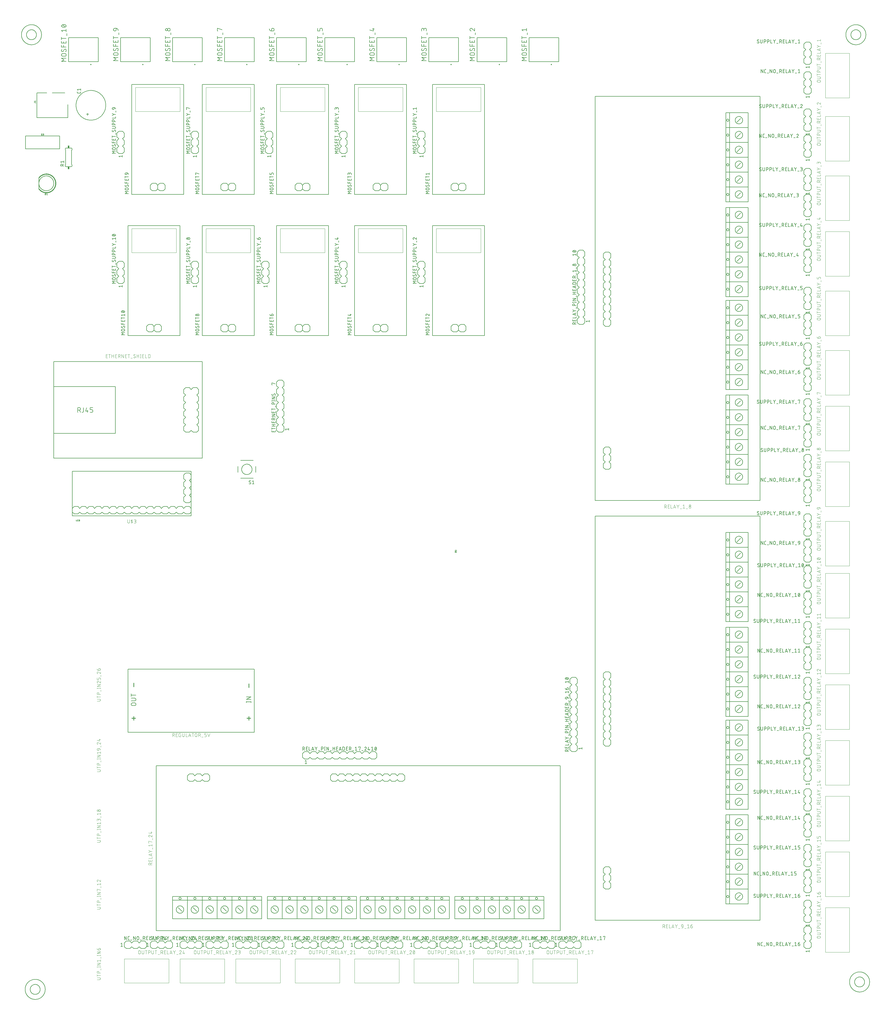
<source format=gbr>
G04 EAGLE Gerber RS-274X export*
G75*
%MOMM*%
%FSLAX34Y34*%
%LPD*%
%INSilkscreen Top*%
%IPPOS*%
%AMOC8*
5,1,8,0,0,1.08239X$1,22.5*%
G01*
%ADD10C,0.127000*%
%ADD11C,0.152400*%
%ADD12C,0.203200*%
%ADD13C,0.025400*%
%ADD14C,0.101600*%
%ADD15C,0.100000*%
%ADD16C,0.200000*%
%ADD17R,0.609600X0.863600*%
%ADD18C,0.254000*%


D10*
X1590280Y1481981D02*
X1590280Y1483321D01*
X1590279Y1483321D02*
X1590281Y1483392D01*
X1590287Y1483464D01*
X1590296Y1483534D01*
X1590309Y1483604D01*
X1590326Y1483674D01*
X1590347Y1483742D01*
X1590371Y1483809D01*
X1590399Y1483875D01*
X1590430Y1483939D01*
X1590465Y1484002D01*
X1590503Y1484062D01*
X1590544Y1484121D01*
X1590588Y1484177D01*
X1590635Y1484231D01*
X1590684Y1484282D01*
X1590737Y1484330D01*
X1590792Y1484376D01*
X1590849Y1484418D01*
X1590909Y1484458D01*
X1590970Y1484494D01*
X1591034Y1484527D01*
X1591099Y1484556D01*
X1591165Y1484582D01*
X1591233Y1484605D01*
X1591302Y1484624D01*
X1591372Y1484639D01*
X1591442Y1484650D01*
X1591513Y1484658D01*
X1591584Y1484662D01*
X1591656Y1484662D01*
X1591727Y1484658D01*
X1591798Y1484650D01*
X1591868Y1484639D01*
X1591938Y1484624D01*
X1592007Y1484605D01*
X1592075Y1484582D01*
X1592141Y1484556D01*
X1592206Y1484527D01*
X1592270Y1484494D01*
X1592331Y1484458D01*
X1592391Y1484418D01*
X1592448Y1484376D01*
X1592503Y1484330D01*
X1592556Y1484282D01*
X1592605Y1484231D01*
X1592652Y1484177D01*
X1592696Y1484121D01*
X1592737Y1484062D01*
X1592775Y1484002D01*
X1592810Y1483939D01*
X1592841Y1483875D01*
X1592869Y1483809D01*
X1592893Y1483742D01*
X1592914Y1483674D01*
X1592931Y1483604D01*
X1592944Y1483534D01*
X1592953Y1483464D01*
X1592959Y1483392D01*
X1592961Y1483321D01*
X1592961Y1481981D01*
X1588135Y1481981D01*
X1588135Y1483321D01*
X1588137Y1483386D01*
X1588143Y1483450D01*
X1588153Y1483514D01*
X1588166Y1483578D01*
X1588184Y1483640D01*
X1588205Y1483701D01*
X1588229Y1483761D01*
X1588258Y1483819D01*
X1588290Y1483876D01*
X1588325Y1483930D01*
X1588363Y1483982D01*
X1588405Y1484032D01*
X1588449Y1484079D01*
X1588496Y1484123D01*
X1588546Y1484165D01*
X1588598Y1484203D01*
X1588652Y1484238D01*
X1588709Y1484270D01*
X1588767Y1484299D01*
X1588827Y1484323D01*
X1588888Y1484344D01*
X1588950Y1484362D01*
X1589014Y1484375D01*
X1589078Y1484385D01*
X1589142Y1484391D01*
X1589207Y1484393D01*
X1589272Y1484391D01*
X1589336Y1484385D01*
X1589400Y1484375D01*
X1589464Y1484362D01*
X1589526Y1484344D01*
X1589587Y1484323D01*
X1589647Y1484299D01*
X1589705Y1484270D01*
X1589762Y1484238D01*
X1589816Y1484203D01*
X1589868Y1484165D01*
X1589918Y1484123D01*
X1589965Y1484079D01*
X1590009Y1484032D01*
X1590051Y1483982D01*
X1590089Y1483930D01*
X1590124Y1483876D01*
X1590156Y1483819D01*
X1590185Y1483761D01*
X1590209Y1483701D01*
X1590230Y1483640D01*
X1590248Y1483578D01*
X1590261Y1483514D01*
X1590271Y1483450D01*
X1590277Y1483386D01*
X1590279Y1483321D01*
X1589207Y1487138D02*
X1588135Y1488478D01*
X1592961Y1488478D01*
X1592961Y1487138D02*
X1592961Y1489819D01*
D11*
X331470Y2975610D02*
X331470Y2983230D01*
X335280Y2979420D02*
X327660Y2979420D01*
X292100Y3009900D02*
X292115Y3011147D01*
X292161Y3012393D01*
X292238Y3013637D01*
X292345Y3014879D01*
X292482Y3016118D01*
X292650Y3017354D01*
X292848Y3018585D01*
X293076Y3019811D01*
X293334Y3021030D01*
X293622Y3022243D01*
X293940Y3023449D01*
X294287Y3024646D01*
X294664Y3025835D01*
X295070Y3027014D01*
X295504Y3028183D01*
X295967Y3029340D01*
X296458Y3030486D01*
X296977Y3031620D01*
X297524Y3032740D01*
X298098Y3033847D01*
X298700Y3034939D01*
X299327Y3036016D01*
X299981Y3037078D01*
X300661Y3038123D01*
X301367Y3039151D01*
X302097Y3040162D01*
X302852Y3041154D01*
X303631Y3042127D01*
X304434Y3043081D01*
X305260Y3044015D01*
X306108Y3044929D01*
X306979Y3045821D01*
X307871Y3046692D01*
X308785Y3047540D01*
X309719Y3048366D01*
X310673Y3049169D01*
X311646Y3049948D01*
X312638Y3050703D01*
X313649Y3051433D01*
X314677Y3052139D01*
X315722Y3052819D01*
X316784Y3053473D01*
X317861Y3054100D01*
X318953Y3054702D01*
X320060Y3055276D01*
X321180Y3055823D01*
X322314Y3056342D01*
X323460Y3056833D01*
X324617Y3057296D01*
X325786Y3057730D01*
X326965Y3058136D01*
X328154Y3058513D01*
X329351Y3058860D01*
X330557Y3059178D01*
X331770Y3059466D01*
X332989Y3059724D01*
X334215Y3059952D01*
X335446Y3060150D01*
X336682Y3060318D01*
X337921Y3060455D01*
X339163Y3060562D01*
X340407Y3060639D01*
X341653Y3060685D01*
X342900Y3060700D01*
X344147Y3060685D01*
X345393Y3060639D01*
X346637Y3060562D01*
X347879Y3060455D01*
X349118Y3060318D01*
X350354Y3060150D01*
X351585Y3059952D01*
X352811Y3059724D01*
X354030Y3059466D01*
X355243Y3059178D01*
X356449Y3058860D01*
X357646Y3058513D01*
X358835Y3058136D01*
X360014Y3057730D01*
X361183Y3057296D01*
X362340Y3056833D01*
X363486Y3056342D01*
X364620Y3055823D01*
X365740Y3055276D01*
X366847Y3054702D01*
X367939Y3054100D01*
X369016Y3053473D01*
X370078Y3052819D01*
X371123Y3052139D01*
X372151Y3051433D01*
X373162Y3050703D01*
X374154Y3049948D01*
X375127Y3049169D01*
X376081Y3048366D01*
X377015Y3047540D01*
X377929Y3046692D01*
X378821Y3045821D01*
X379692Y3044929D01*
X380540Y3044015D01*
X381366Y3043081D01*
X382169Y3042127D01*
X382948Y3041154D01*
X383703Y3040162D01*
X384433Y3039151D01*
X385139Y3038123D01*
X385819Y3037078D01*
X386473Y3036016D01*
X387100Y3034939D01*
X387702Y3033847D01*
X388276Y3032740D01*
X388823Y3031620D01*
X389342Y3030486D01*
X389833Y3029340D01*
X390296Y3028183D01*
X390730Y3027014D01*
X391136Y3025835D01*
X391513Y3024646D01*
X391860Y3023449D01*
X392178Y3022243D01*
X392466Y3021030D01*
X392724Y3019811D01*
X392952Y3018585D01*
X393150Y3017354D01*
X393318Y3016118D01*
X393455Y3014879D01*
X393562Y3013637D01*
X393639Y3012393D01*
X393685Y3011147D01*
X393700Y3009900D01*
X393685Y3008653D01*
X393639Y3007407D01*
X393562Y3006163D01*
X393455Y3004921D01*
X393318Y3003682D01*
X393150Y3002446D01*
X392952Y3001215D01*
X392724Y2999989D01*
X392466Y2998770D01*
X392178Y2997557D01*
X391860Y2996351D01*
X391513Y2995154D01*
X391136Y2993965D01*
X390730Y2992786D01*
X390296Y2991617D01*
X389833Y2990460D01*
X389342Y2989314D01*
X388823Y2988180D01*
X388276Y2987060D01*
X387702Y2985953D01*
X387100Y2984861D01*
X386473Y2983784D01*
X385819Y2982722D01*
X385139Y2981677D01*
X384433Y2980649D01*
X383703Y2979638D01*
X382948Y2978646D01*
X382169Y2977673D01*
X381366Y2976719D01*
X380540Y2975785D01*
X379692Y2974871D01*
X378821Y2973979D01*
X377929Y2973108D01*
X377015Y2972260D01*
X376081Y2971434D01*
X375127Y2970631D01*
X374154Y2969852D01*
X373162Y2969097D01*
X372151Y2968367D01*
X371123Y2967661D01*
X370078Y2966981D01*
X369016Y2966327D01*
X367939Y2965700D01*
X366847Y2965098D01*
X365740Y2964524D01*
X364620Y2963977D01*
X363486Y2963458D01*
X362340Y2962967D01*
X361183Y2962504D01*
X360014Y2962070D01*
X358835Y2961664D01*
X357646Y2961287D01*
X356449Y2960940D01*
X355243Y2960622D01*
X354030Y2960334D01*
X352811Y2960076D01*
X351585Y2959848D01*
X350354Y2959650D01*
X349118Y2959482D01*
X347879Y2959345D01*
X346637Y2959238D01*
X345393Y2959161D01*
X344147Y2959115D01*
X342900Y2959100D01*
X341653Y2959115D01*
X340407Y2959161D01*
X339163Y2959238D01*
X337921Y2959345D01*
X336682Y2959482D01*
X335446Y2959650D01*
X334215Y2959848D01*
X332989Y2960076D01*
X331770Y2960334D01*
X330557Y2960622D01*
X329351Y2960940D01*
X328154Y2961287D01*
X326965Y2961664D01*
X325786Y2962070D01*
X324617Y2962504D01*
X323460Y2962967D01*
X322314Y2963458D01*
X321180Y2963977D01*
X320060Y2964524D01*
X318953Y2965098D01*
X317861Y2965700D01*
X316784Y2966327D01*
X315722Y2966981D01*
X314677Y2967661D01*
X313649Y2968367D01*
X312638Y2969097D01*
X311646Y2969852D01*
X310673Y2970631D01*
X309719Y2971434D01*
X308785Y2972260D01*
X307871Y2973108D01*
X306979Y2973979D01*
X306108Y2974871D01*
X305260Y2975785D01*
X304434Y2976719D01*
X303631Y2977673D01*
X302852Y2978646D01*
X302097Y2979638D01*
X301367Y2980649D01*
X300661Y2981677D01*
X299981Y2982722D01*
X299327Y2983784D01*
X298700Y2984861D01*
X298098Y2985953D01*
X297524Y2987060D01*
X296977Y2988180D01*
X296458Y2989314D01*
X295967Y2990460D01*
X295504Y2991617D01*
X295070Y2992786D01*
X294664Y2993965D01*
X294287Y2995154D01*
X293940Y2996351D01*
X293622Y2997557D01*
X293334Y2998770D01*
X293076Y2999989D01*
X292848Y3001215D01*
X292650Y3002446D01*
X292482Y3003682D01*
X292345Y3004921D01*
X292238Y3006163D01*
X292161Y3007407D01*
X292115Y3008653D01*
X292100Y3009900D01*
D10*
X307975Y3053715D02*
X307975Y3056255D01*
X307975Y3053715D02*
X307973Y3053615D01*
X307967Y3053516D01*
X307957Y3053416D01*
X307944Y3053318D01*
X307926Y3053219D01*
X307905Y3053122D01*
X307880Y3053026D01*
X307851Y3052930D01*
X307818Y3052836D01*
X307782Y3052743D01*
X307742Y3052652D01*
X307698Y3052562D01*
X307651Y3052474D01*
X307601Y3052388D01*
X307547Y3052304D01*
X307490Y3052222D01*
X307430Y3052143D01*
X307366Y3052065D01*
X307300Y3051991D01*
X307231Y3051919D01*
X307159Y3051850D01*
X307085Y3051784D01*
X307007Y3051720D01*
X306928Y3051660D01*
X306846Y3051603D01*
X306762Y3051549D01*
X306676Y3051499D01*
X306588Y3051452D01*
X306498Y3051408D01*
X306407Y3051368D01*
X306314Y3051332D01*
X306220Y3051299D01*
X306124Y3051270D01*
X306028Y3051245D01*
X305931Y3051224D01*
X305832Y3051206D01*
X305734Y3051193D01*
X305634Y3051183D01*
X305535Y3051177D01*
X305435Y3051175D01*
X299085Y3051175D01*
X298985Y3051177D01*
X298886Y3051183D01*
X298786Y3051193D01*
X298688Y3051206D01*
X298589Y3051224D01*
X298492Y3051245D01*
X298396Y3051270D01*
X298300Y3051299D01*
X298206Y3051332D01*
X298113Y3051368D01*
X298022Y3051408D01*
X297932Y3051452D01*
X297844Y3051499D01*
X297758Y3051549D01*
X297674Y3051603D01*
X297592Y3051660D01*
X297513Y3051720D01*
X297435Y3051784D01*
X297361Y3051850D01*
X297289Y3051919D01*
X297220Y3051991D01*
X297154Y3052065D01*
X297090Y3052143D01*
X297030Y3052222D01*
X296973Y3052304D01*
X296919Y3052388D01*
X296869Y3052474D01*
X296822Y3052562D01*
X296778Y3052652D01*
X296738Y3052743D01*
X296702Y3052836D01*
X296669Y3052930D01*
X296640Y3053026D01*
X296615Y3053122D01*
X296594Y3053219D01*
X296576Y3053318D01*
X296563Y3053416D01*
X296553Y3053516D01*
X296547Y3053615D01*
X296545Y3053715D01*
X296545Y3056255D01*
X299085Y3060737D02*
X296545Y3063912D01*
X307975Y3063912D01*
X307975Y3060737D02*
X307975Y3067087D01*
D12*
X165100Y2762250D02*
X165100Y2724150D01*
D13*
X164262Y2723363D02*
X166091Y2724735D01*
X166091Y2724734D02*
X166550Y2724143D01*
X167023Y2723563D01*
X167510Y2722995D01*
X168011Y2722439D01*
X168525Y2721896D01*
X169052Y2721365D01*
X169592Y2720847D01*
X170145Y2720342D01*
X170710Y2719852D01*
X171287Y2719375D01*
X171875Y2718912D01*
X172474Y2718464D01*
X173085Y2718031D01*
X173705Y2717612D01*
X174336Y2717210D01*
X174976Y2716822D01*
X175625Y2716450D01*
X176284Y2716095D01*
X176951Y2715755D01*
X177626Y2715432D01*
X178309Y2715126D01*
X178999Y2714836D01*
X179695Y2714563D01*
X180399Y2714308D01*
X181108Y2714070D01*
X181823Y2713849D01*
X182543Y2713645D01*
X183268Y2713460D01*
X183997Y2713292D01*
X184731Y2713142D01*
X185467Y2713010D01*
X186207Y2712896D01*
X186949Y2712800D01*
X187693Y2712722D01*
X188439Y2712662D01*
X189186Y2712621D01*
X189934Y2712598D01*
X190683Y2712594D01*
X191431Y2712607D01*
X192179Y2712639D01*
X192925Y2712689D01*
X193670Y2712758D01*
X194414Y2712844D01*
X195155Y2712949D01*
X195893Y2713072D01*
X196628Y2713213D01*
X197359Y2713371D01*
X198086Y2713548D01*
X198809Y2713742D01*
X199527Y2713954D01*
X200239Y2714184D01*
X200945Y2714431D01*
X201646Y2714695D01*
X202339Y2714976D01*
X203026Y2715273D01*
X203705Y2715588D01*
X204376Y2715919D01*
X205039Y2716266D01*
X205693Y2716630D01*
X206338Y2717009D01*
X206973Y2717404D01*
X207599Y2717815D01*
X208215Y2718240D01*
X208820Y2718681D01*
X209414Y2719136D01*
X209996Y2719606D01*
X210567Y2720090D01*
X211126Y2720587D01*
X211673Y2721098D01*
X212207Y2721622D01*
X212728Y2722159D01*
X213236Y2722709D01*
X213730Y2723271D01*
X214210Y2723845D01*
X214676Y2724430D01*
X215128Y2725027D01*
X215565Y2725635D01*
X215987Y2726253D01*
X216394Y2726881D01*
X216785Y2727519D01*
X217160Y2728166D01*
X217520Y2728822D01*
X217863Y2729487D01*
X218190Y2730160D01*
X218501Y2730841D01*
X218795Y2731529D01*
X219071Y2732225D01*
X219331Y2732926D01*
X219574Y2733634D01*
X219799Y2734348D01*
X220007Y2735067D01*
X220197Y2735791D01*
X220369Y2736519D01*
X220523Y2737251D01*
X220660Y2737987D01*
X220778Y2738726D01*
X220879Y2739468D01*
X220961Y2740211D01*
X221025Y2740957D01*
X221070Y2741704D01*
X221098Y2742452D01*
X221107Y2743200D01*
X221098Y2743948D01*
X221070Y2744696D01*
X221025Y2745443D01*
X220961Y2746189D01*
X220879Y2746932D01*
X220778Y2747674D01*
X220660Y2748413D01*
X220523Y2749149D01*
X220369Y2749881D01*
X220197Y2750609D01*
X220007Y2751333D01*
X219799Y2752052D01*
X219574Y2752766D01*
X219331Y2753474D01*
X219071Y2754175D01*
X218795Y2754871D01*
X218501Y2755559D01*
X218190Y2756240D01*
X217863Y2756913D01*
X217520Y2757578D01*
X217160Y2758234D01*
X216785Y2758881D01*
X216394Y2759519D01*
X215987Y2760147D01*
X215565Y2760765D01*
X215128Y2761373D01*
X214676Y2761970D01*
X214210Y2762555D01*
X213730Y2763129D01*
X213236Y2763691D01*
X212728Y2764241D01*
X212207Y2764778D01*
X211673Y2765302D01*
X211126Y2765813D01*
X210567Y2766310D01*
X209996Y2766794D01*
X209414Y2767264D01*
X208820Y2767719D01*
X208215Y2768160D01*
X207599Y2768585D01*
X206973Y2768996D01*
X206338Y2769391D01*
X205693Y2769770D01*
X205039Y2770134D01*
X204376Y2770481D01*
X203705Y2770812D01*
X203026Y2771127D01*
X202339Y2771424D01*
X201646Y2771705D01*
X200945Y2771969D01*
X200239Y2772216D01*
X199527Y2772446D01*
X198809Y2772658D01*
X198086Y2772852D01*
X197359Y2773029D01*
X196628Y2773187D01*
X195893Y2773328D01*
X195155Y2773451D01*
X194414Y2773556D01*
X193670Y2773642D01*
X192925Y2773711D01*
X192179Y2773761D01*
X191431Y2773793D01*
X190683Y2773806D01*
X189934Y2773802D01*
X189186Y2773779D01*
X188439Y2773738D01*
X187693Y2773678D01*
X186949Y2773600D01*
X186207Y2773504D01*
X185467Y2773390D01*
X184731Y2773258D01*
X183997Y2773108D01*
X183268Y2772940D01*
X182543Y2772755D01*
X181823Y2772551D01*
X181108Y2772330D01*
X180399Y2772092D01*
X179695Y2771837D01*
X178999Y2771564D01*
X178309Y2771274D01*
X177626Y2770968D01*
X176951Y2770645D01*
X176284Y2770305D01*
X175625Y2769950D01*
X174976Y2769578D01*
X174336Y2769190D01*
X173705Y2768788D01*
X173085Y2768369D01*
X172474Y2767936D01*
X171875Y2767488D01*
X171287Y2767025D01*
X170710Y2766548D01*
X170145Y2766058D01*
X169592Y2765553D01*
X169052Y2765035D01*
X168525Y2764504D01*
X168011Y2763961D01*
X167510Y2763405D01*
X167023Y2762837D01*
X166550Y2762257D01*
X166091Y2761666D01*
X164262Y2763037D01*
X164755Y2763673D01*
X165263Y2764296D01*
X165787Y2764907D01*
X166325Y2765505D01*
X166877Y2766089D01*
X167444Y2766660D01*
X168024Y2767217D01*
X168618Y2767759D01*
X169225Y2768287D01*
X169845Y2768799D01*
X170477Y2769297D01*
X171121Y2769779D01*
X171777Y2770244D01*
X172444Y2770694D01*
X173122Y2771127D01*
X173810Y2771544D01*
X174508Y2771944D01*
X175215Y2772326D01*
X175932Y2772691D01*
X176657Y2773038D01*
X177391Y2773368D01*
X178133Y2773679D01*
X178882Y2773973D01*
X179637Y2774248D01*
X180400Y2774504D01*
X181168Y2774742D01*
X181942Y2774960D01*
X182721Y2775160D01*
X183505Y2775341D01*
X184293Y2775502D01*
X185085Y2775644D01*
X185880Y2775767D01*
X186677Y2775870D01*
X187477Y2775954D01*
X188279Y2776018D01*
X189082Y2776062D01*
X189886Y2776087D01*
X190690Y2776092D01*
X191495Y2776078D01*
X192298Y2776044D01*
X193101Y2775990D01*
X193902Y2775917D01*
X194701Y2775824D01*
X195497Y2775711D01*
X196290Y2775579D01*
X197080Y2775428D01*
X197866Y2775258D01*
X198648Y2775068D01*
X199425Y2774859D01*
X200196Y2774631D01*
X200962Y2774385D01*
X201721Y2774120D01*
X202474Y2773836D01*
X203219Y2773534D01*
X203957Y2773214D01*
X204687Y2772876D01*
X205409Y2772520D01*
X206121Y2772147D01*
X206824Y2771756D01*
X207517Y2771349D01*
X208201Y2770924D01*
X208873Y2770483D01*
X209535Y2770026D01*
X210185Y2769552D01*
X210823Y2769063D01*
X211450Y2768559D01*
X212064Y2768039D01*
X212664Y2767504D01*
X213252Y2766955D01*
X213826Y2766391D01*
X214386Y2765814D01*
X214932Y2765223D01*
X215463Y2764619D01*
X215979Y2764003D01*
X216480Y2763373D01*
X216966Y2762732D01*
X217436Y2762079D01*
X217889Y2761415D01*
X218326Y2760740D01*
X218747Y2760054D01*
X219151Y2759359D01*
X219537Y2758653D01*
X219906Y2757939D01*
X220258Y2757215D01*
X220592Y2756483D01*
X220907Y2755744D01*
X221205Y2754996D01*
X221484Y2754242D01*
X221745Y2753481D01*
X221987Y2752714D01*
X222210Y2751941D01*
X222414Y2751163D01*
X222600Y2750381D01*
X222766Y2749594D01*
X222912Y2748803D01*
X223040Y2748009D01*
X223147Y2747212D01*
X223236Y2746412D01*
X223305Y2745611D01*
X223354Y2744808D01*
X223383Y2744004D01*
X223393Y2743200D01*
X223383Y2742396D01*
X223354Y2741592D01*
X223305Y2740789D01*
X223236Y2739988D01*
X223147Y2739188D01*
X223040Y2738391D01*
X222912Y2737597D01*
X222766Y2736806D01*
X222600Y2736019D01*
X222414Y2735237D01*
X222210Y2734459D01*
X221987Y2733686D01*
X221745Y2732919D01*
X221484Y2732158D01*
X221205Y2731404D01*
X220907Y2730656D01*
X220592Y2729917D01*
X220258Y2729185D01*
X219906Y2728461D01*
X219537Y2727747D01*
X219151Y2727041D01*
X218747Y2726346D01*
X218326Y2725660D01*
X217889Y2724985D01*
X217436Y2724321D01*
X216966Y2723668D01*
X216480Y2723027D01*
X215979Y2722397D01*
X215463Y2721781D01*
X214932Y2721177D01*
X214386Y2720586D01*
X213826Y2720009D01*
X213252Y2719445D01*
X212664Y2718896D01*
X212064Y2718361D01*
X211450Y2717841D01*
X210823Y2717337D01*
X210185Y2716848D01*
X209535Y2716374D01*
X208873Y2715917D01*
X208201Y2715476D01*
X207517Y2715051D01*
X206824Y2714644D01*
X206121Y2714253D01*
X205409Y2713880D01*
X204687Y2713524D01*
X203957Y2713186D01*
X203219Y2712866D01*
X202474Y2712564D01*
X201721Y2712280D01*
X200962Y2712015D01*
X200196Y2711769D01*
X199425Y2711541D01*
X198648Y2711332D01*
X197866Y2711142D01*
X197080Y2710972D01*
X196290Y2710821D01*
X195497Y2710689D01*
X194701Y2710576D01*
X193902Y2710483D01*
X193101Y2710410D01*
X192298Y2710356D01*
X191495Y2710322D01*
X190690Y2710308D01*
X189886Y2710313D01*
X189082Y2710338D01*
X188279Y2710382D01*
X187477Y2710446D01*
X186677Y2710530D01*
X185880Y2710633D01*
X185085Y2710756D01*
X184293Y2710898D01*
X183505Y2711059D01*
X182721Y2711240D01*
X181942Y2711440D01*
X181168Y2711658D01*
X180400Y2711896D01*
X179637Y2712152D01*
X178882Y2712427D01*
X178133Y2712721D01*
X177391Y2713032D01*
X176657Y2713362D01*
X175932Y2713709D01*
X175215Y2714074D01*
X174508Y2714456D01*
X173810Y2714856D01*
X173122Y2715273D01*
X172444Y2715706D01*
X171777Y2716156D01*
X171121Y2716621D01*
X170477Y2717103D01*
X169845Y2717601D01*
X169225Y2718113D01*
X168618Y2718641D01*
X168024Y2719183D01*
X167444Y2719740D01*
X166877Y2720311D01*
X166325Y2720895D01*
X165787Y2721493D01*
X165263Y2722104D01*
X164755Y2722727D01*
X164262Y2723363D01*
X164454Y2723507D01*
X164943Y2722876D01*
X165448Y2722257D01*
X165967Y2721651D01*
X166502Y2721057D01*
X167050Y2720477D01*
X167613Y2719911D01*
X168189Y2719358D01*
X168779Y2718820D01*
X169381Y2718296D01*
X169997Y2717787D01*
X170624Y2717293D01*
X171263Y2716815D01*
X171914Y2716352D01*
X172576Y2715906D01*
X173249Y2715476D01*
X173932Y2715062D01*
X174625Y2714666D01*
X175327Y2714286D01*
X176039Y2713924D01*
X176759Y2713579D01*
X177487Y2713252D01*
X178224Y2712943D01*
X178967Y2712652D01*
X179717Y2712379D01*
X180474Y2712124D01*
X181237Y2711888D01*
X182005Y2711671D01*
X182779Y2711473D01*
X183557Y2711294D01*
X184339Y2711133D01*
X185125Y2710992D01*
X185914Y2710871D01*
X186706Y2710768D01*
X187500Y2710685D01*
X188296Y2710621D01*
X189093Y2710577D01*
X189891Y2710553D01*
X190690Y2710548D01*
X191488Y2710562D01*
X192286Y2710596D01*
X193082Y2710649D01*
X193877Y2710722D01*
X194670Y2710814D01*
X195461Y2710926D01*
X196249Y2711057D01*
X197033Y2711207D01*
X197813Y2711376D01*
X198589Y2711565D01*
X199360Y2711772D01*
X200126Y2711998D01*
X200886Y2712243D01*
X201640Y2712506D01*
X202387Y2712788D01*
X203127Y2713087D01*
X203860Y2713405D01*
X204584Y2713741D01*
X205300Y2714094D01*
X206007Y2714464D01*
X206705Y2714852D01*
X207394Y2715257D01*
X208072Y2715678D01*
X208739Y2716116D01*
X209396Y2716570D01*
X210042Y2717040D01*
X210675Y2717526D01*
X211297Y2718027D01*
X211906Y2718543D01*
X212503Y2719073D01*
X213086Y2719619D01*
X213656Y2720178D01*
X214212Y2720751D01*
X214754Y2721338D01*
X215281Y2721937D01*
X215794Y2722549D01*
X216291Y2723174D01*
X216773Y2723811D01*
X217239Y2724459D01*
X217689Y2725118D01*
X218123Y2725788D01*
X218541Y2726469D01*
X218942Y2727160D01*
X219325Y2727860D01*
X219692Y2728569D01*
X220041Y2729287D01*
X220372Y2730014D01*
X220686Y2730748D01*
X220981Y2731490D01*
X221258Y2732239D01*
X221517Y2732994D01*
X221757Y2733755D01*
X221979Y2734522D01*
X222182Y2735295D01*
X222365Y2736072D01*
X222530Y2736853D01*
X222676Y2737638D01*
X222802Y2738426D01*
X222909Y2739218D01*
X222997Y2740011D01*
X223065Y2740807D01*
X223114Y2741604D01*
X223143Y2742402D01*
X223153Y2743200D01*
X223143Y2743998D01*
X223114Y2744796D01*
X223065Y2745593D01*
X222997Y2746389D01*
X222909Y2747182D01*
X222802Y2747974D01*
X222676Y2748762D01*
X222530Y2749547D01*
X222365Y2750328D01*
X222182Y2751105D01*
X221979Y2751878D01*
X221757Y2752645D01*
X221517Y2753406D01*
X221258Y2754161D01*
X220981Y2754910D01*
X220686Y2755652D01*
X220372Y2756386D01*
X220041Y2757113D01*
X219692Y2757831D01*
X219325Y2758540D01*
X218942Y2759240D01*
X218541Y2759931D01*
X218123Y2760612D01*
X217689Y2761282D01*
X217239Y2761941D01*
X216773Y2762589D01*
X216291Y2763226D01*
X215794Y2763851D01*
X215281Y2764463D01*
X214754Y2765062D01*
X214212Y2765649D01*
X213656Y2766222D01*
X213086Y2766781D01*
X212503Y2767327D01*
X211906Y2767857D01*
X211297Y2768373D01*
X210675Y2768874D01*
X210042Y2769360D01*
X209396Y2769830D01*
X208739Y2770284D01*
X208072Y2770722D01*
X207394Y2771143D01*
X206705Y2771548D01*
X206007Y2771936D01*
X205300Y2772306D01*
X204584Y2772659D01*
X203860Y2772995D01*
X203127Y2773313D01*
X202387Y2773612D01*
X201640Y2773894D01*
X200886Y2774157D01*
X200126Y2774402D01*
X199360Y2774628D01*
X198589Y2774835D01*
X197813Y2775024D01*
X197033Y2775193D01*
X196249Y2775343D01*
X195461Y2775474D01*
X194670Y2775586D01*
X193877Y2775678D01*
X193082Y2775751D01*
X192286Y2775804D01*
X191488Y2775838D01*
X190690Y2775852D01*
X189891Y2775847D01*
X189093Y2775823D01*
X188296Y2775779D01*
X187500Y2775715D01*
X186706Y2775632D01*
X185914Y2775529D01*
X185125Y2775408D01*
X184339Y2775267D01*
X183557Y2775106D01*
X182779Y2774927D01*
X182005Y2774729D01*
X181237Y2774512D01*
X180474Y2774276D01*
X179717Y2774021D01*
X178967Y2773748D01*
X178224Y2773457D01*
X177487Y2773148D01*
X176759Y2772821D01*
X176039Y2772476D01*
X175327Y2772114D01*
X174625Y2771734D01*
X173932Y2771338D01*
X173249Y2770924D01*
X172576Y2770494D01*
X171914Y2770048D01*
X171263Y2769585D01*
X170624Y2769107D01*
X169997Y2768613D01*
X169381Y2768104D01*
X168779Y2767580D01*
X168189Y2767042D01*
X167613Y2766489D01*
X167050Y2765923D01*
X166502Y2765343D01*
X165967Y2764749D01*
X165448Y2764143D01*
X164943Y2763524D01*
X164454Y2762893D01*
X164646Y2762749D01*
X165132Y2763376D01*
X165633Y2763990D01*
X166148Y2764592D01*
X166679Y2765181D01*
X167223Y2765756D01*
X167782Y2766319D01*
X168354Y2766867D01*
X168939Y2767402D01*
X169537Y2767922D01*
X170148Y2768427D01*
X170771Y2768917D01*
X171405Y2769392D01*
X172052Y2769851D01*
X172709Y2770294D01*
X173376Y2770721D01*
X174055Y2771131D01*
X174742Y2771525D01*
X175440Y2771902D01*
X176146Y2772261D01*
X176861Y2772604D01*
X177584Y2772928D01*
X178314Y2773235D01*
X179052Y2773524D01*
X179797Y2773795D01*
X180549Y2774048D01*
X181306Y2774282D01*
X182068Y2774497D01*
X182836Y2774694D01*
X183609Y2774872D01*
X184385Y2775031D01*
X185165Y2775171D01*
X185948Y2775292D01*
X186734Y2775394D01*
X187523Y2775476D01*
X188313Y2775539D01*
X189104Y2775583D01*
X189896Y2775607D01*
X190689Y2775612D01*
X191481Y2775598D01*
X192273Y2775564D01*
X193064Y2775511D01*
X193853Y2775439D01*
X194640Y2775347D01*
X195425Y2775237D01*
X196207Y2775107D01*
X196985Y2774958D01*
X197760Y2774789D01*
X198530Y2774603D01*
X199296Y2774397D01*
X200056Y2774172D01*
X200810Y2773930D01*
X201558Y2773668D01*
X202300Y2773389D01*
X203035Y2773091D01*
X203762Y2772776D01*
X204481Y2772443D01*
X205192Y2772092D01*
X205894Y2771724D01*
X206587Y2771339D01*
X207270Y2770938D01*
X207943Y2770519D01*
X208606Y2770085D01*
X209258Y2769634D01*
X209898Y2769167D01*
X210527Y2768685D01*
X211145Y2768188D01*
X211749Y2767676D01*
X212341Y2767149D01*
X212920Y2766608D01*
X213486Y2766053D01*
X214038Y2765484D01*
X214576Y2764902D01*
X215099Y2764306D01*
X215608Y2763699D01*
X216102Y2763079D01*
X216580Y2762447D01*
X217043Y2761803D01*
X217490Y2761149D01*
X217920Y2760484D01*
X218335Y2759808D01*
X218733Y2759122D01*
X219113Y2758427D01*
X219477Y2757723D01*
X219824Y2757010D01*
X220153Y2756289D01*
X220464Y2755560D01*
X220757Y2754824D01*
X221032Y2754081D01*
X221289Y2753331D01*
X221528Y2752575D01*
X221748Y2751814D01*
X221949Y2751047D01*
X222131Y2750276D01*
X222295Y2749500D01*
X222439Y2748721D01*
X222565Y2747938D01*
X222671Y2747153D01*
X222758Y2746365D01*
X222826Y2745576D01*
X222874Y2744785D01*
X222903Y2743993D01*
X222913Y2743200D01*
X222903Y2742407D01*
X222874Y2741615D01*
X222826Y2740824D01*
X222758Y2740035D01*
X222671Y2739247D01*
X222565Y2738462D01*
X222439Y2737679D01*
X222295Y2736900D01*
X222131Y2736124D01*
X221949Y2735353D01*
X221748Y2734586D01*
X221528Y2733825D01*
X221289Y2733069D01*
X221032Y2732319D01*
X220757Y2731576D01*
X220464Y2730840D01*
X220153Y2730111D01*
X219824Y2729390D01*
X219477Y2728677D01*
X219113Y2727973D01*
X218733Y2727278D01*
X218335Y2726592D01*
X217920Y2725916D01*
X217490Y2725251D01*
X217043Y2724597D01*
X216580Y2723953D01*
X216102Y2723321D01*
X215608Y2722701D01*
X215099Y2722094D01*
X214576Y2721498D01*
X214038Y2720916D01*
X213486Y2720347D01*
X212920Y2719792D01*
X212341Y2719251D01*
X211749Y2718724D01*
X211145Y2718212D01*
X210527Y2717715D01*
X209898Y2717233D01*
X209258Y2716766D01*
X208606Y2716315D01*
X207943Y2715881D01*
X207270Y2715462D01*
X206587Y2715061D01*
X205894Y2714676D01*
X205192Y2714308D01*
X204481Y2713957D01*
X203762Y2713624D01*
X203035Y2713309D01*
X202300Y2713011D01*
X201558Y2712732D01*
X200810Y2712470D01*
X200056Y2712228D01*
X199296Y2712003D01*
X198530Y2711797D01*
X197760Y2711611D01*
X196985Y2711442D01*
X196207Y2711293D01*
X195425Y2711163D01*
X194640Y2711053D01*
X193853Y2710961D01*
X193064Y2710889D01*
X192273Y2710836D01*
X191481Y2710802D01*
X190689Y2710788D01*
X189896Y2710793D01*
X189104Y2710817D01*
X188313Y2710861D01*
X187523Y2710924D01*
X186734Y2711006D01*
X185948Y2711108D01*
X185165Y2711229D01*
X184385Y2711369D01*
X183609Y2711528D01*
X182836Y2711706D01*
X182068Y2711903D01*
X181306Y2712118D01*
X180549Y2712352D01*
X179797Y2712605D01*
X179052Y2712876D01*
X178314Y2713165D01*
X177584Y2713472D01*
X176861Y2713796D01*
X176146Y2714139D01*
X175440Y2714498D01*
X174742Y2714875D01*
X174055Y2715269D01*
X173376Y2715679D01*
X172709Y2716106D01*
X172052Y2716549D01*
X171405Y2717008D01*
X170771Y2717483D01*
X170148Y2717973D01*
X169537Y2718478D01*
X168939Y2718998D01*
X168354Y2719533D01*
X167782Y2720081D01*
X167223Y2720644D01*
X166679Y2721219D01*
X166148Y2721808D01*
X165633Y2722410D01*
X165132Y2723024D01*
X164646Y2723651D01*
X164838Y2723795D01*
X165320Y2723173D01*
X165817Y2722563D01*
X166329Y2721966D01*
X166856Y2721382D01*
X167396Y2720810D01*
X167951Y2720252D01*
X168518Y2719707D01*
X169099Y2719177D01*
X169693Y2718661D01*
X170299Y2718159D01*
X170918Y2717673D01*
X171548Y2717202D01*
X172189Y2716746D01*
X172841Y2716306D01*
X173504Y2715883D01*
X174177Y2715475D01*
X174860Y2715084D01*
X175552Y2714710D01*
X176253Y2714354D01*
X176962Y2714014D01*
X177680Y2713692D01*
X178405Y2713387D01*
X179138Y2713100D01*
X179877Y2712831D01*
X180623Y2712581D01*
X181375Y2712348D01*
X182132Y2712134D01*
X182894Y2711939D01*
X183660Y2711762D01*
X184431Y2711605D01*
X185205Y2711466D01*
X185983Y2711346D01*
X186763Y2711245D01*
X187545Y2711163D01*
X188330Y2711100D01*
X189115Y2711057D01*
X189901Y2711033D01*
X190688Y2711028D01*
X191475Y2711042D01*
X192261Y2711075D01*
X193045Y2711128D01*
X193829Y2711200D01*
X194610Y2711291D01*
X195389Y2711401D01*
X196165Y2711530D01*
X196938Y2711678D01*
X197707Y2711845D01*
X198471Y2712030D01*
X199231Y2712234D01*
X199985Y2712457D01*
X200734Y2712698D01*
X201477Y2712957D01*
X202213Y2713235D01*
X202942Y2713530D01*
X203664Y2713843D01*
X204378Y2714174D01*
X205083Y2714522D01*
X205780Y2714887D01*
X206468Y2715269D01*
X207146Y2715668D01*
X207814Y2716083D01*
X208472Y2716515D01*
X209119Y2716962D01*
X209755Y2717425D01*
X210379Y2717904D01*
X210992Y2718397D01*
X211592Y2718906D01*
X212180Y2719429D01*
X212755Y2719966D01*
X213316Y2720517D01*
X213864Y2721081D01*
X214398Y2721659D01*
X214917Y2722250D01*
X215422Y2722853D01*
X215912Y2723469D01*
X216387Y2724096D01*
X216846Y2724735D01*
X217290Y2725384D01*
X217718Y2726045D01*
X218129Y2726715D01*
X218524Y2727396D01*
X218902Y2728086D01*
X219263Y2728785D01*
X219607Y2729492D01*
X219933Y2730208D01*
X220242Y2730931D01*
X220533Y2731662D01*
X220806Y2732400D01*
X221061Y2733144D01*
X221298Y2733894D01*
X221516Y2734650D01*
X221716Y2735411D01*
X221897Y2736177D01*
X222059Y2736946D01*
X222203Y2737720D01*
X222327Y2738497D01*
X222433Y2739276D01*
X222519Y2740058D01*
X222586Y2740842D01*
X222635Y2741627D01*
X222663Y2742413D01*
X222673Y2743200D01*
X222663Y2743987D01*
X222635Y2744773D01*
X222586Y2745558D01*
X222519Y2746342D01*
X222433Y2747124D01*
X222327Y2747903D01*
X222203Y2748680D01*
X222059Y2749454D01*
X221897Y2750223D01*
X221716Y2750989D01*
X221516Y2751750D01*
X221298Y2752506D01*
X221061Y2753256D01*
X220806Y2754000D01*
X220533Y2754738D01*
X220242Y2755469D01*
X219933Y2756192D01*
X219607Y2756908D01*
X219263Y2757615D01*
X218902Y2758314D01*
X218524Y2759004D01*
X218129Y2759685D01*
X217718Y2760355D01*
X217290Y2761016D01*
X216846Y2761665D01*
X216387Y2762304D01*
X215912Y2762931D01*
X215422Y2763547D01*
X214917Y2764150D01*
X214398Y2764741D01*
X213864Y2765319D01*
X213316Y2765883D01*
X212755Y2766434D01*
X212180Y2766971D01*
X211592Y2767494D01*
X210992Y2768003D01*
X210379Y2768496D01*
X209755Y2768975D01*
X209119Y2769438D01*
X208472Y2769885D01*
X207814Y2770317D01*
X207146Y2770732D01*
X206468Y2771131D01*
X205780Y2771513D01*
X205083Y2771878D01*
X204378Y2772226D01*
X203664Y2772557D01*
X202942Y2772870D01*
X202213Y2773165D01*
X201477Y2773443D01*
X200734Y2773702D01*
X199985Y2773943D01*
X199231Y2774166D01*
X198471Y2774370D01*
X197707Y2774555D01*
X196938Y2774722D01*
X196165Y2774870D01*
X195389Y2774999D01*
X194610Y2775109D01*
X193829Y2775200D01*
X193045Y2775272D01*
X192261Y2775325D01*
X191475Y2775358D01*
X190688Y2775372D01*
X189901Y2775367D01*
X189115Y2775343D01*
X188330Y2775300D01*
X187545Y2775237D01*
X186763Y2775155D01*
X185983Y2775054D01*
X185205Y2774934D01*
X184431Y2774795D01*
X183660Y2774638D01*
X182894Y2774461D01*
X182132Y2774266D01*
X181375Y2774052D01*
X180623Y2773819D01*
X179877Y2773569D01*
X179138Y2773300D01*
X178405Y2773013D01*
X177680Y2772708D01*
X176962Y2772386D01*
X176253Y2772046D01*
X175552Y2771690D01*
X174860Y2771316D01*
X174177Y2770925D01*
X173504Y2770517D01*
X172841Y2770094D01*
X172189Y2769654D01*
X171548Y2769198D01*
X170918Y2768727D01*
X170299Y2768241D01*
X169693Y2767739D01*
X169099Y2767223D01*
X168518Y2766693D01*
X167951Y2766148D01*
X167396Y2765590D01*
X166856Y2765018D01*
X166329Y2764434D01*
X165817Y2763837D01*
X165320Y2763227D01*
X164838Y2762605D01*
X165030Y2762461D01*
X165509Y2763078D01*
X166002Y2763683D01*
X166510Y2764276D01*
X167033Y2764856D01*
X167569Y2765424D01*
X168119Y2765978D01*
X168683Y2766518D01*
X169260Y2767045D01*
X169849Y2767557D01*
X170451Y2768054D01*
X171064Y2768537D01*
X171690Y2769005D01*
X172326Y2769457D01*
X172974Y2769893D01*
X173631Y2770314D01*
X174299Y2770718D01*
X174977Y2771106D01*
X175664Y2771477D01*
X176360Y2771832D01*
X177064Y2772169D01*
X177776Y2772489D01*
X178496Y2772791D01*
X179223Y2773076D01*
X179957Y2773342D01*
X180697Y2773591D01*
X181443Y2773822D01*
X182195Y2774034D01*
X182951Y2774228D01*
X183712Y2774403D01*
X184477Y2774560D01*
X185245Y2774698D01*
X186017Y2774817D01*
X186791Y2774917D01*
X187568Y2774998D01*
X188346Y2775060D01*
X189126Y2775103D01*
X189906Y2775127D01*
X190687Y2775132D01*
X191468Y2775118D01*
X192248Y2775085D01*
X193027Y2775033D01*
X193805Y2774962D01*
X194580Y2774871D01*
X195353Y2774762D01*
X196124Y2774634D01*
X196890Y2774487D01*
X197653Y2774321D01*
X198412Y2774137D01*
X199166Y2773935D01*
X199915Y2773713D01*
X200658Y2773474D01*
X201395Y2773217D01*
X202126Y2772941D01*
X202850Y2772648D01*
X203566Y2772337D01*
X204275Y2772009D01*
X204975Y2771664D01*
X205666Y2771301D01*
X206349Y2770922D01*
X207022Y2770526D01*
X207685Y2770114D01*
X208338Y2769686D01*
X208980Y2769242D01*
X209612Y2768782D01*
X210231Y2768308D01*
X210839Y2767818D01*
X211435Y2767313D01*
X212018Y2766794D01*
X212589Y2766261D01*
X213146Y2765714D01*
X213690Y2765153D01*
X214220Y2764580D01*
X214735Y2763993D01*
X215236Y2763395D01*
X215723Y2762784D01*
X216194Y2762161D01*
X216650Y2761527D01*
X217090Y2760883D01*
X217515Y2760227D01*
X217923Y2759562D01*
X218315Y2758886D01*
X218690Y2758201D01*
X219048Y2757508D01*
X219390Y2756806D01*
X219714Y2756095D01*
X220020Y2755377D01*
X220309Y2754652D01*
X220580Y2753919D01*
X220833Y2753181D01*
X221068Y2752436D01*
X221285Y2751686D01*
X221483Y2750931D01*
X221663Y2750171D01*
X221824Y2749407D01*
X221966Y2748639D01*
X222090Y2747868D01*
X222195Y2747094D01*
X222280Y2746318D01*
X222347Y2745540D01*
X222395Y2744761D01*
X222423Y2743981D01*
X222433Y2743200D01*
X222423Y2742419D01*
X222395Y2741639D01*
X222347Y2740860D01*
X222280Y2740082D01*
X222195Y2739306D01*
X222090Y2738532D01*
X221966Y2737761D01*
X221824Y2736993D01*
X221663Y2736229D01*
X221483Y2735469D01*
X221285Y2734714D01*
X221068Y2733964D01*
X220833Y2733219D01*
X220580Y2732481D01*
X220309Y2731748D01*
X220020Y2731023D01*
X219714Y2730305D01*
X219390Y2729594D01*
X219048Y2728892D01*
X218690Y2728199D01*
X218315Y2727514D01*
X217923Y2726838D01*
X217515Y2726173D01*
X217090Y2725517D01*
X216650Y2724873D01*
X216194Y2724239D01*
X215723Y2723616D01*
X215236Y2723005D01*
X214735Y2722407D01*
X214220Y2721820D01*
X213690Y2721247D01*
X213146Y2720686D01*
X212589Y2720139D01*
X212018Y2719606D01*
X211435Y2719087D01*
X210839Y2718582D01*
X210231Y2718092D01*
X209612Y2717618D01*
X208980Y2717158D01*
X208338Y2716714D01*
X207685Y2716286D01*
X207022Y2715874D01*
X206349Y2715478D01*
X205666Y2715099D01*
X204975Y2714736D01*
X204275Y2714391D01*
X203566Y2714063D01*
X202850Y2713752D01*
X202126Y2713459D01*
X201395Y2713183D01*
X200658Y2712926D01*
X199915Y2712687D01*
X199166Y2712465D01*
X198412Y2712263D01*
X197653Y2712079D01*
X196890Y2711913D01*
X196124Y2711766D01*
X195353Y2711638D01*
X194580Y2711529D01*
X193805Y2711438D01*
X193027Y2711367D01*
X192248Y2711315D01*
X191468Y2711282D01*
X190687Y2711268D01*
X189906Y2711273D01*
X189126Y2711297D01*
X188346Y2711340D01*
X187568Y2711402D01*
X186791Y2711483D01*
X186017Y2711583D01*
X185245Y2711702D01*
X184477Y2711840D01*
X183712Y2711997D01*
X182951Y2712172D01*
X182195Y2712366D01*
X181443Y2712578D01*
X180697Y2712809D01*
X179957Y2713058D01*
X179223Y2713324D01*
X178496Y2713609D01*
X177776Y2713911D01*
X177064Y2714231D01*
X176360Y2714568D01*
X175664Y2714923D01*
X174977Y2715294D01*
X174299Y2715682D01*
X173631Y2716086D01*
X172974Y2716507D01*
X172326Y2716943D01*
X171690Y2717395D01*
X171064Y2717863D01*
X170451Y2718346D01*
X169849Y2718843D01*
X169260Y2719355D01*
X168683Y2719882D01*
X168119Y2720422D01*
X167569Y2720976D01*
X167033Y2721544D01*
X166510Y2722124D01*
X166002Y2722717D01*
X165509Y2723322D01*
X165030Y2723939D01*
X165222Y2724083D01*
X165697Y2723470D01*
X166187Y2722870D01*
X166691Y2722282D01*
X167210Y2721706D01*
X167742Y2721143D01*
X168288Y2720593D01*
X168848Y2720057D01*
X169420Y2719534D01*
X170005Y2719026D01*
X170602Y2718532D01*
X171211Y2718053D01*
X171832Y2717589D01*
X172463Y2717140D01*
X173106Y2716707D01*
X173759Y2716289D01*
X174422Y2715888D01*
X175094Y2715503D01*
X175776Y2715135D01*
X176467Y2714783D01*
X177166Y2714449D01*
X177873Y2714131D01*
X178587Y2713831D01*
X179309Y2713549D01*
X180037Y2713284D01*
X180772Y2713037D01*
X181512Y2712808D01*
X182258Y2712598D01*
X183008Y2712405D01*
X183764Y2712231D01*
X184523Y2712076D01*
X185286Y2711939D01*
X186051Y2711821D01*
X186820Y2711721D01*
X187591Y2711641D01*
X188363Y2711579D01*
X189137Y2711536D01*
X189911Y2711512D01*
X190686Y2711508D01*
X191461Y2711522D01*
X192235Y2711555D01*
X193009Y2711606D01*
X193780Y2711677D01*
X194550Y2711767D01*
X195317Y2711875D01*
X196082Y2712002D01*
X196843Y2712148D01*
X197600Y2712313D01*
X198353Y2712495D01*
X199102Y2712697D01*
X199845Y2712916D01*
X200582Y2713154D01*
X201314Y2713409D01*
X202039Y2713682D01*
X202757Y2713973D01*
X203468Y2714282D01*
X204171Y2714607D01*
X204866Y2714950D01*
X205553Y2715310D01*
X206230Y2715686D01*
X206898Y2716079D01*
X207556Y2716488D01*
X208204Y2716913D01*
X208842Y2717354D01*
X209468Y2717810D01*
X210083Y2718281D01*
X210687Y2718768D01*
X211278Y2719268D01*
X211857Y2719784D01*
X212423Y2720313D01*
X212976Y2720856D01*
X213516Y2721412D01*
X214042Y2721981D01*
X214553Y2722563D01*
X215051Y2723157D01*
X215533Y2723764D01*
X216001Y2724381D01*
X216454Y2725010D01*
X216891Y2725650D01*
X217312Y2726301D01*
X217717Y2726962D01*
X218106Y2727632D01*
X218478Y2728311D01*
X218834Y2729000D01*
X219173Y2729697D01*
X219494Y2730402D01*
X219798Y2731115D01*
X220085Y2731835D01*
X220354Y2732561D01*
X220605Y2733294D01*
X220838Y2734033D01*
X221053Y2734778D01*
X221250Y2735527D01*
X221429Y2736282D01*
X221589Y2737040D01*
X221730Y2737802D01*
X221853Y2738567D01*
X221956Y2739335D01*
X222042Y2740105D01*
X222108Y2740877D01*
X222155Y2741651D01*
X222184Y2742425D01*
X222193Y2743200D01*
X222184Y2743975D01*
X222155Y2744749D01*
X222108Y2745523D01*
X222042Y2746295D01*
X221956Y2747065D01*
X221853Y2747833D01*
X221730Y2748598D01*
X221589Y2749360D01*
X221429Y2750118D01*
X221250Y2750873D01*
X221053Y2751622D01*
X220838Y2752367D01*
X220605Y2753106D01*
X220354Y2753839D01*
X220085Y2754565D01*
X219798Y2755285D01*
X219494Y2755998D01*
X219173Y2756703D01*
X218834Y2757400D01*
X218478Y2758089D01*
X218106Y2758768D01*
X217717Y2759438D01*
X217312Y2760099D01*
X216891Y2760750D01*
X216454Y2761390D01*
X216001Y2762019D01*
X215533Y2762636D01*
X215051Y2763243D01*
X214553Y2763837D01*
X214042Y2764419D01*
X213516Y2764988D01*
X212976Y2765544D01*
X212423Y2766087D01*
X211857Y2766616D01*
X211278Y2767132D01*
X210687Y2767632D01*
X210083Y2768119D01*
X209468Y2768590D01*
X208842Y2769046D01*
X208204Y2769487D01*
X207556Y2769912D01*
X206898Y2770321D01*
X206230Y2770714D01*
X205553Y2771090D01*
X204866Y2771450D01*
X204171Y2771793D01*
X203468Y2772118D01*
X202757Y2772427D01*
X202039Y2772718D01*
X201314Y2772991D01*
X200582Y2773246D01*
X199845Y2773484D01*
X199102Y2773703D01*
X198353Y2773905D01*
X197600Y2774087D01*
X196843Y2774252D01*
X196082Y2774398D01*
X195317Y2774525D01*
X194550Y2774633D01*
X193780Y2774723D01*
X193009Y2774794D01*
X192235Y2774845D01*
X191461Y2774878D01*
X190686Y2774892D01*
X189911Y2774888D01*
X189137Y2774864D01*
X188363Y2774821D01*
X187591Y2774759D01*
X186820Y2774679D01*
X186051Y2774579D01*
X185286Y2774461D01*
X184523Y2774324D01*
X183764Y2774169D01*
X183008Y2773995D01*
X182258Y2773802D01*
X181512Y2773592D01*
X180772Y2773363D01*
X180037Y2773116D01*
X179309Y2772851D01*
X178587Y2772569D01*
X177873Y2772269D01*
X177166Y2771951D01*
X176467Y2771617D01*
X175776Y2771265D01*
X175094Y2770897D01*
X174422Y2770512D01*
X173759Y2770111D01*
X173106Y2769693D01*
X172463Y2769260D01*
X171832Y2768811D01*
X171211Y2768347D01*
X170602Y2767868D01*
X170005Y2767374D01*
X169420Y2766866D01*
X168848Y2766343D01*
X168288Y2765807D01*
X167742Y2765257D01*
X167210Y2764694D01*
X166691Y2764118D01*
X166187Y2763530D01*
X165697Y2762930D01*
X165222Y2762317D01*
X165414Y2762173D01*
X165885Y2762781D01*
X166371Y2763377D01*
X166872Y2763961D01*
X167387Y2764532D01*
X167915Y2765091D01*
X168457Y2765637D01*
X169012Y2766169D01*
X169580Y2766687D01*
X170161Y2767192D01*
X170753Y2767682D01*
X171358Y2768157D01*
X171974Y2768618D01*
X172601Y2769063D01*
X173238Y2769493D01*
X173886Y2769907D01*
X174544Y2770305D01*
X175212Y2770687D01*
X175888Y2771053D01*
X176574Y2771402D01*
X177267Y2771734D01*
X177969Y2772049D01*
X178678Y2772347D01*
X179394Y2772627D01*
X180117Y2772890D01*
X180846Y2773135D01*
X181581Y2773362D01*
X182321Y2773571D01*
X183066Y2773762D01*
X183815Y2773934D01*
X184569Y2774089D01*
X185326Y2774224D01*
X186086Y2774342D01*
X186848Y2774440D01*
X187613Y2774520D01*
X188380Y2774581D01*
X189148Y2774624D01*
X189917Y2774648D01*
X190686Y2774652D01*
X191454Y2774639D01*
X192223Y2774606D01*
X192990Y2774554D01*
X193756Y2774484D01*
X194520Y2774395D01*
X195281Y2774287D01*
X196040Y2774161D01*
X196795Y2774017D01*
X197547Y2773853D01*
X198294Y2773672D01*
X199037Y2773472D01*
X199774Y2773255D01*
X200507Y2773019D01*
X201233Y2772765D01*
X201952Y2772494D01*
X202665Y2772205D01*
X203371Y2771899D01*
X204068Y2771576D01*
X204758Y2771236D01*
X205439Y2770879D01*
X206111Y2770505D01*
X206774Y2770115D01*
X207428Y2769709D01*
X208071Y2769288D01*
X208703Y2768850D01*
X209325Y2768397D01*
X209935Y2767930D01*
X210534Y2767447D01*
X211121Y2766950D01*
X211695Y2766439D01*
X212257Y2765914D01*
X212806Y2765375D01*
X213342Y2764823D01*
X213863Y2764258D01*
X214371Y2763681D01*
X214865Y2763091D01*
X215344Y2762489D01*
X215808Y2761876D01*
X216257Y2761252D01*
X216691Y2760616D01*
X217109Y2759971D01*
X217511Y2759315D01*
X217897Y2758650D01*
X218266Y2757976D01*
X218619Y2757292D01*
X218955Y2756601D01*
X219275Y2755901D01*
X219577Y2755194D01*
X219861Y2754479D01*
X220128Y2753758D01*
X220377Y2753030D01*
X220609Y2752297D01*
X220822Y2751558D01*
X221017Y2750814D01*
X221194Y2750066D01*
X221353Y2749313D01*
X221493Y2748557D01*
X221615Y2747798D01*
X221718Y2747036D01*
X221803Y2746271D01*
X221868Y2745505D01*
X221915Y2744738D01*
X221944Y2743969D01*
X221953Y2743200D01*
X221944Y2742431D01*
X221915Y2741662D01*
X221868Y2740895D01*
X221803Y2740129D01*
X221718Y2739364D01*
X221615Y2738602D01*
X221493Y2737843D01*
X221353Y2737087D01*
X221194Y2736334D01*
X221017Y2735586D01*
X220822Y2734842D01*
X220609Y2734103D01*
X220377Y2733370D01*
X220128Y2732642D01*
X219861Y2731921D01*
X219577Y2731206D01*
X219275Y2730499D01*
X218955Y2729799D01*
X218619Y2729108D01*
X218266Y2728424D01*
X217897Y2727750D01*
X217511Y2727085D01*
X217109Y2726429D01*
X216691Y2725784D01*
X216257Y2725148D01*
X215808Y2724524D01*
X215344Y2723911D01*
X214865Y2723309D01*
X214371Y2722719D01*
X213863Y2722142D01*
X213342Y2721577D01*
X212806Y2721025D01*
X212257Y2720486D01*
X211695Y2719961D01*
X211121Y2719450D01*
X210534Y2718953D01*
X209935Y2718470D01*
X209325Y2718003D01*
X208703Y2717550D01*
X208071Y2717112D01*
X207428Y2716691D01*
X206774Y2716285D01*
X206111Y2715895D01*
X205439Y2715521D01*
X204758Y2715164D01*
X204068Y2714824D01*
X203371Y2714501D01*
X202665Y2714195D01*
X201952Y2713906D01*
X201233Y2713635D01*
X200507Y2713381D01*
X199774Y2713145D01*
X199037Y2712928D01*
X198294Y2712728D01*
X197547Y2712547D01*
X196795Y2712383D01*
X196040Y2712239D01*
X195281Y2712113D01*
X194520Y2712005D01*
X193756Y2711916D01*
X192990Y2711846D01*
X192223Y2711794D01*
X191454Y2711761D01*
X190686Y2711748D01*
X189917Y2711752D01*
X189148Y2711776D01*
X188380Y2711819D01*
X187613Y2711880D01*
X186848Y2711960D01*
X186086Y2712058D01*
X185326Y2712176D01*
X184569Y2712311D01*
X183815Y2712466D01*
X183066Y2712638D01*
X182321Y2712829D01*
X181581Y2713038D01*
X180846Y2713265D01*
X180117Y2713510D01*
X179394Y2713773D01*
X178678Y2714053D01*
X177969Y2714351D01*
X177267Y2714666D01*
X176574Y2714998D01*
X175888Y2715347D01*
X175212Y2715713D01*
X174544Y2716095D01*
X173886Y2716493D01*
X173238Y2716907D01*
X172601Y2717337D01*
X171974Y2717782D01*
X171358Y2718243D01*
X170753Y2718718D01*
X170161Y2719208D01*
X169580Y2719713D01*
X169012Y2720231D01*
X168457Y2720763D01*
X167915Y2721309D01*
X167387Y2721868D01*
X166872Y2722439D01*
X166371Y2723023D01*
X165885Y2723619D01*
X165414Y2724227D01*
X165606Y2724371D01*
X166074Y2723768D01*
X166556Y2723176D01*
X167053Y2722597D01*
X167564Y2722030D01*
X168088Y2721475D01*
X168626Y2720934D01*
X169177Y2720406D01*
X169740Y2719891D01*
X170317Y2719391D01*
X170905Y2718904D01*
X171505Y2718433D01*
X172116Y2717976D01*
X172738Y2717534D01*
X173371Y2717107D01*
X174014Y2716696D01*
X174667Y2716301D01*
X175329Y2715922D01*
X176001Y2715559D01*
X176681Y2715213D01*
X177369Y2714883D01*
X178065Y2714571D01*
X178769Y2714275D01*
X179480Y2713997D01*
X180197Y2713736D01*
X180920Y2713493D01*
X181650Y2713268D01*
X182384Y2713061D01*
X183123Y2712871D01*
X183867Y2712700D01*
X184615Y2712547D01*
X185366Y2712412D01*
X186120Y2712296D01*
X186877Y2712198D01*
X187636Y2712119D01*
X188397Y2712058D01*
X189159Y2712016D01*
X189922Y2711992D01*
X190685Y2711988D01*
X191448Y2712001D01*
X192210Y2712034D01*
X192972Y2712085D01*
X193732Y2712155D01*
X194490Y2712243D01*
X195245Y2712350D01*
X195998Y2712475D01*
X196748Y2712619D01*
X197494Y2712781D01*
X198235Y2712961D01*
X198972Y2713159D01*
X199704Y2713375D01*
X200431Y2713609D01*
X201151Y2713861D01*
X201865Y2714130D01*
X202573Y2714416D01*
X203273Y2714720D01*
X203965Y2715041D01*
X204650Y2715378D01*
X205326Y2715733D01*
X205993Y2716103D01*
X206651Y2716490D01*
X207299Y2716893D01*
X207937Y2717312D01*
X208565Y2717746D01*
X209182Y2718195D01*
X209787Y2718659D01*
X210382Y2719138D01*
X210964Y2719631D01*
X211534Y2720139D01*
X212092Y2720660D01*
X212636Y2721194D01*
X213168Y2721742D01*
X213685Y2722303D01*
X214189Y2722876D01*
X214679Y2723461D01*
X215155Y2724058D01*
X215615Y2724667D01*
X216061Y2725286D01*
X216491Y2725917D01*
X216906Y2726557D01*
X217305Y2727208D01*
X217688Y2727868D01*
X218055Y2728537D01*
X218405Y2729215D01*
X218738Y2729902D01*
X219055Y2730596D01*
X219355Y2731298D01*
X219637Y2732007D01*
X219902Y2732723D01*
X220149Y2733445D01*
X220379Y2734173D01*
X220591Y2734906D01*
X220785Y2735644D01*
X220960Y2736387D01*
X221118Y2737133D01*
X221257Y2737884D01*
X221378Y2738637D01*
X221480Y2739394D01*
X221564Y2740152D01*
X221629Y2740912D01*
X221676Y2741674D01*
X221704Y2742437D01*
X221713Y2743200D01*
X221704Y2743963D01*
X221676Y2744726D01*
X221629Y2745488D01*
X221564Y2746248D01*
X221480Y2747006D01*
X221378Y2747763D01*
X221257Y2748516D01*
X221118Y2749267D01*
X220960Y2750013D01*
X220785Y2750756D01*
X220591Y2751494D01*
X220379Y2752227D01*
X220149Y2752955D01*
X219902Y2753677D01*
X219637Y2754393D01*
X219355Y2755102D01*
X219055Y2755804D01*
X218738Y2756498D01*
X218405Y2757185D01*
X218055Y2757863D01*
X217688Y2758532D01*
X217305Y2759192D01*
X216906Y2759843D01*
X216491Y2760483D01*
X216061Y2761114D01*
X215615Y2761733D01*
X215155Y2762342D01*
X214679Y2762939D01*
X214189Y2763524D01*
X213685Y2764097D01*
X213168Y2764658D01*
X212636Y2765206D01*
X212092Y2765740D01*
X211534Y2766261D01*
X210964Y2766769D01*
X210382Y2767262D01*
X209787Y2767741D01*
X209182Y2768205D01*
X208565Y2768654D01*
X207937Y2769088D01*
X207299Y2769507D01*
X206651Y2769910D01*
X205993Y2770297D01*
X205326Y2770667D01*
X204650Y2771022D01*
X203965Y2771359D01*
X203273Y2771680D01*
X202573Y2771984D01*
X201865Y2772270D01*
X201151Y2772539D01*
X200431Y2772791D01*
X199704Y2773025D01*
X198972Y2773241D01*
X198235Y2773439D01*
X197494Y2773619D01*
X196748Y2773781D01*
X195998Y2773925D01*
X195245Y2774050D01*
X194490Y2774157D01*
X193732Y2774245D01*
X192972Y2774315D01*
X192210Y2774366D01*
X191448Y2774399D01*
X190685Y2774412D01*
X189922Y2774408D01*
X189159Y2774384D01*
X188397Y2774342D01*
X187636Y2774281D01*
X186877Y2774202D01*
X186120Y2774104D01*
X185366Y2773988D01*
X184615Y2773853D01*
X183867Y2773700D01*
X183123Y2773529D01*
X182384Y2773339D01*
X181650Y2773132D01*
X180920Y2772907D01*
X180197Y2772664D01*
X179480Y2772403D01*
X178769Y2772125D01*
X178065Y2771829D01*
X177369Y2771517D01*
X176681Y2771187D01*
X176001Y2770841D01*
X175329Y2770478D01*
X174667Y2770099D01*
X174014Y2769704D01*
X173371Y2769293D01*
X172738Y2768866D01*
X172116Y2768424D01*
X171505Y2767967D01*
X170905Y2767496D01*
X170317Y2767009D01*
X169740Y2766509D01*
X169177Y2765994D01*
X168626Y2765466D01*
X168088Y2764925D01*
X167564Y2764370D01*
X167053Y2763803D01*
X166556Y2763224D01*
X166074Y2762632D01*
X165606Y2762029D01*
X165798Y2761885D01*
X166262Y2762484D01*
X166741Y2763070D01*
X167234Y2763645D01*
X167741Y2764208D01*
X168261Y2764758D01*
X168795Y2765295D01*
X169341Y2765820D01*
X169901Y2766330D01*
X170472Y2766827D01*
X171056Y2767309D01*
X171651Y2767777D01*
X172258Y2768231D01*
X172875Y2768669D01*
X173503Y2769093D01*
X174141Y2769501D01*
X174789Y2769893D01*
X175447Y2770269D01*
X176113Y2770629D01*
X176788Y2770972D01*
X177471Y2771299D01*
X178162Y2771609D01*
X178860Y2771903D01*
X179565Y2772179D01*
X180277Y2772437D01*
X180995Y2772678D01*
X181718Y2772902D01*
X182447Y2773108D01*
X183181Y2773296D01*
X183919Y2773466D01*
X184661Y2773618D01*
X185406Y2773751D01*
X186154Y2773867D01*
X186905Y2773964D01*
X187659Y2774042D01*
X188414Y2774103D01*
X189170Y2774144D01*
X189927Y2774168D01*
X190684Y2774172D01*
X191441Y2774159D01*
X192198Y2774126D01*
X192953Y2774076D01*
X193707Y2774006D01*
X194460Y2773919D01*
X195210Y2773813D01*
X195957Y2773689D01*
X196700Y2773546D01*
X197440Y2773385D01*
X198176Y2773207D01*
X198908Y2773010D01*
X199634Y2772796D01*
X200355Y2772563D01*
X201070Y2772314D01*
X201778Y2772047D01*
X202480Y2771762D01*
X203175Y2771461D01*
X203862Y2771142D01*
X204541Y2770807D01*
X205212Y2770456D01*
X205874Y2770088D01*
X206527Y2769704D01*
X207170Y2769304D01*
X207803Y2768889D01*
X208426Y2768458D01*
X209038Y2768013D01*
X209639Y2767552D01*
X210229Y2767077D01*
X210807Y2766587D01*
X211373Y2766084D01*
X211926Y2765567D01*
X212466Y2765036D01*
X212993Y2764493D01*
X213507Y2763936D01*
X214007Y2763368D01*
X214493Y2762787D01*
X214965Y2762194D01*
X215422Y2761591D01*
X215864Y2760976D01*
X216291Y2760350D01*
X216703Y2759715D01*
X217099Y2759069D01*
X217479Y2758414D01*
X217843Y2757750D01*
X218190Y2757077D01*
X218521Y2756396D01*
X218836Y2755707D01*
X219133Y2755010D01*
X219413Y2754307D01*
X219676Y2753597D01*
X219921Y2752880D01*
X220149Y2752158D01*
X220359Y2751430D01*
X220552Y2750698D01*
X220726Y2749961D01*
X220882Y2749220D01*
X221020Y2748475D01*
X221140Y2747728D01*
X221242Y2746977D01*
X221325Y2746224D01*
X221390Y2745470D01*
X221436Y2744714D01*
X221464Y2743957D01*
X221473Y2743200D01*
X221464Y2742443D01*
X221436Y2741686D01*
X221390Y2740930D01*
X221325Y2740176D01*
X221242Y2739423D01*
X221140Y2738672D01*
X221020Y2737925D01*
X220882Y2737180D01*
X220726Y2736439D01*
X220552Y2735702D01*
X220359Y2734970D01*
X220149Y2734242D01*
X219921Y2733520D01*
X219676Y2732803D01*
X219413Y2732093D01*
X219133Y2731390D01*
X218836Y2730693D01*
X218521Y2730004D01*
X218190Y2729323D01*
X217843Y2728650D01*
X217479Y2727986D01*
X217099Y2727331D01*
X216703Y2726685D01*
X216291Y2726050D01*
X215864Y2725424D01*
X215422Y2724809D01*
X214965Y2724206D01*
X214493Y2723613D01*
X214007Y2723032D01*
X213507Y2722464D01*
X212993Y2721907D01*
X212466Y2721364D01*
X211926Y2720833D01*
X211373Y2720316D01*
X210807Y2719813D01*
X210229Y2719323D01*
X209639Y2718848D01*
X209038Y2718387D01*
X208426Y2717942D01*
X207803Y2717511D01*
X207170Y2717096D01*
X206527Y2716696D01*
X205874Y2716312D01*
X205212Y2715944D01*
X204541Y2715593D01*
X203862Y2715258D01*
X203175Y2714939D01*
X202480Y2714638D01*
X201778Y2714353D01*
X201070Y2714086D01*
X200355Y2713837D01*
X199634Y2713604D01*
X198908Y2713390D01*
X198176Y2713193D01*
X197440Y2713015D01*
X196700Y2712854D01*
X195957Y2712711D01*
X195210Y2712587D01*
X194460Y2712481D01*
X193707Y2712394D01*
X192953Y2712324D01*
X192198Y2712274D01*
X191441Y2712241D01*
X190684Y2712228D01*
X189927Y2712232D01*
X189170Y2712256D01*
X188414Y2712297D01*
X187659Y2712358D01*
X186905Y2712436D01*
X186154Y2712533D01*
X185406Y2712649D01*
X184661Y2712782D01*
X183919Y2712934D01*
X183181Y2713104D01*
X182447Y2713292D01*
X181718Y2713498D01*
X180995Y2713722D01*
X180277Y2713963D01*
X179565Y2714221D01*
X178860Y2714497D01*
X178162Y2714791D01*
X177471Y2715101D01*
X176788Y2715428D01*
X176113Y2715771D01*
X175447Y2716131D01*
X174789Y2716507D01*
X174141Y2716899D01*
X173503Y2717307D01*
X172875Y2717731D01*
X172258Y2718169D01*
X171651Y2718623D01*
X171056Y2719091D01*
X170472Y2719573D01*
X169901Y2720070D01*
X169341Y2720580D01*
X168795Y2721105D01*
X168261Y2721642D01*
X167741Y2722192D01*
X167234Y2722755D01*
X166741Y2723330D01*
X166262Y2723916D01*
X165798Y2724515D01*
X165990Y2724659D01*
X166451Y2724065D01*
X166926Y2723483D01*
X167415Y2722912D01*
X167918Y2722354D01*
X168434Y2721808D01*
X168964Y2721275D01*
X169506Y2720755D01*
X170061Y2720249D01*
X170628Y2719756D01*
X171207Y2719277D01*
X171798Y2718812D01*
X172400Y2718362D01*
X173013Y2717927D01*
X173636Y2717507D01*
X174269Y2717103D01*
X174912Y2716714D01*
X175564Y2716341D01*
X176225Y2715983D01*
X176895Y2715643D01*
X177572Y2715318D01*
X178258Y2715010D01*
X178951Y2714720D01*
X179651Y2714446D01*
X180357Y2714189D01*
X181069Y2713950D01*
X181787Y2713728D01*
X182510Y2713524D01*
X183238Y2713337D01*
X183970Y2713169D01*
X184707Y2713018D01*
X185446Y2712885D01*
X186189Y2712771D01*
X186934Y2712675D01*
X187681Y2712597D01*
X188430Y2712537D01*
X189181Y2712495D01*
X189932Y2712472D01*
X190683Y2712468D01*
X191434Y2712481D01*
X192185Y2712513D01*
X192935Y2712564D01*
X193683Y2712632D01*
X194430Y2712719D01*
X195174Y2712824D01*
X195915Y2712948D01*
X196653Y2713089D01*
X197387Y2713249D01*
X198117Y2713426D01*
X198843Y2713621D01*
X199564Y2713834D01*
X200279Y2714064D01*
X200988Y2714312D01*
X201691Y2714577D01*
X202388Y2714859D01*
X203077Y2715158D01*
X203759Y2715474D01*
X204433Y2715807D01*
X205098Y2716155D01*
X205755Y2716520D01*
X206403Y2716901D01*
X207041Y2717298D01*
X207669Y2717710D01*
X208287Y2718138D01*
X208895Y2718580D01*
X209491Y2719037D01*
X210076Y2719509D01*
X210650Y2719994D01*
X211211Y2720494D01*
X211760Y2721007D01*
X212296Y2721533D01*
X212819Y2722073D01*
X213329Y2722625D01*
X213825Y2723189D01*
X214308Y2723765D01*
X214776Y2724353D01*
X215229Y2724952D01*
X215668Y2725562D01*
X216092Y2726183D01*
X216500Y2726814D01*
X216893Y2727454D01*
X217270Y2728104D01*
X217631Y2728763D01*
X217976Y2729431D01*
X218304Y2730107D01*
X218616Y2730790D01*
X218911Y2731481D01*
X219189Y2732179D01*
X219450Y2732884D01*
X219693Y2733595D01*
X219920Y2734312D01*
X220128Y2735033D01*
X220319Y2735760D01*
X220492Y2736491D01*
X220647Y2737227D01*
X220784Y2737966D01*
X220903Y2738708D01*
X221004Y2739452D01*
X221086Y2740199D01*
X221150Y2740948D01*
X221196Y2741698D01*
X221224Y2742449D01*
X221233Y2743200D01*
X221224Y2743951D01*
X221196Y2744702D01*
X221150Y2745452D01*
X221086Y2746201D01*
X221004Y2746948D01*
X220903Y2747692D01*
X220784Y2748434D01*
X220647Y2749173D01*
X220492Y2749909D01*
X220319Y2750640D01*
X220128Y2751367D01*
X219920Y2752088D01*
X219693Y2752805D01*
X219450Y2753516D01*
X219189Y2754221D01*
X218911Y2754919D01*
X218616Y2755610D01*
X218304Y2756293D01*
X217976Y2756969D01*
X217631Y2757637D01*
X217270Y2758296D01*
X216893Y2758946D01*
X216500Y2759586D01*
X216092Y2760217D01*
X215668Y2760838D01*
X215229Y2761448D01*
X214776Y2762047D01*
X214308Y2762635D01*
X213825Y2763211D01*
X213329Y2763775D01*
X212819Y2764327D01*
X212296Y2764867D01*
X211760Y2765393D01*
X211211Y2765906D01*
X210650Y2766406D01*
X210076Y2766891D01*
X209491Y2767363D01*
X208895Y2767820D01*
X208287Y2768262D01*
X207669Y2768690D01*
X207041Y2769102D01*
X206403Y2769499D01*
X205755Y2769880D01*
X205098Y2770245D01*
X204433Y2770593D01*
X203759Y2770926D01*
X203077Y2771242D01*
X202388Y2771541D01*
X201691Y2771823D01*
X200988Y2772088D01*
X200279Y2772336D01*
X199564Y2772566D01*
X198843Y2772779D01*
X198117Y2772974D01*
X197387Y2773151D01*
X196653Y2773311D01*
X195915Y2773452D01*
X195174Y2773576D01*
X194430Y2773681D01*
X193683Y2773768D01*
X192935Y2773836D01*
X192185Y2773887D01*
X191434Y2773919D01*
X190683Y2773932D01*
X189932Y2773928D01*
X189181Y2773905D01*
X188430Y2773863D01*
X187681Y2773803D01*
X186934Y2773725D01*
X186189Y2773629D01*
X185446Y2773515D01*
X184707Y2773382D01*
X183970Y2773231D01*
X183238Y2773063D01*
X182510Y2772876D01*
X181787Y2772672D01*
X181069Y2772450D01*
X180357Y2772211D01*
X179651Y2771954D01*
X178951Y2771680D01*
X178258Y2771390D01*
X177572Y2771082D01*
X176895Y2770757D01*
X176225Y2770417D01*
X175564Y2770059D01*
X174912Y2769686D01*
X174269Y2769297D01*
X173636Y2768893D01*
X173013Y2768473D01*
X172400Y2768038D01*
X171798Y2767588D01*
X171207Y2767123D01*
X170628Y2766644D01*
X170061Y2766151D01*
X169506Y2765645D01*
X168964Y2765125D01*
X168434Y2764592D01*
X167918Y2764046D01*
X167415Y2763488D01*
X166926Y2762917D01*
X166451Y2762335D01*
X165990Y2761741D01*
D11*
X165100Y2743200D02*
X165108Y2743823D01*
X165131Y2744446D01*
X165169Y2745069D01*
X165222Y2745690D01*
X165291Y2746309D01*
X165375Y2746927D01*
X165474Y2747542D01*
X165588Y2748155D01*
X165717Y2748765D01*
X165861Y2749372D01*
X166020Y2749975D01*
X166194Y2750573D01*
X166382Y2751168D01*
X166585Y2751757D01*
X166802Y2752341D01*
X167033Y2752920D01*
X167279Y2753493D01*
X167539Y2754060D01*
X167812Y2754620D01*
X168099Y2755173D01*
X168400Y2755720D01*
X168714Y2756258D01*
X169041Y2756789D01*
X169381Y2757311D01*
X169733Y2757826D01*
X170099Y2758331D01*
X170476Y2758827D01*
X170866Y2759314D01*
X171267Y2759791D01*
X171680Y2760258D01*
X172104Y2760714D01*
X172539Y2761161D01*
X172986Y2761596D01*
X173442Y2762020D01*
X173909Y2762433D01*
X174386Y2762834D01*
X174873Y2763224D01*
X175369Y2763601D01*
X175874Y2763967D01*
X176389Y2764319D01*
X176911Y2764659D01*
X177442Y2764986D01*
X177980Y2765300D01*
X178527Y2765601D01*
X179080Y2765888D01*
X179640Y2766161D01*
X180207Y2766421D01*
X180780Y2766667D01*
X181359Y2766898D01*
X181943Y2767115D01*
X182532Y2767318D01*
X183127Y2767506D01*
X183725Y2767680D01*
X184328Y2767839D01*
X184935Y2767983D01*
X185545Y2768112D01*
X186158Y2768226D01*
X186773Y2768325D01*
X187391Y2768409D01*
X188010Y2768478D01*
X188631Y2768531D01*
X189254Y2768569D01*
X189877Y2768592D01*
X190500Y2768600D01*
X191123Y2768592D01*
X191746Y2768569D01*
X192369Y2768531D01*
X192990Y2768478D01*
X193609Y2768409D01*
X194227Y2768325D01*
X194842Y2768226D01*
X195455Y2768112D01*
X196065Y2767983D01*
X196672Y2767839D01*
X197275Y2767680D01*
X197873Y2767506D01*
X198468Y2767318D01*
X199057Y2767115D01*
X199641Y2766898D01*
X200220Y2766667D01*
X200793Y2766421D01*
X201360Y2766161D01*
X201920Y2765888D01*
X202473Y2765601D01*
X203020Y2765300D01*
X203558Y2764986D01*
X204089Y2764659D01*
X204611Y2764319D01*
X205126Y2763967D01*
X205631Y2763601D01*
X206127Y2763224D01*
X206614Y2762834D01*
X207091Y2762433D01*
X207558Y2762020D01*
X208014Y2761596D01*
X208461Y2761161D01*
X208896Y2760714D01*
X209320Y2760258D01*
X209733Y2759791D01*
X210134Y2759314D01*
X210524Y2758827D01*
X210901Y2758331D01*
X211267Y2757826D01*
X211619Y2757311D01*
X211959Y2756789D01*
X212286Y2756258D01*
X212600Y2755720D01*
X212901Y2755173D01*
X213188Y2754620D01*
X213461Y2754060D01*
X213721Y2753493D01*
X213967Y2752920D01*
X214198Y2752341D01*
X214415Y2751757D01*
X214618Y2751168D01*
X214806Y2750573D01*
X214980Y2749975D01*
X215139Y2749372D01*
X215283Y2748765D01*
X215412Y2748155D01*
X215526Y2747542D01*
X215625Y2746927D01*
X215709Y2746309D01*
X215778Y2745690D01*
X215831Y2745069D01*
X215869Y2744446D01*
X215892Y2743823D01*
X215900Y2743200D01*
X215892Y2742577D01*
X215869Y2741954D01*
X215831Y2741331D01*
X215778Y2740710D01*
X215709Y2740091D01*
X215625Y2739473D01*
X215526Y2738858D01*
X215412Y2738245D01*
X215283Y2737635D01*
X215139Y2737028D01*
X214980Y2736425D01*
X214806Y2735827D01*
X214618Y2735232D01*
X214415Y2734643D01*
X214198Y2734059D01*
X213967Y2733480D01*
X213721Y2732907D01*
X213461Y2732340D01*
X213188Y2731780D01*
X212901Y2731227D01*
X212600Y2730680D01*
X212286Y2730142D01*
X211959Y2729611D01*
X211619Y2729089D01*
X211267Y2728574D01*
X210901Y2728069D01*
X210524Y2727573D01*
X210134Y2727086D01*
X209733Y2726609D01*
X209320Y2726142D01*
X208896Y2725686D01*
X208461Y2725239D01*
X208014Y2724804D01*
X207558Y2724380D01*
X207091Y2723967D01*
X206614Y2723566D01*
X206127Y2723176D01*
X205631Y2722799D01*
X205126Y2722433D01*
X204611Y2722081D01*
X204089Y2721741D01*
X203558Y2721414D01*
X203020Y2721100D01*
X202473Y2720799D01*
X201920Y2720512D01*
X201360Y2720239D01*
X200793Y2719979D01*
X200220Y2719733D01*
X199641Y2719502D01*
X199057Y2719285D01*
X198468Y2719082D01*
X197873Y2718894D01*
X197275Y2718720D01*
X196672Y2718561D01*
X196065Y2718417D01*
X195455Y2718288D01*
X194842Y2718174D01*
X194227Y2718075D01*
X193609Y2717991D01*
X192990Y2717922D01*
X192369Y2717869D01*
X191746Y2717831D01*
X191123Y2717808D01*
X190500Y2717800D01*
X189877Y2717808D01*
X189254Y2717831D01*
X188631Y2717869D01*
X188010Y2717922D01*
X187391Y2717991D01*
X186773Y2718075D01*
X186158Y2718174D01*
X185545Y2718288D01*
X184935Y2718417D01*
X184328Y2718561D01*
X183725Y2718720D01*
X183127Y2718894D01*
X182532Y2719082D01*
X181943Y2719285D01*
X181359Y2719502D01*
X180780Y2719733D01*
X180207Y2719979D01*
X179640Y2720239D01*
X179080Y2720512D01*
X178527Y2720799D01*
X177980Y2721100D01*
X177442Y2721414D01*
X176911Y2721741D01*
X176389Y2722081D01*
X175874Y2722433D01*
X175369Y2722799D01*
X174873Y2723176D01*
X174386Y2723566D01*
X173909Y2723967D01*
X173442Y2724380D01*
X172986Y2724804D01*
X172539Y2725239D01*
X172104Y2725686D01*
X171680Y2726142D01*
X171267Y2726609D01*
X170866Y2727086D01*
X170476Y2727573D01*
X170099Y2728069D01*
X169733Y2728574D01*
X169381Y2729089D01*
X169041Y2729611D01*
X168714Y2730142D01*
X168400Y2730680D01*
X168099Y2731227D01*
X167812Y2731780D01*
X167539Y2732340D01*
X167279Y2732907D01*
X167033Y2733480D01*
X166802Y2734059D01*
X166585Y2734643D01*
X166382Y2735232D01*
X166194Y2735827D01*
X166020Y2736425D01*
X165861Y2737028D01*
X165717Y2737635D01*
X165588Y2738245D01*
X165474Y2738858D01*
X165375Y2739473D01*
X165291Y2740091D01*
X165222Y2740710D01*
X165169Y2741331D01*
X165131Y2741954D01*
X165108Y2742577D01*
X165100Y2743200D01*
D10*
X186325Y2708656D02*
X186325Y2703830D01*
X186325Y2708656D02*
X187665Y2708656D01*
X187735Y2708654D01*
X187805Y2708649D01*
X187875Y2708639D01*
X187944Y2708627D01*
X188012Y2708610D01*
X188079Y2708590D01*
X188146Y2708567D01*
X188210Y2708540D01*
X188274Y2708510D01*
X188336Y2708476D01*
X188395Y2708440D01*
X188453Y2708400D01*
X188509Y2708357D01*
X188562Y2708312D01*
X188613Y2708263D01*
X188662Y2708212D01*
X188707Y2708159D01*
X188750Y2708103D01*
X188790Y2708045D01*
X188826Y2707986D01*
X188860Y2707924D01*
X188890Y2707860D01*
X188917Y2707796D01*
X188940Y2707729D01*
X188960Y2707662D01*
X188977Y2707594D01*
X188989Y2707525D01*
X188999Y2707455D01*
X189004Y2707385D01*
X189006Y2707315D01*
X189006Y2705171D01*
X189004Y2705101D01*
X188999Y2705031D01*
X188989Y2704961D01*
X188977Y2704892D01*
X188960Y2704824D01*
X188940Y2704757D01*
X188917Y2704690D01*
X188890Y2704626D01*
X188860Y2704562D01*
X188826Y2704500D01*
X188790Y2704441D01*
X188750Y2704383D01*
X188707Y2704327D01*
X188662Y2704274D01*
X188613Y2704223D01*
X188562Y2704174D01*
X188509Y2704129D01*
X188453Y2704086D01*
X188395Y2704046D01*
X188335Y2704010D01*
X188274Y2703976D01*
X188210Y2703946D01*
X188146Y2703919D01*
X188079Y2703896D01*
X188012Y2703876D01*
X187944Y2703859D01*
X187875Y2703847D01*
X187805Y2703837D01*
X187735Y2703832D01*
X187665Y2703830D01*
X186325Y2703830D01*
X191994Y2707584D02*
X193335Y2708656D01*
X193335Y2703830D01*
X194675Y2703830D02*
X191994Y2703830D01*
D11*
X977900Y1911350D02*
X977900Y1898650D01*
X977900Y1911350D02*
X984250Y1917700D01*
X996950Y1917700D02*
X1003300Y1911350D01*
X984250Y1917700D02*
X977900Y1924050D01*
X977900Y1936750D01*
X984250Y1943100D01*
X996950Y1943100D02*
X1003300Y1936750D01*
X1003300Y1924050D01*
X996950Y1917700D01*
X996950Y1892300D02*
X984250Y1892300D01*
X977900Y1898650D01*
X996950Y1892300D02*
X1003300Y1898650D01*
X1003300Y1911350D01*
X984250Y1943100D02*
X977900Y1949450D01*
X977900Y1962150D01*
X984250Y1968500D01*
X996950Y1968500D02*
X1003300Y1962150D01*
X1003300Y1949450D01*
X996950Y1943100D01*
X977900Y1974850D02*
X977900Y1987550D01*
X984250Y1993900D01*
X996950Y1993900D02*
X1003300Y1987550D01*
X984250Y1993900D02*
X977900Y2000250D01*
X977900Y2012950D01*
X984250Y2019300D01*
X996950Y2019300D02*
X1003300Y2012950D01*
X1003300Y2000250D01*
X996950Y1993900D01*
X977900Y1974850D02*
X984250Y1968500D01*
X996950Y1968500D02*
X1003300Y1974850D01*
X1003300Y1987550D01*
X984250Y2019300D02*
X977900Y2025650D01*
X977900Y2038350D01*
X984250Y2044700D01*
X996950Y2044700D02*
X1003300Y2038350D01*
X1003300Y2025650D01*
X996950Y2019300D01*
X977900Y2051050D02*
X977900Y2063750D01*
X984250Y2070100D01*
X996950Y2070100D01*
X1003300Y2063750D01*
X984250Y2044700D02*
X977900Y2051050D01*
X996950Y2044700D02*
X1003300Y2051050D01*
X1003300Y2063750D01*
D10*
X1007745Y1902460D02*
X1010285Y1899285D01*
X1007745Y1902460D02*
X1019175Y1902460D01*
X1019175Y1899285D02*
X1019175Y1905635D01*
X963295Y2054225D02*
X962025Y2054225D01*
X962025Y2060575D01*
X973455Y2057400D01*
X973455Y1898015D02*
X973455Y1892935D01*
X962025Y1892935D01*
X962025Y1898015D01*
X967105Y1896745D02*
X967105Y1892935D01*
X962025Y1904848D02*
X973455Y1904848D01*
X962025Y1901673D02*
X962025Y1908023D01*
X962025Y1912722D02*
X973455Y1912722D01*
X967105Y1912722D02*
X967105Y1919072D01*
X962025Y1919072D02*
X973455Y1919072D01*
X973455Y1924939D02*
X973455Y1930019D01*
X973455Y1924939D02*
X962025Y1924939D01*
X962025Y1930019D01*
X967105Y1928749D02*
X967105Y1924939D01*
X962025Y1934902D02*
X973455Y1934902D01*
X962025Y1934902D02*
X962025Y1938077D01*
X962027Y1938188D01*
X962033Y1938298D01*
X962042Y1938409D01*
X962056Y1938519D01*
X962073Y1938628D01*
X962094Y1938737D01*
X962119Y1938845D01*
X962148Y1938952D01*
X962180Y1939058D01*
X962216Y1939163D01*
X962256Y1939266D01*
X962299Y1939368D01*
X962346Y1939469D01*
X962397Y1939568D01*
X962450Y1939665D01*
X962507Y1939759D01*
X962568Y1939852D01*
X962631Y1939943D01*
X962698Y1940032D01*
X962768Y1940118D01*
X962841Y1940201D01*
X962916Y1940283D01*
X962994Y1940361D01*
X963076Y1940436D01*
X963159Y1940509D01*
X963245Y1940579D01*
X963334Y1940646D01*
X963425Y1940709D01*
X963518Y1940770D01*
X963613Y1940827D01*
X963709Y1940880D01*
X963808Y1940931D01*
X963909Y1940978D01*
X964011Y1941021D01*
X964114Y1941061D01*
X964219Y1941097D01*
X964325Y1941129D01*
X964432Y1941158D01*
X964540Y1941183D01*
X964649Y1941204D01*
X964758Y1941221D01*
X964868Y1941235D01*
X964979Y1941244D01*
X965089Y1941250D01*
X965200Y1941252D01*
X965311Y1941250D01*
X965421Y1941244D01*
X965532Y1941235D01*
X965642Y1941221D01*
X965751Y1941204D01*
X965860Y1941183D01*
X965968Y1941158D01*
X966075Y1941129D01*
X966181Y1941097D01*
X966286Y1941061D01*
X966389Y1941021D01*
X966491Y1940978D01*
X966592Y1940931D01*
X966691Y1940880D01*
X966788Y1940827D01*
X966882Y1940770D01*
X966975Y1940709D01*
X967066Y1940646D01*
X967155Y1940579D01*
X967241Y1940509D01*
X967324Y1940436D01*
X967406Y1940361D01*
X967484Y1940283D01*
X967559Y1940201D01*
X967632Y1940118D01*
X967702Y1940032D01*
X967769Y1939943D01*
X967832Y1939852D01*
X967893Y1939759D01*
X967950Y1939665D01*
X968003Y1939568D01*
X968054Y1939469D01*
X968101Y1939368D01*
X968144Y1939266D01*
X968184Y1939163D01*
X968220Y1939058D01*
X968252Y1938952D01*
X968281Y1938845D01*
X968306Y1938737D01*
X968327Y1938628D01*
X968344Y1938519D01*
X968358Y1938409D01*
X968367Y1938298D01*
X968373Y1938188D01*
X968375Y1938077D01*
X968375Y1934902D01*
X968375Y1938712D02*
X973455Y1941252D01*
X973455Y1946631D02*
X962025Y1946631D01*
X973455Y1952981D01*
X962025Y1952981D01*
X973455Y1958848D02*
X973455Y1963928D01*
X973455Y1958848D02*
X962025Y1958848D01*
X962025Y1963928D01*
X967105Y1962658D02*
X967105Y1958848D01*
X962025Y1970761D02*
X973455Y1970761D01*
X962025Y1967586D02*
X962025Y1973936D01*
X974725Y1977746D02*
X974725Y1982826D01*
X973455Y1987969D02*
X962025Y1987969D01*
X962025Y1991144D01*
X962027Y1991255D01*
X962033Y1991365D01*
X962042Y1991476D01*
X962056Y1991586D01*
X962073Y1991695D01*
X962094Y1991804D01*
X962119Y1991912D01*
X962148Y1992019D01*
X962180Y1992125D01*
X962216Y1992230D01*
X962256Y1992333D01*
X962299Y1992435D01*
X962346Y1992536D01*
X962397Y1992635D01*
X962450Y1992732D01*
X962507Y1992826D01*
X962568Y1992919D01*
X962631Y1993010D01*
X962698Y1993099D01*
X962768Y1993185D01*
X962841Y1993268D01*
X962916Y1993350D01*
X962994Y1993428D01*
X963076Y1993503D01*
X963159Y1993576D01*
X963245Y1993646D01*
X963334Y1993713D01*
X963425Y1993776D01*
X963518Y1993837D01*
X963613Y1993894D01*
X963709Y1993947D01*
X963808Y1993998D01*
X963909Y1994045D01*
X964011Y1994088D01*
X964114Y1994128D01*
X964219Y1994164D01*
X964325Y1994196D01*
X964432Y1994225D01*
X964540Y1994250D01*
X964649Y1994271D01*
X964758Y1994288D01*
X964868Y1994302D01*
X964979Y1994311D01*
X965089Y1994317D01*
X965200Y1994319D01*
X965311Y1994317D01*
X965421Y1994311D01*
X965532Y1994302D01*
X965642Y1994288D01*
X965751Y1994271D01*
X965860Y1994250D01*
X965968Y1994225D01*
X966075Y1994196D01*
X966181Y1994164D01*
X966286Y1994128D01*
X966389Y1994088D01*
X966491Y1994045D01*
X966592Y1993998D01*
X966691Y1993947D01*
X966788Y1993894D01*
X966882Y1993837D01*
X966975Y1993776D01*
X967066Y1993713D01*
X967155Y1993646D01*
X967241Y1993576D01*
X967324Y1993503D01*
X967406Y1993428D01*
X967484Y1993350D01*
X967559Y1993268D01*
X967632Y1993185D01*
X967702Y1993099D01*
X967769Y1993010D01*
X967832Y1992919D01*
X967893Y1992826D01*
X967950Y1992732D01*
X968003Y1992635D01*
X968054Y1992536D01*
X968101Y1992435D01*
X968144Y1992333D01*
X968184Y1992230D01*
X968220Y1992125D01*
X968252Y1992019D01*
X968281Y1991912D01*
X968306Y1991804D01*
X968327Y1991695D01*
X968344Y1991586D01*
X968358Y1991476D01*
X968367Y1991365D01*
X968373Y1991255D01*
X968375Y1991144D01*
X968375Y1987969D01*
X973455Y1999717D02*
X962025Y1999717D01*
X973455Y1998447D02*
X973455Y2000987D01*
X962025Y2000987D02*
X962025Y1998447D01*
X962025Y2006067D02*
X973455Y2006067D01*
X973455Y2012417D02*
X962025Y2006067D01*
X962025Y2012417D02*
X973455Y2012417D01*
X973455Y2021307D02*
X973453Y2021407D01*
X973447Y2021506D01*
X973437Y2021606D01*
X973424Y2021704D01*
X973406Y2021803D01*
X973385Y2021900D01*
X973360Y2021996D01*
X973331Y2022092D01*
X973298Y2022186D01*
X973262Y2022279D01*
X973222Y2022370D01*
X973178Y2022460D01*
X973131Y2022548D01*
X973081Y2022634D01*
X973027Y2022718D01*
X972970Y2022800D01*
X972910Y2022879D01*
X972846Y2022957D01*
X972780Y2023031D01*
X972711Y2023103D01*
X972639Y2023172D01*
X972565Y2023238D01*
X972487Y2023302D01*
X972408Y2023362D01*
X972326Y2023419D01*
X972242Y2023473D01*
X972156Y2023523D01*
X972068Y2023570D01*
X971978Y2023614D01*
X971887Y2023654D01*
X971794Y2023690D01*
X971700Y2023723D01*
X971604Y2023752D01*
X971508Y2023777D01*
X971411Y2023798D01*
X971312Y2023816D01*
X971214Y2023829D01*
X971114Y2023839D01*
X971015Y2023845D01*
X970915Y2023847D01*
X973455Y2021307D02*
X973453Y2021166D01*
X973448Y2021025D01*
X973438Y2020884D01*
X973425Y2020743D01*
X973409Y2020603D01*
X973388Y2020463D01*
X973364Y2020324D01*
X973336Y2020185D01*
X973305Y2020048D01*
X973270Y2019911D01*
X973232Y2019775D01*
X973190Y2019640D01*
X973144Y2019507D01*
X973095Y2019374D01*
X973042Y2019243D01*
X972986Y2019114D01*
X972927Y2018985D01*
X972864Y2018859D01*
X972798Y2018734D01*
X972729Y2018611D01*
X972656Y2018490D01*
X972580Y2018371D01*
X972501Y2018253D01*
X972420Y2018138D01*
X972335Y2018026D01*
X972247Y2017915D01*
X972156Y2017807D01*
X972063Y2017701D01*
X971966Y2017598D01*
X971867Y2017497D01*
X964565Y2017814D02*
X964465Y2017816D01*
X964366Y2017822D01*
X964266Y2017832D01*
X964168Y2017845D01*
X964069Y2017863D01*
X963972Y2017884D01*
X963876Y2017909D01*
X963780Y2017938D01*
X963686Y2017971D01*
X963593Y2018007D01*
X963502Y2018047D01*
X963412Y2018091D01*
X963324Y2018138D01*
X963238Y2018188D01*
X963154Y2018242D01*
X963072Y2018299D01*
X962993Y2018359D01*
X962915Y2018423D01*
X962841Y2018489D01*
X962769Y2018558D01*
X962700Y2018630D01*
X962634Y2018704D01*
X962570Y2018782D01*
X962510Y2018861D01*
X962453Y2018943D01*
X962399Y2019027D01*
X962349Y2019113D01*
X962302Y2019201D01*
X962258Y2019291D01*
X962218Y2019382D01*
X962182Y2019475D01*
X962149Y2019569D01*
X962120Y2019665D01*
X962095Y2019761D01*
X962074Y2019858D01*
X962056Y2019957D01*
X962043Y2020055D01*
X962033Y2020155D01*
X962027Y2020254D01*
X962025Y2020354D01*
X962027Y2020487D01*
X962032Y2020620D01*
X962042Y2020753D01*
X962055Y2020886D01*
X962072Y2021018D01*
X962092Y2021150D01*
X962116Y2021281D01*
X962144Y2021411D01*
X962175Y2021541D01*
X962210Y2021669D01*
X962249Y2021797D01*
X962291Y2021923D01*
X962337Y2022048D01*
X962386Y2022172D01*
X962438Y2022295D01*
X962494Y2022416D01*
X962554Y2022535D01*
X962616Y2022653D01*
X962682Y2022768D01*
X962751Y2022882D01*
X962824Y2022994D01*
X962899Y2023104D01*
X962978Y2023212D01*
X966788Y2019084D02*
X966736Y2019000D01*
X966681Y2018917D01*
X966622Y2018837D01*
X966561Y2018759D01*
X966497Y2018684D01*
X966429Y2018611D01*
X966359Y2018540D01*
X966287Y2018473D01*
X966212Y2018408D01*
X966134Y2018346D01*
X966054Y2018287D01*
X965972Y2018231D01*
X965888Y2018179D01*
X965802Y2018130D01*
X965714Y2018084D01*
X965624Y2018041D01*
X965533Y2018002D01*
X965440Y2017967D01*
X965346Y2017935D01*
X965251Y2017907D01*
X965155Y2017882D01*
X965058Y2017862D01*
X964960Y2017844D01*
X964862Y2017831D01*
X964763Y2017822D01*
X964664Y2017816D01*
X964565Y2017814D01*
X968692Y2022577D02*
X968744Y2022661D01*
X968799Y2022744D01*
X968858Y2022824D01*
X968919Y2022902D01*
X968983Y2022977D01*
X969051Y2023050D01*
X969121Y2023121D01*
X969193Y2023188D01*
X969268Y2023253D01*
X969346Y2023315D01*
X969426Y2023374D01*
X969508Y2023430D01*
X969592Y2023482D01*
X969678Y2023531D01*
X969766Y2023577D01*
X969856Y2023620D01*
X969947Y2023659D01*
X970040Y2023694D01*
X970134Y2023726D01*
X970229Y2023754D01*
X970325Y2023779D01*
X970422Y2023799D01*
X970520Y2023817D01*
X970618Y2023830D01*
X970717Y2023839D01*
X970816Y2023845D01*
X970915Y2023847D01*
X968693Y2022577D02*
X966788Y2019084D01*
X723900Y2133600D02*
X215900Y2133600D01*
X723900Y2133600D02*
X723900Y1803400D01*
X215900Y1803400D01*
X215900Y1888490D01*
X215900Y2048510D01*
X215900Y2133600D01*
X704850Y1892300D02*
X711200Y1898650D01*
X704850Y1892300D02*
X692150Y1892300D01*
X685800Y1898650D01*
X679450Y1892300D01*
X666750Y1892300D01*
X660400Y1898650D01*
X660400Y1911350D01*
X666750Y1917700D01*
X660400Y1924050D01*
X660400Y1936750D01*
X666750Y1943100D01*
X660400Y1949450D01*
X660400Y1962150D01*
X666750Y1968500D01*
X660400Y1974850D01*
X660400Y1987550D01*
X666750Y1993900D01*
X660400Y2000250D01*
X660400Y2012950D01*
X666750Y2019300D01*
X660400Y2025650D01*
X660400Y2038350D01*
X666750Y2044700D01*
X679450Y2044700D01*
X685800Y2038350D01*
X692150Y2044700D01*
X704850Y2044700D01*
X711200Y2038350D01*
X711200Y2025650D01*
X704850Y2019300D01*
X711200Y2012950D01*
X711200Y2000250D01*
X704850Y1993900D01*
X711200Y1987550D01*
X711200Y1974850D01*
X704850Y1968500D01*
X711200Y1962150D01*
X711200Y1949450D01*
X704850Y1943100D01*
X711200Y1936750D01*
X711200Y1924050D01*
X704850Y1917700D01*
X711200Y1911350D01*
X711200Y1898650D01*
X426720Y2048510D02*
X215900Y2048510D01*
X426720Y2048510D02*
X426720Y1888490D01*
X215900Y1888490D01*
D11*
X298278Y1960372D02*
X298278Y1976628D01*
X302794Y1976628D01*
X302927Y1976626D01*
X303059Y1976620D01*
X303191Y1976610D01*
X303323Y1976597D01*
X303455Y1976579D01*
X303585Y1976558D01*
X303716Y1976533D01*
X303845Y1976504D01*
X303973Y1976471D01*
X304101Y1976435D01*
X304227Y1976395D01*
X304352Y1976351D01*
X304476Y1976303D01*
X304598Y1976252D01*
X304719Y1976197D01*
X304838Y1976139D01*
X304956Y1976077D01*
X305071Y1976012D01*
X305185Y1975943D01*
X305296Y1975872D01*
X305405Y1975796D01*
X305512Y1975718D01*
X305617Y1975637D01*
X305719Y1975552D01*
X305819Y1975465D01*
X305916Y1975375D01*
X306011Y1975282D01*
X306102Y1975186D01*
X306191Y1975088D01*
X306277Y1974987D01*
X306360Y1974883D01*
X306440Y1974777D01*
X306516Y1974669D01*
X306590Y1974559D01*
X306660Y1974446D01*
X306727Y1974332D01*
X306790Y1974215D01*
X306850Y1974097D01*
X306907Y1973977D01*
X306960Y1973855D01*
X307009Y1973732D01*
X307055Y1973608D01*
X307097Y1973482D01*
X307135Y1973355D01*
X307170Y1973227D01*
X307201Y1973098D01*
X307228Y1972969D01*
X307251Y1972838D01*
X307271Y1972707D01*
X307286Y1972575D01*
X307298Y1972443D01*
X307306Y1972311D01*
X307310Y1972178D01*
X307310Y1972046D01*
X307306Y1971913D01*
X307298Y1971781D01*
X307286Y1971649D01*
X307271Y1971517D01*
X307251Y1971386D01*
X307228Y1971255D01*
X307201Y1971126D01*
X307170Y1970997D01*
X307135Y1970869D01*
X307097Y1970742D01*
X307055Y1970616D01*
X307009Y1970492D01*
X306960Y1970369D01*
X306907Y1970247D01*
X306850Y1970127D01*
X306790Y1970009D01*
X306727Y1969892D01*
X306660Y1969778D01*
X306590Y1969665D01*
X306516Y1969555D01*
X306440Y1969447D01*
X306360Y1969341D01*
X306277Y1969237D01*
X306191Y1969136D01*
X306102Y1969038D01*
X306011Y1968942D01*
X305916Y1968849D01*
X305819Y1968759D01*
X305719Y1968672D01*
X305617Y1968587D01*
X305512Y1968506D01*
X305405Y1968428D01*
X305296Y1968352D01*
X305185Y1968281D01*
X305071Y1968212D01*
X304956Y1968147D01*
X304838Y1968085D01*
X304719Y1968027D01*
X304598Y1967972D01*
X304476Y1967921D01*
X304352Y1967873D01*
X304227Y1967829D01*
X304101Y1967789D01*
X303973Y1967753D01*
X303845Y1967720D01*
X303716Y1967691D01*
X303585Y1967666D01*
X303455Y1967645D01*
X303323Y1967627D01*
X303191Y1967614D01*
X303059Y1967604D01*
X302927Y1967598D01*
X302794Y1967596D01*
X302794Y1967597D02*
X298278Y1967597D01*
X303697Y1967597D02*
X307309Y1960372D01*
X317693Y1963984D02*
X317693Y1976628D01*
X317692Y1963984D02*
X317690Y1963866D01*
X317684Y1963748D01*
X317675Y1963630D01*
X317661Y1963513D01*
X317644Y1963396D01*
X317623Y1963279D01*
X317598Y1963164D01*
X317569Y1963049D01*
X317536Y1962935D01*
X317500Y1962823D01*
X317460Y1962712D01*
X317417Y1962602D01*
X317370Y1962493D01*
X317320Y1962386D01*
X317265Y1962281D01*
X317208Y1962178D01*
X317147Y1962077D01*
X317083Y1961977D01*
X317016Y1961880D01*
X316946Y1961785D01*
X316872Y1961693D01*
X316796Y1961602D01*
X316716Y1961515D01*
X316634Y1961430D01*
X316549Y1961348D01*
X316462Y1961268D01*
X316371Y1961192D01*
X316279Y1961118D01*
X316184Y1961048D01*
X316087Y1960981D01*
X315987Y1960917D01*
X315886Y1960856D01*
X315783Y1960799D01*
X315678Y1960744D01*
X315571Y1960694D01*
X315462Y1960647D01*
X315352Y1960604D01*
X315241Y1960564D01*
X315129Y1960528D01*
X315015Y1960495D01*
X314900Y1960466D01*
X314785Y1960441D01*
X314668Y1960420D01*
X314551Y1960403D01*
X314434Y1960389D01*
X314316Y1960380D01*
X314198Y1960374D01*
X314080Y1960372D01*
X312274Y1960372D01*
X324760Y1963984D02*
X328372Y1976628D01*
X324760Y1963984D02*
X333791Y1963984D01*
X331081Y1960372D02*
X331081Y1967597D01*
X340391Y1960372D02*
X345809Y1960372D01*
X345927Y1960374D01*
X346045Y1960380D01*
X346163Y1960389D01*
X346280Y1960403D01*
X346397Y1960420D01*
X346514Y1960441D01*
X346629Y1960466D01*
X346744Y1960495D01*
X346858Y1960528D01*
X346970Y1960564D01*
X347081Y1960604D01*
X347191Y1960647D01*
X347300Y1960694D01*
X347407Y1960744D01*
X347512Y1960799D01*
X347615Y1960856D01*
X347716Y1960917D01*
X347816Y1960981D01*
X347913Y1961048D01*
X348008Y1961118D01*
X348100Y1961192D01*
X348191Y1961268D01*
X348278Y1961348D01*
X348363Y1961430D01*
X348445Y1961515D01*
X348525Y1961602D01*
X348601Y1961693D01*
X348675Y1961785D01*
X348745Y1961880D01*
X348812Y1961977D01*
X348876Y1962077D01*
X348937Y1962178D01*
X348994Y1962281D01*
X349049Y1962386D01*
X349099Y1962493D01*
X349146Y1962602D01*
X349189Y1962712D01*
X349229Y1962823D01*
X349265Y1962935D01*
X349298Y1963049D01*
X349327Y1963164D01*
X349352Y1963279D01*
X349373Y1963396D01*
X349390Y1963513D01*
X349404Y1963630D01*
X349413Y1963748D01*
X349419Y1963866D01*
X349421Y1963984D01*
X349422Y1963984D02*
X349422Y1965791D01*
X349421Y1965791D02*
X349419Y1965909D01*
X349413Y1966027D01*
X349404Y1966145D01*
X349390Y1966262D01*
X349373Y1966379D01*
X349352Y1966496D01*
X349327Y1966611D01*
X349298Y1966726D01*
X349265Y1966840D01*
X349229Y1966952D01*
X349189Y1967063D01*
X349146Y1967173D01*
X349099Y1967282D01*
X349049Y1967389D01*
X348994Y1967494D01*
X348937Y1967597D01*
X348876Y1967698D01*
X348812Y1967798D01*
X348745Y1967895D01*
X348675Y1967990D01*
X348601Y1968082D01*
X348525Y1968173D01*
X348445Y1968260D01*
X348363Y1968345D01*
X348278Y1968427D01*
X348191Y1968507D01*
X348100Y1968583D01*
X348008Y1968657D01*
X347913Y1968727D01*
X347816Y1968794D01*
X347716Y1968858D01*
X347615Y1968919D01*
X347512Y1968976D01*
X347407Y1969031D01*
X347300Y1969081D01*
X347191Y1969128D01*
X347081Y1969171D01*
X346970Y1969211D01*
X346858Y1969247D01*
X346744Y1969280D01*
X346629Y1969309D01*
X346514Y1969334D01*
X346397Y1969355D01*
X346280Y1969372D01*
X346163Y1969386D01*
X346045Y1969395D01*
X345927Y1969401D01*
X345809Y1969403D01*
X340391Y1969403D01*
X340391Y1976628D01*
X349422Y1976628D01*
D14*
X394466Y2146808D02*
X399659Y2146808D01*
X394466Y2146808D02*
X394466Y2158492D01*
X399659Y2158492D01*
X398361Y2153299D02*
X394466Y2153299D01*
X406452Y2158492D02*
X406452Y2146808D01*
X403207Y2158492D02*
X409698Y2158492D01*
X414256Y2158492D02*
X414256Y2146808D01*
X414256Y2153299D02*
X420747Y2153299D01*
X420747Y2158492D02*
X420747Y2146808D01*
X426470Y2146808D02*
X431663Y2146808D01*
X426470Y2146808D02*
X426470Y2158492D01*
X431663Y2158492D01*
X430365Y2153299D02*
X426470Y2153299D01*
X436427Y2158492D02*
X436427Y2146808D01*
X436427Y2158492D02*
X439673Y2158492D01*
X439786Y2158490D01*
X439899Y2158484D01*
X440012Y2158474D01*
X440125Y2158460D01*
X440237Y2158443D01*
X440348Y2158421D01*
X440458Y2158396D01*
X440568Y2158366D01*
X440676Y2158333D01*
X440783Y2158296D01*
X440889Y2158256D01*
X440993Y2158211D01*
X441096Y2158163D01*
X441197Y2158112D01*
X441296Y2158057D01*
X441393Y2157999D01*
X441488Y2157937D01*
X441581Y2157872D01*
X441671Y2157804D01*
X441759Y2157733D01*
X441845Y2157658D01*
X441928Y2157581D01*
X442008Y2157501D01*
X442085Y2157418D01*
X442160Y2157332D01*
X442231Y2157244D01*
X442299Y2157154D01*
X442364Y2157061D01*
X442426Y2156966D01*
X442484Y2156869D01*
X442539Y2156770D01*
X442590Y2156669D01*
X442638Y2156566D01*
X442683Y2156462D01*
X442723Y2156356D01*
X442760Y2156249D01*
X442793Y2156141D01*
X442823Y2156031D01*
X442848Y2155921D01*
X442870Y2155810D01*
X442887Y2155698D01*
X442901Y2155585D01*
X442911Y2155472D01*
X442917Y2155359D01*
X442919Y2155246D01*
X442917Y2155133D01*
X442911Y2155020D01*
X442901Y2154907D01*
X442887Y2154794D01*
X442870Y2154682D01*
X442848Y2154571D01*
X442823Y2154461D01*
X442793Y2154351D01*
X442760Y2154243D01*
X442723Y2154136D01*
X442683Y2154030D01*
X442638Y2153926D01*
X442590Y2153823D01*
X442539Y2153722D01*
X442484Y2153623D01*
X442426Y2153526D01*
X442364Y2153431D01*
X442299Y2153338D01*
X442231Y2153248D01*
X442160Y2153160D01*
X442085Y2153074D01*
X442008Y2152991D01*
X441928Y2152911D01*
X441845Y2152834D01*
X441759Y2152759D01*
X441671Y2152688D01*
X441581Y2152620D01*
X441488Y2152555D01*
X441393Y2152493D01*
X441296Y2152435D01*
X441197Y2152380D01*
X441096Y2152329D01*
X440993Y2152281D01*
X440889Y2152236D01*
X440783Y2152196D01*
X440676Y2152159D01*
X440568Y2152126D01*
X440458Y2152096D01*
X440348Y2152071D01*
X440237Y2152049D01*
X440125Y2152032D01*
X440012Y2152018D01*
X439899Y2152008D01*
X439786Y2152002D01*
X439673Y2152000D01*
X439673Y2152001D02*
X436427Y2152001D01*
X440322Y2152001D02*
X442918Y2146808D01*
X448165Y2146808D02*
X448165Y2158492D01*
X454656Y2146808D01*
X454656Y2158492D01*
X460379Y2146808D02*
X465572Y2146808D01*
X460379Y2146808D02*
X460379Y2158492D01*
X465572Y2158492D01*
X464274Y2153299D02*
X460379Y2153299D01*
X472365Y2158492D02*
X472365Y2146808D01*
X469120Y2158492D02*
X475611Y2158492D01*
X479294Y2145510D02*
X484487Y2145510D01*
X492445Y2146808D02*
X492544Y2146810D01*
X492644Y2146816D01*
X492743Y2146825D01*
X492841Y2146838D01*
X492939Y2146855D01*
X493037Y2146876D01*
X493133Y2146901D01*
X493228Y2146929D01*
X493322Y2146961D01*
X493415Y2146996D01*
X493507Y2147035D01*
X493597Y2147078D01*
X493685Y2147123D01*
X493772Y2147173D01*
X493856Y2147225D01*
X493939Y2147281D01*
X494019Y2147339D01*
X494097Y2147401D01*
X494172Y2147466D01*
X494245Y2147534D01*
X494315Y2147604D01*
X494383Y2147677D01*
X494448Y2147752D01*
X494510Y2147830D01*
X494568Y2147910D01*
X494624Y2147993D01*
X494676Y2148077D01*
X494726Y2148164D01*
X494771Y2148252D01*
X494814Y2148342D01*
X494853Y2148434D01*
X494888Y2148527D01*
X494920Y2148621D01*
X494948Y2148716D01*
X494973Y2148812D01*
X494994Y2148910D01*
X495011Y2149008D01*
X495024Y2149106D01*
X495033Y2149205D01*
X495039Y2149305D01*
X495041Y2149404D01*
X492445Y2146808D02*
X492301Y2146810D01*
X492156Y2146816D01*
X492012Y2146825D01*
X491869Y2146838D01*
X491725Y2146855D01*
X491582Y2146876D01*
X491440Y2146901D01*
X491299Y2146929D01*
X491158Y2146961D01*
X491018Y2146997D01*
X490879Y2147036D01*
X490741Y2147079D01*
X490605Y2147126D01*
X490469Y2147176D01*
X490335Y2147230D01*
X490203Y2147287D01*
X490072Y2147348D01*
X489943Y2147412D01*
X489815Y2147480D01*
X489689Y2147550D01*
X489565Y2147625D01*
X489444Y2147702D01*
X489324Y2147783D01*
X489206Y2147866D01*
X489091Y2147953D01*
X488978Y2148043D01*
X488867Y2148136D01*
X488759Y2148231D01*
X488653Y2148330D01*
X488550Y2148431D01*
X488876Y2155896D02*
X488878Y2155995D01*
X488884Y2156095D01*
X488893Y2156194D01*
X488906Y2156292D01*
X488923Y2156390D01*
X488944Y2156488D01*
X488969Y2156584D01*
X488997Y2156679D01*
X489029Y2156773D01*
X489064Y2156866D01*
X489103Y2156958D01*
X489146Y2157048D01*
X489191Y2157136D01*
X489241Y2157223D01*
X489293Y2157307D01*
X489349Y2157390D01*
X489407Y2157470D01*
X489469Y2157548D01*
X489534Y2157623D01*
X489602Y2157696D01*
X489672Y2157766D01*
X489745Y2157834D01*
X489820Y2157899D01*
X489898Y2157961D01*
X489978Y2158019D01*
X490061Y2158075D01*
X490145Y2158127D01*
X490232Y2158177D01*
X490320Y2158222D01*
X490410Y2158265D01*
X490502Y2158304D01*
X490595Y2158339D01*
X490689Y2158371D01*
X490784Y2158399D01*
X490881Y2158424D01*
X490978Y2158445D01*
X491076Y2158462D01*
X491174Y2158475D01*
X491273Y2158484D01*
X491373Y2158490D01*
X491472Y2158492D01*
X491608Y2158490D01*
X491744Y2158484D01*
X491880Y2158475D01*
X492016Y2158462D01*
X492151Y2158444D01*
X492285Y2158424D01*
X492419Y2158399D01*
X492553Y2158371D01*
X492685Y2158338D01*
X492816Y2158303D01*
X492947Y2158263D01*
X493076Y2158220D01*
X493204Y2158174D01*
X493330Y2158123D01*
X493456Y2158070D01*
X493579Y2158012D01*
X493701Y2157952D01*
X493821Y2157888D01*
X493940Y2157820D01*
X494056Y2157750D01*
X494170Y2157676D01*
X494283Y2157599D01*
X494393Y2157518D01*
X490173Y2153624D02*
X490087Y2153677D01*
X490003Y2153734D01*
X489921Y2153793D01*
X489841Y2153856D01*
X489764Y2153922D01*
X489689Y2153990D01*
X489617Y2154062D01*
X489548Y2154136D01*
X489482Y2154213D01*
X489419Y2154292D01*
X489359Y2154374D01*
X489302Y2154458D01*
X489248Y2154544D01*
X489198Y2154632D01*
X489151Y2154722D01*
X489107Y2154813D01*
X489068Y2154907D01*
X489031Y2155001D01*
X488999Y2155097D01*
X488970Y2155195D01*
X488945Y2155293D01*
X488924Y2155392D01*
X488906Y2155492D01*
X488893Y2155592D01*
X488883Y2155693D01*
X488877Y2155795D01*
X488875Y2155896D01*
X493744Y2151676D02*
X493830Y2151623D01*
X493914Y2151566D01*
X493996Y2151507D01*
X494076Y2151444D01*
X494153Y2151378D01*
X494228Y2151310D01*
X494300Y2151238D01*
X494369Y2151164D01*
X494435Y2151087D01*
X494498Y2151008D01*
X494558Y2150926D01*
X494615Y2150842D01*
X494669Y2150756D01*
X494719Y2150668D01*
X494766Y2150578D01*
X494810Y2150487D01*
X494849Y2150393D01*
X494886Y2150299D01*
X494918Y2150203D01*
X494947Y2150105D01*
X494972Y2150007D01*
X494993Y2149908D01*
X495011Y2149808D01*
X495024Y2149708D01*
X495034Y2149607D01*
X495040Y2149505D01*
X495042Y2149404D01*
X493744Y2151676D02*
X490173Y2153624D01*
X499981Y2158492D02*
X499981Y2146808D01*
X499981Y2153299D02*
X506472Y2153299D01*
X506472Y2158492D02*
X506472Y2146808D01*
X512751Y2146808D02*
X512751Y2158492D01*
X511453Y2146808D02*
X514049Y2146808D01*
X514049Y2158492D02*
X511453Y2158492D01*
X519053Y2146808D02*
X524246Y2146808D01*
X519053Y2146808D02*
X519053Y2158492D01*
X524246Y2158492D01*
X522948Y2153299D02*
X519053Y2153299D01*
X528959Y2158492D02*
X528959Y2146808D01*
X534152Y2146808D01*
X538843Y2146808D02*
X538843Y2158492D01*
X542088Y2158492D01*
X542201Y2158490D01*
X542314Y2158484D01*
X542427Y2158474D01*
X542540Y2158460D01*
X542652Y2158443D01*
X542763Y2158421D01*
X542873Y2158396D01*
X542983Y2158366D01*
X543091Y2158333D01*
X543198Y2158296D01*
X543304Y2158256D01*
X543408Y2158211D01*
X543511Y2158163D01*
X543612Y2158112D01*
X543711Y2158057D01*
X543808Y2157999D01*
X543903Y2157937D01*
X543996Y2157872D01*
X544086Y2157804D01*
X544174Y2157733D01*
X544260Y2157658D01*
X544343Y2157581D01*
X544423Y2157501D01*
X544500Y2157418D01*
X544575Y2157332D01*
X544646Y2157244D01*
X544714Y2157154D01*
X544779Y2157061D01*
X544841Y2156966D01*
X544899Y2156869D01*
X544954Y2156770D01*
X545005Y2156669D01*
X545053Y2156566D01*
X545098Y2156462D01*
X545138Y2156356D01*
X545175Y2156249D01*
X545208Y2156141D01*
X545238Y2156031D01*
X545263Y2155921D01*
X545285Y2155810D01*
X545302Y2155698D01*
X545316Y2155585D01*
X545326Y2155472D01*
X545332Y2155359D01*
X545334Y2155246D01*
X545334Y2150054D01*
X545332Y2149941D01*
X545326Y2149828D01*
X545316Y2149715D01*
X545302Y2149602D01*
X545285Y2149490D01*
X545263Y2149379D01*
X545238Y2149269D01*
X545208Y2149159D01*
X545175Y2149051D01*
X545138Y2148944D01*
X545098Y2148838D01*
X545053Y2148734D01*
X545005Y2148631D01*
X544954Y2148530D01*
X544899Y2148431D01*
X544841Y2148334D01*
X544779Y2148239D01*
X544714Y2148146D01*
X544646Y2148056D01*
X544575Y2147968D01*
X544500Y2147882D01*
X544423Y2147799D01*
X544343Y2147719D01*
X544260Y2147642D01*
X544174Y2147567D01*
X544086Y2147496D01*
X543996Y2147428D01*
X543903Y2147363D01*
X543808Y2147301D01*
X543711Y2147243D01*
X543612Y2147188D01*
X543511Y2147137D01*
X543408Y2147089D01*
X543304Y2147044D01*
X543198Y2147004D01*
X543091Y2146967D01*
X542983Y2146934D01*
X542873Y2146904D01*
X542763Y2146879D01*
X542652Y2146857D01*
X542540Y2146840D01*
X542427Y2146826D01*
X542314Y2146816D01*
X542201Y2146810D01*
X542088Y2146808D01*
X538843Y2146808D01*
D12*
X264000Y2967400D02*
X264000Y3012400D01*
X254000Y3052400D02*
X211000Y3052400D01*
X192100Y3052400D02*
X158000Y3052400D01*
X158000Y2967400D02*
X264000Y2967400D01*
X158000Y2967400D02*
X158000Y3052400D01*
X158000Y2967900D02*
X158000Y2967400D01*
D10*
X152979Y3019384D02*
X149225Y3019384D01*
X152979Y3019384D02*
X153044Y3019382D01*
X153108Y3019376D01*
X153172Y3019366D01*
X153236Y3019353D01*
X153298Y3019335D01*
X153359Y3019314D01*
X153419Y3019290D01*
X153477Y3019261D01*
X153534Y3019229D01*
X153588Y3019194D01*
X153640Y3019156D01*
X153690Y3019114D01*
X153737Y3019070D01*
X153781Y3019023D01*
X153823Y3018973D01*
X153861Y3018921D01*
X153896Y3018867D01*
X153928Y3018810D01*
X153957Y3018752D01*
X153981Y3018692D01*
X154002Y3018631D01*
X154020Y3018569D01*
X154033Y3018505D01*
X154043Y3018441D01*
X154049Y3018377D01*
X154051Y3018312D01*
X154051Y3017775D01*
X150297Y3022332D02*
X149225Y3023672D01*
X154051Y3023672D01*
X154051Y3022332D02*
X154051Y3025013D01*
X292735Y1592961D02*
X292735Y1588135D01*
X294880Y1588135D01*
X298331Y1588135D02*
X299404Y1588135D01*
X298331Y1588135D02*
X298266Y1588137D01*
X298202Y1588143D01*
X298138Y1588153D01*
X298074Y1588166D01*
X298012Y1588184D01*
X297951Y1588205D01*
X297891Y1588229D01*
X297833Y1588258D01*
X297776Y1588290D01*
X297722Y1588325D01*
X297670Y1588363D01*
X297620Y1588405D01*
X297573Y1588449D01*
X297529Y1588496D01*
X297487Y1588546D01*
X297449Y1588598D01*
X297414Y1588652D01*
X297382Y1588709D01*
X297353Y1588767D01*
X297329Y1588827D01*
X297308Y1588888D01*
X297290Y1588950D01*
X297277Y1589014D01*
X297267Y1589078D01*
X297261Y1589142D01*
X297259Y1589207D01*
X297259Y1591889D01*
X297261Y1591954D01*
X297267Y1592018D01*
X297277Y1592082D01*
X297290Y1592146D01*
X297308Y1592208D01*
X297329Y1592269D01*
X297353Y1592329D01*
X297382Y1592387D01*
X297414Y1592444D01*
X297449Y1592498D01*
X297487Y1592550D01*
X297529Y1592600D01*
X297573Y1592647D01*
X297620Y1592691D01*
X297670Y1592733D01*
X297722Y1592771D01*
X297776Y1592806D01*
X297833Y1592838D01*
X297891Y1592867D01*
X297951Y1592891D01*
X298012Y1592912D01*
X298074Y1592930D01*
X298138Y1592943D01*
X298202Y1592953D01*
X298266Y1592959D01*
X298331Y1592961D01*
X299404Y1592961D01*
X302042Y1592961D02*
X302042Y1588135D01*
X302042Y1592961D02*
X303383Y1592961D01*
X303453Y1592959D01*
X303523Y1592954D01*
X303593Y1592944D01*
X303662Y1592932D01*
X303730Y1592915D01*
X303797Y1592895D01*
X303864Y1592872D01*
X303928Y1592845D01*
X303992Y1592815D01*
X304054Y1592781D01*
X304113Y1592745D01*
X304171Y1592705D01*
X304227Y1592662D01*
X304280Y1592617D01*
X304331Y1592568D01*
X304380Y1592517D01*
X304425Y1592464D01*
X304468Y1592408D01*
X304508Y1592350D01*
X304544Y1592291D01*
X304578Y1592229D01*
X304608Y1592165D01*
X304635Y1592101D01*
X304658Y1592034D01*
X304678Y1591967D01*
X304695Y1591899D01*
X304707Y1591830D01*
X304717Y1591760D01*
X304722Y1591690D01*
X304724Y1591620D01*
X304723Y1591620D02*
X304723Y1589476D01*
X304724Y1589476D02*
X304722Y1589406D01*
X304717Y1589336D01*
X304707Y1589266D01*
X304695Y1589197D01*
X304678Y1589129D01*
X304658Y1589062D01*
X304635Y1588995D01*
X304608Y1588931D01*
X304578Y1588867D01*
X304544Y1588805D01*
X304508Y1588746D01*
X304468Y1588688D01*
X304425Y1588632D01*
X304380Y1588579D01*
X304331Y1588528D01*
X304280Y1588479D01*
X304227Y1588434D01*
X304171Y1588391D01*
X304113Y1588351D01*
X304053Y1588315D01*
X303992Y1588281D01*
X303928Y1588251D01*
X303864Y1588224D01*
X303797Y1588201D01*
X303730Y1588181D01*
X303662Y1588164D01*
X303593Y1588152D01*
X303523Y1588142D01*
X303453Y1588137D01*
X303383Y1588135D01*
X302042Y1588135D01*
D11*
X1606550Y2717800D02*
X1619250Y2717800D01*
X1606550Y2717800D02*
X1600200Y2724150D01*
X1600200Y2736850D01*
X1606550Y2743200D01*
X1625600Y2736850D02*
X1625600Y2724150D01*
X1619250Y2717800D01*
X1625600Y2736850D02*
X1619250Y2743200D01*
X1606550Y2743200D01*
X1600200Y2724150D02*
X1593850Y2717800D01*
X1581150Y2717800D01*
X1574800Y2724150D01*
X1574800Y2736850D01*
X1581150Y2743200D01*
X1593850Y2743200D01*
X1600200Y2736850D01*
X1689100Y2705100D02*
X1689100Y3081020D01*
X1511300Y3081020D01*
X1511300Y2705100D01*
X1689100Y2705100D01*
D15*
X1676400Y2989220D02*
X1524000Y2989220D01*
X1524000Y3071220D01*
X1676400Y3071220D01*
X1676400Y2989220D01*
D10*
X1499997Y2707513D02*
X1488567Y2707513D01*
X1494917Y2711323D01*
X1488567Y2715133D01*
X1499997Y2715133D01*
X1496822Y2720721D02*
X1491742Y2720721D01*
X1491631Y2720723D01*
X1491521Y2720729D01*
X1491410Y2720738D01*
X1491300Y2720752D01*
X1491191Y2720769D01*
X1491082Y2720790D01*
X1490974Y2720815D01*
X1490867Y2720844D01*
X1490761Y2720876D01*
X1490656Y2720912D01*
X1490553Y2720952D01*
X1490451Y2720995D01*
X1490350Y2721042D01*
X1490251Y2721093D01*
X1490155Y2721146D01*
X1490060Y2721203D01*
X1489967Y2721264D01*
X1489876Y2721327D01*
X1489787Y2721394D01*
X1489701Y2721464D01*
X1489618Y2721537D01*
X1489536Y2721612D01*
X1489458Y2721690D01*
X1489383Y2721772D01*
X1489310Y2721855D01*
X1489240Y2721941D01*
X1489173Y2722030D01*
X1489110Y2722121D01*
X1489049Y2722214D01*
X1488992Y2722309D01*
X1488939Y2722405D01*
X1488888Y2722504D01*
X1488841Y2722605D01*
X1488798Y2722707D01*
X1488758Y2722810D01*
X1488722Y2722915D01*
X1488690Y2723021D01*
X1488661Y2723128D01*
X1488636Y2723236D01*
X1488615Y2723345D01*
X1488598Y2723454D01*
X1488584Y2723564D01*
X1488575Y2723675D01*
X1488569Y2723785D01*
X1488567Y2723896D01*
X1488569Y2724007D01*
X1488575Y2724117D01*
X1488584Y2724228D01*
X1488598Y2724338D01*
X1488615Y2724447D01*
X1488636Y2724556D01*
X1488661Y2724664D01*
X1488690Y2724771D01*
X1488722Y2724877D01*
X1488758Y2724982D01*
X1488798Y2725085D01*
X1488841Y2725187D01*
X1488888Y2725288D01*
X1488939Y2725387D01*
X1488992Y2725484D01*
X1489049Y2725578D01*
X1489110Y2725671D01*
X1489173Y2725762D01*
X1489240Y2725851D01*
X1489310Y2725937D01*
X1489383Y2726020D01*
X1489458Y2726102D01*
X1489536Y2726180D01*
X1489618Y2726255D01*
X1489701Y2726328D01*
X1489787Y2726398D01*
X1489876Y2726465D01*
X1489967Y2726528D01*
X1490060Y2726589D01*
X1490155Y2726646D01*
X1490251Y2726699D01*
X1490350Y2726750D01*
X1490451Y2726797D01*
X1490553Y2726840D01*
X1490656Y2726880D01*
X1490761Y2726916D01*
X1490867Y2726948D01*
X1490974Y2726977D01*
X1491082Y2727002D01*
X1491191Y2727023D01*
X1491300Y2727040D01*
X1491410Y2727054D01*
X1491521Y2727063D01*
X1491631Y2727069D01*
X1491742Y2727071D01*
X1496822Y2727071D01*
X1496933Y2727069D01*
X1497043Y2727063D01*
X1497154Y2727054D01*
X1497264Y2727040D01*
X1497373Y2727023D01*
X1497482Y2727002D01*
X1497590Y2726977D01*
X1497697Y2726948D01*
X1497803Y2726916D01*
X1497908Y2726880D01*
X1498011Y2726840D01*
X1498113Y2726797D01*
X1498214Y2726750D01*
X1498313Y2726699D01*
X1498410Y2726646D01*
X1498504Y2726589D01*
X1498597Y2726528D01*
X1498688Y2726465D01*
X1498777Y2726398D01*
X1498863Y2726328D01*
X1498946Y2726255D01*
X1499028Y2726180D01*
X1499106Y2726102D01*
X1499181Y2726020D01*
X1499254Y2725937D01*
X1499324Y2725851D01*
X1499391Y2725762D01*
X1499454Y2725671D01*
X1499515Y2725578D01*
X1499572Y2725484D01*
X1499625Y2725387D01*
X1499676Y2725288D01*
X1499723Y2725187D01*
X1499766Y2725085D01*
X1499806Y2724982D01*
X1499842Y2724877D01*
X1499874Y2724771D01*
X1499903Y2724664D01*
X1499928Y2724556D01*
X1499949Y2724447D01*
X1499966Y2724338D01*
X1499980Y2724228D01*
X1499989Y2724117D01*
X1499995Y2724007D01*
X1499997Y2723896D01*
X1499995Y2723785D01*
X1499989Y2723675D01*
X1499980Y2723564D01*
X1499966Y2723454D01*
X1499949Y2723345D01*
X1499928Y2723236D01*
X1499903Y2723128D01*
X1499874Y2723021D01*
X1499842Y2722915D01*
X1499806Y2722810D01*
X1499766Y2722707D01*
X1499723Y2722605D01*
X1499676Y2722504D01*
X1499625Y2722405D01*
X1499572Y2722309D01*
X1499515Y2722214D01*
X1499454Y2722121D01*
X1499391Y2722030D01*
X1499324Y2721941D01*
X1499254Y2721855D01*
X1499181Y2721772D01*
X1499106Y2721690D01*
X1499028Y2721612D01*
X1498946Y2721537D01*
X1498863Y2721464D01*
X1498777Y2721394D01*
X1498688Y2721327D01*
X1498597Y2721264D01*
X1498504Y2721203D01*
X1498410Y2721146D01*
X1498313Y2721093D01*
X1498214Y2721042D01*
X1498113Y2720995D01*
X1498011Y2720952D01*
X1497908Y2720912D01*
X1497803Y2720876D01*
X1497697Y2720844D01*
X1497590Y2720815D01*
X1497482Y2720790D01*
X1497373Y2720769D01*
X1497264Y2720752D01*
X1497154Y2720738D01*
X1497043Y2720729D01*
X1496933Y2720723D01*
X1496822Y2720721D01*
X1499997Y2735580D02*
X1499995Y2735680D01*
X1499989Y2735779D01*
X1499979Y2735879D01*
X1499966Y2735977D01*
X1499948Y2736076D01*
X1499927Y2736173D01*
X1499902Y2736269D01*
X1499873Y2736365D01*
X1499840Y2736459D01*
X1499804Y2736552D01*
X1499764Y2736643D01*
X1499720Y2736733D01*
X1499673Y2736821D01*
X1499623Y2736907D01*
X1499569Y2736991D01*
X1499512Y2737073D01*
X1499452Y2737152D01*
X1499388Y2737230D01*
X1499322Y2737304D01*
X1499253Y2737376D01*
X1499181Y2737445D01*
X1499107Y2737511D01*
X1499029Y2737575D01*
X1498950Y2737635D01*
X1498868Y2737692D01*
X1498784Y2737746D01*
X1498698Y2737796D01*
X1498610Y2737843D01*
X1498520Y2737887D01*
X1498429Y2737927D01*
X1498336Y2737963D01*
X1498242Y2737996D01*
X1498146Y2738025D01*
X1498050Y2738050D01*
X1497953Y2738071D01*
X1497854Y2738089D01*
X1497756Y2738102D01*
X1497656Y2738112D01*
X1497557Y2738118D01*
X1497457Y2738120D01*
X1499997Y2735580D02*
X1499995Y2735439D01*
X1499990Y2735298D01*
X1499980Y2735157D01*
X1499967Y2735016D01*
X1499951Y2734876D01*
X1499930Y2734736D01*
X1499906Y2734597D01*
X1499878Y2734458D01*
X1499847Y2734321D01*
X1499812Y2734184D01*
X1499774Y2734048D01*
X1499732Y2733913D01*
X1499686Y2733780D01*
X1499637Y2733647D01*
X1499584Y2733516D01*
X1499528Y2733387D01*
X1499469Y2733258D01*
X1499406Y2733132D01*
X1499340Y2733007D01*
X1499271Y2732884D01*
X1499198Y2732763D01*
X1499122Y2732644D01*
X1499043Y2732526D01*
X1498962Y2732411D01*
X1498877Y2732299D01*
X1498789Y2732188D01*
X1498698Y2732080D01*
X1498605Y2731974D01*
X1498508Y2731871D01*
X1498409Y2731770D01*
X1491107Y2732088D02*
X1491007Y2732090D01*
X1490908Y2732096D01*
X1490808Y2732106D01*
X1490710Y2732119D01*
X1490611Y2732137D01*
X1490514Y2732158D01*
X1490418Y2732183D01*
X1490322Y2732212D01*
X1490228Y2732245D01*
X1490135Y2732281D01*
X1490044Y2732321D01*
X1489954Y2732365D01*
X1489866Y2732412D01*
X1489780Y2732462D01*
X1489696Y2732516D01*
X1489614Y2732573D01*
X1489535Y2732633D01*
X1489457Y2732697D01*
X1489383Y2732763D01*
X1489311Y2732832D01*
X1489242Y2732904D01*
X1489176Y2732978D01*
X1489112Y2733056D01*
X1489052Y2733135D01*
X1488995Y2733217D01*
X1488941Y2733301D01*
X1488891Y2733387D01*
X1488844Y2733475D01*
X1488800Y2733565D01*
X1488760Y2733656D01*
X1488724Y2733749D01*
X1488691Y2733843D01*
X1488662Y2733939D01*
X1488637Y2734035D01*
X1488616Y2734132D01*
X1488598Y2734231D01*
X1488585Y2734329D01*
X1488575Y2734429D01*
X1488569Y2734528D01*
X1488567Y2734628D01*
X1488569Y2734761D01*
X1488574Y2734894D01*
X1488584Y2735027D01*
X1488597Y2735160D01*
X1488614Y2735292D01*
X1488634Y2735424D01*
X1488658Y2735555D01*
X1488686Y2735685D01*
X1488717Y2735815D01*
X1488752Y2735943D01*
X1488791Y2736071D01*
X1488833Y2736197D01*
X1488879Y2736322D01*
X1488928Y2736446D01*
X1488980Y2736569D01*
X1489036Y2736690D01*
X1489096Y2736809D01*
X1489158Y2736927D01*
X1489224Y2737042D01*
X1489293Y2737156D01*
X1489366Y2737268D01*
X1489441Y2737378D01*
X1489520Y2737486D01*
X1493330Y2733357D02*
X1493278Y2733273D01*
X1493223Y2733190D01*
X1493164Y2733110D01*
X1493103Y2733032D01*
X1493039Y2732957D01*
X1492971Y2732884D01*
X1492901Y2732813D01*
X1492829Y2732746D01*
X1492754Y2732681D01*
X1492676Y2732619D01*
X1492596Y2732560D01*
X1492514Y2732504D01*
X1492430Y2732452D01*
X1492344Y2732403D01*
X1492256Y2732357D01*
X1492166Y2732314D01*
X1492075Y2732275D01*
X1491982Y2732240D01*
X1491888Y2732208D01*
X1491793Y2732180D01*
X1491697Y2732155D01*
X1491600Y2732135D01*
X1491502Y2732117D01*
X1491404Y2732104D01*
X1491305Y2732095D01*
X1491206Y2732089D01*
X1491107Y2732087D01*
X1495234Y2736850D02*
X1495286Y2736934D01*
X1495341Y2737017D01*
X1495400Y2737097D01*
X1495461Y2737175D01*
X1495525Y2737250D01*
X1495593Y2737323D01*
X1495663Y2737394D01*
X1495735Y2737461D01*
X1495810Y2737526D01*
X1495888Y2737588D01*
X1495968Y2737647D01*
X1496050Y2737703D01*
X1496134Y2737755D01*
X1496220Y2737804D01*
X1496308Y2737850D01*
X1496398Y2737893D01*
X1496489Y2737932D01*
X1496582Y2737967D01*
X1496676Y2737999D01*
X1496771Y2738027D01*
X1496867Y2738052D01*
X1496964Y2738072D01*
X1497062Y2738090D01*
X1497160Y2738103D01*
X1497259Y2738112D01*
X1497358Y2738118D01*
X1497457Y2738120D01*
X1495235Y2736850D02*
X1493330Y2733358D01*
X1488567Y2743225D02*
X1499997Y2743225D01*
X1488567Y2743225D02*
X1488567Y2748305D01*
X1493647Y2748305D02*
X1493647Y2743225D01*
X1499997Y2753131D02*
X1499997Y2758211D01*
X1499997Y2753131D02*
X1488567Y2753131D01*
X1488567Y2758211D01*
X1493647Y2756941D02*
X1493647Y2753131D01*
X1488567Y2765044D02*
X1499997Y2765044D01*
X1488567Y2761869D02*
X1488567Y2768219D01*
X1491107Y2772537D02*
X1488567Y2775712D01*
X1499997Y2775712D01*
X1499997Y2772537D02*
X1499997Y2778887D01*
D11*
X1606550Y2235200D02*
X1619250Y2235200D01*
X1606550Y2235200D02*
X1600200Y2241550D01*
X1600200Y2254250D01*
X1606550Y2260600D01*
X1625600Y2254250D02*
X1625600Y2241550D01*
X1619250Y2235200D01*
X1625600Y2254250D02*
X1619250Y2260600D01*
X1606550Y2260600D01*
X1600200Y2241550D02*
X1593850Y2235200D01*
X1581150Y2235200D01*
X1574800Y2241550D01*
X1574800Y2254250D01*
X1581150Y2260600D01*
X1593850Y2260600D01*
X1600200Y2254250D01*
X1689100Y2222500D02*
X1689100Y2598420D01*
X1511300Y2598420D01*
X1511300Y2222500D01*
X1689100Y2222500D01*
D15*
X1676400Y2506620D02*
X1524000Y2506620D01*
X1524000Y2588620D01*
X1676400Y2588620D01*
X1676400Y2506620D01*
D10*
X1499997Y2224913D02*
X1488567Y2224913D01*
X1494917Y2228723D01*
X1488567Y2232533D01*
X1499997Y2232533D01*
X1496822Y2238121D02*
X1491742Y2238121D01*
X1491631Y2238123D01*
X1491521Y2238129D01*
X1491410Y2238138D01*
X1491300Y2238152D01*
X1491191Y2238169D01*
X1491082Y2238190D01*
X1490974Y2238215D01*
X1490867Y2238244D01*
X1490761Y2238276D01*
X1490656Y2238312D01*
X1490553Y2238352D01*
X1490451Y2238395D01*
X1490350Y2238442D01*
X1490251Y2238493D01*
X1490155Y2238546D01*
X1490060Y2238603D01*
X1489967Y2238664D01*
X1489876Y2238727D01*
X1489787Y2238794D01*
X1489701Y2238864D01*
X1489618Y2238937D01*
X1489536Y2239012D01*
X1489458Y2239090D01*
X1489383Y2239172D01*
X1489310Y2239255D01*
X1489240Y2239341D01*
X1489173Y2239430D01*
X1489110Y2239521D01*
X1489049Y2239614D01*
X1488992Y2239709D01*
X1488939Y2239805D01*
X1488888Y2239904D01*
X1488841Y2240005D01*
X1488798Y2240107D01*
X1488758Y2240210D01*
X1488722Y2240315D01*
X1488690Y2240421D01*
X1488661Y2240528D01*
X1488636Y2240636D01*
X1488615Y2240745D01*
X1488598Y2240854D01*
X1488584Y2240964D01*
X1488575Y2241075D01*
X1488569Y2241185D01*
X1488567Y2241296D01*
X1488569Y2241407D01*
X1488575Y2241517D01*
X1488584Y2241628D01*
X1488598Y2241738D01*
X1488615Y2241847D01*
X1488636Y2241956D01*
X1488661Y2242064D01*
X1488690Y2242171D01*
X1488722Y2242277D01*
X1488758Y2242382D01*
X1488798Y2242485D01*
X1488841Y2242587D01*
X1488888Y2242688D01*
X1488939Y2242787D01*
X1488992Y2242884D01*
X1489049Y2242978D01*
X1489110Y2243071D01*
X1489173Y2243162D01*
X1489240Y2243251D01*
X1489310Y2243337D01*
X1489383Y2243420D01*
X1489458Y2243502D01*
X1489536Y2243580D01*
X1489618Y2243655D01*
X1489701Y2243728D01*
X1489787Y2243798D01*
X1489876Y2243865D01*
X1489967Y2243928D01*
X1490060Y2243989D01*
X1490155Y2244046D01*
X1490251Y2244099D01*
X1490350Y2244150D01*
X1490451Y2244197D01*
X1490553Y2244240D01*
X1490656Y2244280D01*
X1490761Y2244316D01*
X1490867Y2244348D01*
X1490974Y2244377D01*
X1491082Y2244402D01*
X1491191Y2244423D01*
X1491300Y2244440D01*
X1491410Y2244454D01*
X1491521Y2244463D01*
X1491631Y2244469D01*
X1491742Y2244471D01*
X1496822Y2244471D01*
X1496933Y2244469D01*
X1497043Y2244463D01*
X1497154Y2244454D01*
X1497264Y2244440D01*
X1497373Y2244423D01*
X1497482Y2244402D01*
X1497590Y2244377D01*
X1497697Y2244348D01*
X1497803Y2244316D01*
X1497908Y2244280D01*
X1498011Y2244240D01*
X1498113Y2244197D01*
X1498214Y2244150D01*
X1498313Y2244099D01*
X1498410Y2244046D01*
X1498504Y2243989D01*
X1498597Y2243928D01*
X1498688Y2243865D01*
X1498777Y2243798D01*
X1498863Y2243728D01*
X1498946Y2243655D01*
X1499028Y2243580D01*
X1499106Y2243502D01*
X1499181Y2243420D01*
X1499254Y2243337D01*
X1499324Y2243251D01*
X1499391Y2243162D01*
X1499454Y2243071D01*
X1499515Y2242978D01*
X1499572Y2242884D01*
X1499625Y2242787D01*
X1499676Y2242688D01*
X1499723Y2242587D01*
X1499766Y2242485D01*
X1499806Y2242382D01*
X1499842Y2242277D01*
X1499874Y2242171D01*
X1499903Y2242064D01*
X1499928Y2241956D01*
X1499949Y2241847D01*
X1499966Y2241738D01*
X1499980Y2241628D01*
X1499989Y2241517D01*
X1499995Y2241407D01*
X1499997Y2241296D01*
X1499995Y2241185D01*
X1499989Y2241075D01*
X1499980Y2240964D01*
X1499966Y2240854D01*
X1499949Y2240745D01*
X1499928Y2240636D01*
X1499903Y2240528D01*
X1499874Y2240421D01*
X1499842Y2240315D01*
X1499806Y2240210D01*
X1499766Y2240107D01*
X1499723Y2240005D01*
X1499676Y2239904D01*
X1499625Y2239805D01*
X1499572Y2239709D01*
X1499515Y2239614D01*
X1499454Y2239521D01*
X1499391Y2239430D01*
X1499324Y2239341D01*
X1499254Y2239255D01*
X1499181Y2239172D01*
X1499106Y2239090D01*
X1499028Y2239012D01*
X1498946Y2238937D01*
X1498863Y2238864D01*
X1498777Y2238794D01*
X1498688Y2238727D01*
X1498597Y2238664D01*
X1498504Y2238603D01*
X1498410Y2238546D01*
X1498313Y2238493D01*
X1498214Y2238442D01*
X1498113Y2238395D01*
X1498011Y2238352D01*
X1497908Y2238312D01*
X1497803Y2238276D01*
X1497697Y2238244D01*
X1497590Y2238215D01*
X1497482Y2238190D01*
X1497373Y2238169D01*
X1497264Y2238152D01*
X1497154Y2238138D01*
X1497043Y2238129D01*
X1496933Y2238123D01*
X1496822Y2238121D01*
X1499997Y2252980D02*
X1499995Y2253080D01*
X1499989Y2253179D01*
X1499979Y2253279D01*
X1499966Y2253377D01*
X1499948Y2253476D01*
X1499927Y2253573D01*
X1499902Y2253669D01*
X1499873Y2253765D01*
X1499840Y2253859D01*
X1499804Y2253952D01*
X1499764Y2254043D01*
X1499720Y2254133D01*
X1499673Y2254221D01*
X1499623Y2254307D01*
X1499569Y2254391D01*
X1499512Y2254473D01*
X1499452Y2254552D01*
X1499388Y2254630D01*
X1499322Y2254704D01*
X1499253Y2254776D01*
X1499181Y2254845D01*
X1499107Y2254911D01*
X1499029Y2254975D01*
X1498950Y2255035D01*
X1498868Y2255092D01*
X1498784Y2255146D01*
X1498698Y2255196D01*
X1498610Y2255243D01*
X1498520Y2255287D01*
X1498429Y2255327D01*
X1498336Y2255363D01*
X1498242Y2255396D01*
X1498146Y2255425D01*
X1498050Y2255450D01*
X1497953Y2255471D01*
X1497854Y2255489D01*
X1497756Y2255502D01*
X1497656Y2255512D01*
X1497557Y2255518D01*
X1497457Y2255520D01*
X1499997Y2252980D02*
X1499995Y2252839D01*
X1499990Y2252698D01*
X1499980Y2252557D01*
X1499967Y2252416D01*
X1499951Y2252276D01*
X1499930Y2252136D01*
X1499906Y2251997D01*
X1499878Y2251858D01*
X1499847Y2251721D01*
X1499812Y2251584D01*
X1499774Y2251448D01*
X1499732Y2251313D01*
X1499686Y2251180D01*
X1499637Y2251047D01*
X1499584Y2250916D01*
X1499528Y2250787D01*
X1499469Y2250658D01*
X1499406Y2250532D01*
X1499340Y2250407D01*
X1499271Y2250284D01*
X1499198Y2250163D01*
X1499122Y2250044D01*
X1499043Y2249926D01*
X1498962Y2249811D01*
X1498877Y2249699D01*
X1498789Y2249588D01*
X1498698Y2249480D01*
X1498605Y2249374D01*
X1498508Y2249271D01*
X1498409Y2249170D01*
X1491107Y2249488D02*
X1491007Y2249490D01*
X1490908Y2249496D01*
X1490808Y2249506D01*
X1490710Y2249519D01*
X1490611Y2249537D01*
X1490514Y2249558D01*
X1490418Y2249583D01*
X1490322Y2249612D01*
X1490228Y2249645D01*
X1490135Y2249681D01*
X1490044Y2249721D01*
X1489954Y2249765D01*
X1489866Y2249812D01*
X1489780Y2249862D01*
X1489696Y2249916D01*
X1489614Y2249973D01*
X1489535Y2250033D01*
X1489457Y2250097D01*
X1489383Y2250163D01*
X1489311Y2250232D01*
X1489242Y2250304D01*
X1489176Y2250378D01*
X1489112Y2250456D01*
X1489052Y2250535D01*
X1488995Y2250617D01*
X1488941Y2250701D01*
X1488891Y2250787D01*
X1488844Y2250875D01*
X1488800Y2250965D01*
X1488760Y2251056D01*
X1488724Y2251149D01*
X1488691Y2251243D01*
X1488662Y2251339D01*
X1488637Y2251435D01*
X1488616Y2251532D01*
X1488598Y2251631D01*
X1488585Y2251729D01*
X1488575Y2251829D01*
X1488569Y2251928D01*
X1488567Y2252028D01*
X1488569Y2252161D01*
X1488574Y2252294D01*
X1488584Y2252427D01*
X1488597Y2252560D01*
X1488614Y2252692D01*
X1488634Y2252824D01*
X1488658Y2252955D01*
X1488686Y2253085D01*
X1488717Y2253215D01*
X1488752Y2253343D01*
X1488791Y2253471D01*
X1488833Y2253597D01*
X1488879Y2253722D01*
X1488928Y2253846D01*
X1488980Y2253969D01*
X1489036Y2254090D01*
X1489096Y2254209D01*
X1489158Y2254327D01*
X1489224Y2254442D01*
X1489293Y2254556D01*
X1489366Y2254668D01*
X1489441Y2254778D01*
X1489520Y2254886D01*
X1493330Y2250757D02*
X1493278Y2250673D01*
X1493223Y2250590D01*
X1493164Y2250510D01*
X1493103Y2250432D01*
X1493039Y2250357D01*
X1492971Y2250284D01*
X1492901Y2250213D01*
X1492829Y2250146D01*
X1492754Y2250081D01*
X1492676Y2250019D01*
X1492596Y2249960D01*
X1492514Y2249904D01*
X1492430Y2249852D01*
X1492344Y2249803D01*
X1492256Y2249757D01*
X1492166Y2249714D01*
X1492075Y2249675D01*
X1491982Y2249640D01*
X1491888Y2249608D01*
X1491793Y2249580D01*
X1491697Y2249555D01*
X1491600Y2249535D01*
X1491502Y2249517D01*
X1491404Y2249504D01*
X1491305Y2249495D01*
X1491206Y2249489D01*
X1491107Y2249487D01*
X1495234Y2254250D02*
X1495286Y2254334D01*
X1495341Y2254417D01*
X1495400Y2254497D01*
X1495461Y2254575D01*
X1495525Y2254650D01*
X1495593Y2254723D01*
X1495663Y2254794D01*
X1495735Y2254861D01*
X1495810Y2254926D01*
X1495888Y2254988D01*
X1495968Y2255047D01*
X1496050Y2255103D01*
X1496134Y2255155D01*
X1496220Y2255204D01*
X1496308Y2255250D01*
X1496398Y2255293D01*
X1496489Y2255332D01*
X1496582Y2255367D01*
X1496676Y2255399D01*
X1496771Y2255427D01*
X1496867Y2255452D01*
X1496964Y2255472D01*
X1497062Y2255490D01*
X1497160Y2255503D01*
X1497259Y2255512D01*
X1497358Y2255518D01*
X1497457Y2255520D01*
X1495235Y2254250D02*
X1493330Y2250758D01*
X1488567Y2260625D02*
X1499997Y2260625D01*
X1488567Y2260625D02*
X1488567Y2265705D01*
X1493647Y2265705D02*
X1493647Y2260625D01*
X1499997Y2270531D02*
X1499997Y2275611D01*
X1499997Y2270531D02*
X1488567Y2270531D01*
X1488567Y2275611D01*
X1493647Y2274341D02*
X1493647Y2270531D01*
X1488567Y2282444D02*
X1499997Y2282444D01*
X1488567Y2279269D02*
X1488567Y2285619D01*
X1488567Y2293429D02*
X1488569Y2293533D01*
X1488575Y2293638D01*
X1488584Y2293742D01*
X1488597Y2293845D01*
X1488615Y2293948D01*
X1488635Y2294050D01*
X1488660Y2294152D01*
X1488688Y2294252D01*
X1488720Y2294352D01*
X1488756Y2294450D01*
X1488795Y2294547D01*
X1488837Y2294642D01*
X1488883Y2294736D01*
X1488933Y2294828D01*
X1488985Y2294918D01*
X1489041Y2295006D01*
X1489101Y2295092D01*
X1489163Y2295176D01*
X1489228Y2295257D01*
X1489296Y2295336D01*
X1489368Y2295413D01*
X1489441Y2295486D01*
X1489518Y2295558D01*
X1489597Y2295626D01*
X1489678Y2295691D01*
X1489762Y2295753D01*
X1489848Y2295813D01*
X1489936Y2295869D01*
X1490026Y2295921D01*
X1490118Y2295971D01*
X1490212Y2296017D01*
X1490307Y2296059D01*
X1490404Y2296098D01*
X1490502Y2296134D01*
X1490602Y2296166D01*
X1490702Y2296194D01*
X1490804Y2296219D01*
X1490906Y2296239D01*
X1491009Y2296257D01*
X1491112Y2296270D01*
X1491216Y2296279D01*
X1491321Y2296285D01*
X1491425Y2296287D01*
X1488567Y2293429D02*
X1488569Y2293311D01*
X1488575Y2293192D01*
X1488584Y2293074D01*
X1488597Y2292957D01*
X1488615Y2292840D01*
X1488635Y2292723D01*
X1488660Y2292607D01*
X1488688Y2292492D01*
X1488721Y2292379D01*
X1488756Y2292266D01*
X1488796Y2292154D01*
X1488838Y2292044D01*
X1488885Y2291935D01*
X1488935Y2291827D01*
X1488988Y2291722D01*
X1489045Y2291618D01*
X1489105Y2291516D01*
X1489168Y2291416D01*
X1489235Y2291318D01*
X1489304Y2291222D01*
X1489377Y2291129D01*
X1489453Y2291038D01*
X1489531Y2290949D01*
X1489613Y2290863D01*
X1489697Y2290780D01*
X1489783Y2290699D01*
X1489873Y2290622D01*
X1489964Y2290547D01*
X1490058Y2290475D01*
X1490155Y2290406D01*
X1490253Y2290341D01*
X1490354Y2290278D01*
X1490457Y2290219D01*
X1490561Y2290163D01*
X1490667Y2290111D01*
X1490775Y2290062D01*
X1490884Y2290017D01*
X1490995Y2289975D01*
X1491107Y2289937D01*
X1493647Y2295335D02*
X1493572Y2295411D01*
X1493493Y2295486D01*
X1493412Y2295557D01*
X1493328Y2295626D01*
X1493242Y2295691D01*
X1493154Y2295753D01*
X1493064Y2295813D01*
X1492972Y2295869D01*
X1492877Y2295922D01*
X1492781Y2295971D01*
X1492683Y2296017D01*
X1492584Y2296060D01*
X1492483Y2296099D01*
X1492381Y2296134D01*
X1492278Y2296166D01*
X1492174Y2296194D01*
X1492069Y2296219D01*
X1491962Y2296240D01*
X1491856Y2296257D01*
X1491749Y2296270D01*
X1491641Y2296279D01*
X1491533Y2296285D01*
X1491425Y2296287D01*
X1493647Y2295334D02*
X1499997Y2289937D01*
X1499997Y2296287D01*
D11*
X1352550Y2717800D02*
X1339850Y2717800D01*
X1333500Y2724150D01*
X1333500Y2736850D01*
X1339850Y2743200D01*
X1358900Y2736850D02*
X1358900Y2724150D01*
X1352550Y2717800D01*
X1358900Y2736850D02*
X1352550Y2743200D01*
X1339850Y2743200D01*
X1333500Y2724150D02*
X1327150Y2717800D01*
X1314450Y2717800D01*
X1308100Y2724150D01*
X1308100Y2736850D01*
X1314450Y2743200D01*
X1327150Y2743200D01*
X1333500Y2736850D01*
X1422400Y2705100D02*
X1422400Y3081020D01*
X1244600Y3081020D01*
X1244600Y2705100D01*
X1422400Y2705100D01*
D15*
X1409700Y2989220D02*
X1257300Y2989220D01*
X1257300Y3071220D01*
X1409700Y3071220D01*
X1409700Y2989220D01*
D10*
X1233297Y2707513D02*
X1221867Y2707513D01*
X1228217Y2711323D01*
X1221867Y2715133D01*
X1233297Y2715133D01*
X1230122Y2720721D02*
X1225042Y2720721D01*
X1224931Y2720723D01*
X1224821Y2720729D01*
X1224710Y2720738D01*
X1224600Y2720752D01*
X1224491Y2720769D01*
X1224382Y2720790D01*
X1224274Y2720815D01*
X1224167Y2720844D01*
X1224061Y2720876D01*
X1223956Y2720912D01*
X1223853Y2720952D01*
X1223751Y2720995D01*
X1223650Y2721042D01*
X1223551Y2721093D01*
X1223455Y2721146D01*
X1223360Y2721203D01*
X1223267Y2721264D01*
X1223176Y2721327D01*
X1223087Y2721394D01*
X1223001Y2721464D01*
X1222918Y2721537D01*
X1222836Y2721612D01*
X1222758Y2721690D01*
X1222683Y2721772D01*
X1222610Y2721855D01*
X1222540Y2721941D01*
X1222473Y2722030D01*
X1222410Y2722121D01*
X1222349Y2722214D01*
X1222292Y2722309D01*
X1222239Y2722405D01*
X1222188Y2722504D01*
X1222141Y2722605D01*
X1222098Y2722707D01*
X1222058Y2722810D01*
X1222022Y2722915D01*
X1221990Y2723021D01*
X1221961Y2723128D01*
X1221936Y2723236D01*
X1221915Y2723345D01*
X1221898Y2723454D01*
X1221884Y2723564D01*
X1221875Y2723675D01*
X1221869Y2723785D01*
X1221867Y2723896D01*
X1221869Y2724007D01*
X1221875Y2724117D01*
X1221884Y2724228D01*
X1221898Y2724338D01*
X1221915Y2724447D01*
X1221936Y2724556D01*
X1221961Y2724664D01*
X1221990Y2724771D01*
X1222022Y2724877D01*
X1222058Y2724982D01*
X1222098Y2725085D01*
X1222141Y2725187D01*
X1222188Y2725288D01*
X1222239Y2725387D01*
X1222292Y2725484D01*
X1222349Y2725578D01*
X1222410Y2725671D01*
X1222473Y2725762D01*
X1222540Y2725851D01*
X1222610Y2725937D01*
X1222683Y2726020D01*
X1222758Y2726102D01*
X1222836Y2726180D01*
X1222918Y2726255D01*
X1223001Y2726328D01*
X1223087Y2726398D01*
X1223176Y2726465D01*
X1223267Y2726528D01*
X1223360Y2726589D01*
X1223455Y2726646D01*
X1223551Y2726699D01*
X1223650Y2726750D01*
X1223751Y2726797D01*
X1223853Y2726840D01*
X1223956Y2726880D01*
X1224061Y2726916D01*
X1224167Y2726948D01*
X1224274Y2726977D01*
X1224382Y2727002D01*
X1224491Y2727023D01*
X1224600Y2727040D01*
X1224710Y2727054D01*
X1224821Y2727063D01*
X1224931Y2727069D01*
X1225042Y2727071D01*
X1230122Y2727071D01*
X1230233Y2727069D01*
X1230343Y2727063D01*
X1230454Y2727054D01*
X1230564Y2727040D01*
X1230673Y2727023D01*
X1230782Y2727002D01*
X1230890Y2726977D01*
X1230997Y2726948D01*
X1231103Y2726916D01*
X1231208Y2726880D01*
X1231311Y2726840D01*
X1231413Y2726797D01*
X1231514Y2726750D01*
X1231613Y2726699D01*
X1231710Y2726646D01*
X1231804Y2726589D01*
X1231897Y2726528D01*
X1231988Y2726465D01*
X1232077Y2726398D01*
X1232163Y2726328D01*
X1232246Y2726255D01*
X1232328Y2726180D01*
X1232406Y2726102D01*
X1232481Y2726020D01*
X1232554Y2725937D01*
X1232624Y2725851D01*
X1232691Y2725762D01*
X1232754Y2725671D01*
X1232815Y2725578D01*
X1232872Y2725484D01*
X1232925Y2725387D01*
X1232976Y2725288D01*
X1233023Y2725187D01*
X1233066Y2725085D01*
X1233106Y2724982D01*
X1233142Y2724877D01*
X1233174Y2724771D01*
X1233203Y2724664D01*
X1233228Y2724556D01*
X1233249Y2724447D01*
X1233266Y2724338D01*
X1233280Y2724228D01*
X1233289Y2724117D01*
X1233295Y2724007D01*
X1233297Y2723896D01*
X1233295Y2723785D01*
X1233289Y2723675D01*
X1233280Y2723564D01*
X1233266Y2723454D01*
X1233249Y2723345D01*
X1233228Y2723236D01*
X1233203Y2723128D01*
X1233174Y2723021D01*
X1233142Y2722915D01*
X1233106Y2722810D01*
X1233066Y2722707D01*
X1233023Y2722605D01*
X1232976Y2722504D01*
X1232925Y2722405D01*
X1232872Y2722309D01*
X1232815Y2722214D01*
X1232754Y2722121D01*
X1232691Y2722030D01*
X1232624Y2721941D01*
X1232554Y2721855D01*
X1232481Y2721772D01*
X1232406Y2721690D01*
X1232328Y2721612D01*
X1232246Y2721537D01*
X1232163Y2721464D01*
X1232077Y2721394D01*
X1231988Y2721327D01*
X1231897Y2721264D01*
X1231804Y2721203D01*
X1231710Y2721146D01*
X1231613Y2721093D01*
X1231514Y2721042D01*
X1231413Y2720995D01*
X1231311Y2720952D01*
X1231208Y2720912D01*
X1231103Y2720876D01*
X1230997Y2720844D01*
X1230890Y2720815D01*
X1230782Y2720790D01*
X1230673Y2720769D01*
X1230564Y2720752D01*
X1230454Y2720738D01*
X1230343Y2720729D01*
X1230233Y2720723D01*
X1230122Y2720721D01*
X1233297Y2735580D02*
X1233295Y2735680D01*
X1233289Y2735779D01*
X1233279Y2735879D01*
X1233266Y2735977D01*
X1233248Y2736076D01*
X1233227Y2736173D01*
X1233202Y2736269D01*
X1233173Y2736365D01*
X1233140Y2736459D01*
X1233104Y2736552D01*
X1233064Y2736643D01*
X1233020Y2736733D01*
X1232973Y2736821D01*
X1232923Y2736907D01*
X1232869Y2736991D01*
X1232812Y2737073D01*
X1232752Y2737152D01*
X1232688Y2737230D01*
X1232622Y2737304D01*
X1232553Y2737376D01*
X1232481Y2737445D01*
X1232407Y2737511D01*
X1232329Y2737575D01*
X1232250Y2737635D01*
X1232168Y2737692D01*
X1232084Y2737746D01*
X1231998Y2737796D01*
X1231910Y2737843D01*
X1231820Y2737887D01*
X1231729Y2737927D01*
X1231636Y2737963D01*
X1231542Y2737996D01*
X1231446Y2738025D01*
X1231350Y2738050D01*
X1231253Y2738071D01*
X1231154Y2738089D01*
X1231056Y2738102D01*
X1230956Y2738112D01*
X1230857Y2738118D01*
X1230757Y2738120D01*
X1233297Y2735580D02*
X1233295Y2735439D01*
X1233290Y2735298D01*
X1233280Y2735157D01*
X1233267Y2735016D01*
X1233251Y2734876D01*
X1233230Y2734736D01*
X1233206Y2734597D01*
X1233178Y2734458D01*
X1233147Y2734321D01*
X1233112Y2734184D01*
X1233074Y2734048D01*
X1233032Y2733913D01*
X1232986Y2733780D01*
X1232937Y2733647D01*
X1232884Y2733516D01*
X1232828Y2733387D01*
X1232769Y2733258D01*
X1232706Y2733132D01*
X1232640Y2733007D01*
X1232571Y2732884D01*
X1232498Y2732763D01*
X1232422Y2732644D01*
X1232343Y2732526D01*
X1232262Y2732411D01*
X1232177Y2732299D01*
X1232089Y2732188D01*
X1231998Y2732080D01*
X1231905Y2731974D01*
X1231808Y2731871D01*
X1231709Y2731770D01*
X1224407Y2732088D02*
X1224307Y2732090D01*
X1224208Y2732096D01*
X1224108Y2732106D01*
X1224010Y2732119D01*
X1223911Y2732137D01*
X1223814Y2732158D01*
X1223718Y2732183D01*
X1223622Y2732212D01*
X1223528Y2732245D01*
X1223435Y2732281D01*
X1223344Y2732321D01*
X1223254Y2732365D01*
X1223166Y2732412D01*
X1223080Y2732462D01*
X1222996Y2732516D01*
X1222914Y2732573D01*
X1222835Y2732633D01*
X1222757Y2732697D01*
X1222683Y2732763D01*
X1222611Y2732832D01*
X1222542Y2732904D01*
X1222476Y2732978D01*
X1222412Y2733056D01*
X1222352Y2733135D01*
X1222295Y2733217D01*
X1222241Y2733301D01*
X1222191Y2733387D01*
X1222144Y2733475D01*
X1222100Y2733565D01*
X1222060Y2733656D01*
X1222024Y2733749D01*
X1221991Y2733843D01*
X1221962Y2733939D01*
X1221937Y2734035D01*
X1221916Y2734132D01*
X1221898Y2734231D01*
X1221885Y2734329D01*
X1221875Y2734429D01*
X1221869Y2734528D01*
X1221867Y2734628D01*
X1221869Y2734761D01*
X1221874Y2734894D01*
X1221884Y2735027D01*
X1221897Y2735160D01*
X1221914Y2735292D01*
X1221934Y2735424D01*
X1221958Y2735555D01*
X1221986Y2735685D01*
X1222017Y2735815D01*
X1222052Y2735943D01*
X1222091Y2736071D01*
X1222133Y2736197D01*
X1222179Y2736322D01*
X1222228Y2736446D01*
X1222280Y2736569D01*
X1222336Y2736690D01*
X1222396Y2736809D01*
X1222458Y2736927D01*
X1222524Y2737042D01*
X1222593Y2737156D01*
X1222666Y2737268D01*
X1222741Y2737378D01*
X1222820Y2737486D01*
X1226630Y2733357D02*
X1226578Y2733273D01*
X1226523Y2733190D01*
X1226464Y2733110D01*
X1226403Y2733032D01*
X1226339Y2732957D01*
X1226271Y2732884D01*
X1226201Y2732813D01*
X1226129Y2732746D01*
X1226054Y2732681D01*
X1225976Y2732619D01*
X1225896Y2732560D01*
X1225814Y2732504D01*
X1225730Y2732452D01*
X1225644Y2732403D01*
X1225556Y2732357D01*
X1225466Y2732314D01*
X1225375Y2732275D01*
X1225282Y2732240D01*
X1225188Y2732208D01*
X1225093Y2732180D01*
X1224997Y2732155D01*
X1224900Y2732135D01*
X1224802Y2732117D01*
X1224704Y2732104D01*
X1224605Y2732095D01*
X1224506Y2732089D01*
X1224407Y2732087D01*
X1228534Y2736850D02*
X1228586Y2736934D01*
X1228641Y2737017D01*
X1228700Y2737097D01*
X1228761Y2737175D01*
X1228825Y2737250D01*
X1228893Y2737323D01*
X1228963Y2737394D01*
X1229035Y2737461D01*
X1229110Y2737526D01*
X1229188Y2737588D01*
X1229268Y2737647D01*
X1229350Y2737703D01*
X1229434Y2737755D01*
X1229520Y2737804D01*
X1229608Y2737850D01*
X1229698Y2737893D01*
X1229789Y2737932D01*
X1229882Y2737967D01*
X1229976Y2737999D01*
X1230071Y2738027D01*
X1230167Y2738052D01*
X1230264Y2738072D01*
X1230362Y2738090D01*
X1230460Y2738103D01*
X1230559Y2738112D01*
X1230658Y2738118D01*
X1230757Y2738120D01*
X1228535Y2736850D02*
X1226630Y2733358D01*
X1221867Y2743225D02*
X1233297Y2743225D01*
X1221867Y2743225D02*
X1221867Y2748305D01*
X1226947Y2748305D02*
X1226947Y2743225D01*
X1233297Y2753131D02*
X1233297Y2758211D01*
X1233297Y2753131D02*
X1221867Y2753131D01*
X1221867Y2758211D01*
X1226947Y2756941D02*
X1226947Y2753131D01*
X1221867Y2765044D02*
X1233297Y2765044D01*
X1221867Y2761869D02*
X1221867Y2768219D01*
X1233297Y2772537D02*
X1233297Y2775712D01*
X1233295Y2775823D01*
X1233289Y2775933D01*
X1233280Y2776044D01*
X1233266Y2776154D01*
X1233249Y2776263D01*
X1233228Y2776372D01*
X1233203Y2776480D01*
X1233174Y2776587D01*
X1233142Y2776693D01*
X1233106Y2776798D01*
X1233066Y2776901D01*
X1233023Y2777003D01*
X1232976Y2777104D01*
X1232925Y2777203D01*
X1232872Y2777300D01*
X1232815Y2777394D01*
X1232754Y2777487D01*
X1232691Y2777578D01*
X1232624Y2777667D01*
X1232554Y2777753D01*
X1232481Y2777836D01*
X1232406Y2777918D01*
X1232328Y2777996D01*
X1232246Y2778071D01*
X1232163Y2778144D01*
X1232077Y2778214D01*
X1231988Y2778281D01*
X1231897Y2778344D01*
X1231804Y2778405D01*
X1231710Y2778462D01*
X1231613Y2778515D01*
X1231514Y2778566D01*
X1231413Y2778613D01*
X1231311Y2778656D01*
X1231208Y2778696D01*
X1231103Y2778732D01*
X1230997Y2778764D01*
X1230890Y2778793D01*
X1230782Y2778818D01*
X1230673Y2778839D01*
X1230564Y2778856D01*
X1230454Y2778870D01*
X1230343Y2778879D01*
X1230233Y2778885D01*
X1230122Y2778887D01*
X1230011Y2778885D01*
X1229901Y2778879D01*
X1229790Y2778870D01*
X1229680Y2778856D01*
X1229571Y2778839D01*
X1229462Y2778818D01*
X1229354Y2778793D01*
X1229247Y2778764D01*
X1229141Y2778732D01*
X1229036Y2778696D01*
X1228933Y2778656D01*
X1228831Y2778613D01*
X1228730Y2778566D01*
X1228631Y2778515D01*
X1228535Y2778462D01*
X1228440Y2778405D01*
X1228347Y2778344D01*
X1228256Y2778281D01*
X1228167Y2778214D01*
X1228081Y2778144D01*
X1227998Y2778071D01*
X1227916Y2777996D01*
X1227838Y2777918D01*
X1227763Y2777836D01*
X1227690Y2777753D01*
X1227620Y2777667D01*
X1227553Y2777578D01*
X1227490Y2777487D01*
X1227429Y2777394D01*
X1227372Y2777300D01*
X1227319Y2777203D01*
X1227268Y2777104D01*
X1227221Y2777003D01*
X1227178Y2776901D01*
X1227138Y2776798D01*
X1227102Y2776693D01*
X1227070Y2776587D01*
X1227041Y2776480D01*
X1227016Y2776372D01*
X1226995Y2776263D01*
X1226978Y2776154D01*
X1226964Y2776044D01*
X1226955Y2775933D01*
X1226949Y2775823D01*
X1226947Y2775712D01*
X1221867Y2776347D02*
X1221867Y2772537D01*
X1221867Y2776347D02*
X1221869Y2776447D01*
X1221875Y2776546D01*
X1221885Y2776646D01*
X1221898Y2776744D01*
X1221916Y2776843D01*
X1221937Y2776940D01*
X1221962Y2777036D01*
X1221991Y2777132D01*
X1222024Y2777226D01*
X1222060Y2777319D01*
X1222100Y2777410D01*
X1222144Y2777500D01*
X1222191Y2777588D01*
X1222241Y2777674D01*
X1222295Y2777758D01*
X1222352Y2777840D01*
X1222412Y2777919D01*
X1222476Y2777997D01*
X1222542Y2778071D01*
X1222611Y2778143D01*
X1222683Y2778212D01*
X1222757Y2778278D01*
X1222835Y2778342D01*
X1222914Y2778402D01*
X1222996Y2778459D01*
X1223080Y2778513D01*
X1223166Y2778563D01*
X1223254Y2778610D01*
X1223344Y2778654D01*
X1223435Y2778694D01*
X1223528Y2778730D01*
X1223622Y2778763D01*
X1223718Y2778792D01*
X1223814Y2778817D01*
X1223911Y2778838D01*
X1224010Y2778856D01*
X1224108Y2778869D01*
X1224208Y2778879D01*
X1224307Y2778885D01*
X1224407Y2778887D01*
X1224507Y2778885D01*
X1224606Y2778879D01*
X1224706Y2778869D01*
X1224804Y2778856D01*
X1224903Y2778838D01*
X1225000Y2778817D01*
X1225096Y2778792D01*
X1225192Y2778763D01*
X1225286Y2778730D01*
X1225379Y2778694D01*
X1225470Y2778654D01*
X1225560Y2778610D01*
X1225648Y2778563D01*
X1225734Y2778513D01*
X1225818Y2778459D01*
X1225900Y2778402D01*
X1225979Y2778342D01*
X1226057Y2778278D01*
X1226131Y2778212D01*
X1226203Y2778143D01*
X1226272Y2778071D01*
X1226338Y2777997D01*
X1226402Y2777919D01*
X1226462Y2777840D01*
X1226519Y2777758D01*
X1226573Y2777674D01*
X1226623Y2777588D01*
X1226670Y2777500D01*
X1226714Y2777410D01*
X1226754Y2777319D01*
X1226790Y2777226D01*
X1226823Y2777132D01*
X1226852Y2777036D01*
X1226877Y2776940D01*
X1226898Y2776843D01*
X1226916Y2776744D01*
X1226929Y2776646D01*
X1226939Y2776546D01*
X1226945Y2776447D01*
X1226947Y2776347D01*
X1226947Y2773807D01*
D11*
X1339850Y2235200D02*
X1352550Y2235200D01*
X1339850Y2235200D02*
X1333500Y2241550D01*
X1333500Y2254250D01*
X1339850Y2260600D01*
X1358900Y2254250D02*
X1358900Y2241550D01*
X1352550Y2235200D01*
X1358900Y2254250D02*
X1352550Y2260600D01*
X1339850Y2260600D01*
X1333500Y2241550D02*
X1327150Y2235200D01*
X1314450Y2235200D01*
X1308100Y2241550D01*
X1308100Y2254250D01*
X1314450Y2260600D01*
X1327150Y2260600D01*
X1333500Y2254250D01*
X1422400Y2222500D02*
X1422400Y2598420D01*
X1244600Y2598420D01*
X1244600Y2222500D01*
X1422400Y2222500D01*
D15*
X1409700Y2506620D02*
X1257300Y2506620D01*
X1257300Y2588620D01*
X1409700Y2588620D01*
X1409700Y2506620D01*
D10*
X1233297Y2224913D02*
X1221867Y2224913D01*
X1228217Y2228723D01*
X1221867Y2232533D01*
X1233297Y2232533D01*
X1230122Y2238121D02*
X1225042Y2238121D01*
X1224931Y2238123D01*
X1224821Y2238129D01*
X1224710Y2238138D01*
X1224600Y2238152D01*
X1224491Y2238169D01*
X1224382Y2238190D01*
X1224274Y2238215D01*
X1224167Y2238244D01*
X1224061Y2238276D01*
X1223956Y2238312D01*
X1223853Y2238352D01*
X1223751Y2238395D01*
X1223650Y2238442D01*
X1223551Y2238493D01*
X1223455Y2238546D01*
X1223360Y2238603D01*
X1223267Y2238664D01*
X1223176Y2238727D01*
X1223087Y2238794D01*
X1223001Y2238864D01*
X1222918Y2238937D01*
X1222836Y2239012D01*
X1222758Y2239090D01*
X1222683Y2239172D01*
X1222610Y2239255D01*
X1222540Y2239341D01*
X1222473Y2239430D01*
X1222410Y2239521D01*
X1222349Y2239614D01*
X1222292Y2239709D01*
X1222239Y2239805D01*
X1222188Y2239904D01*
X1222141Y2240005D01*
X1222098Y2240107D01*
X1222058Y2240210D01*
X1222022Y2240315D01*
X1221990Y2240421D01*
X1221961Y2240528D01*
X1221936Y2240636D01*
X1221915Y2240745D01*
X1221898Y2240854D01*
X1221884Y2240964D01*
X1221875Y2241075D01*
X1221869Y2241185D01*
X1221867Y2241296D01*
X1221869Y2241407D01*
X1221875Y2241517D01*
X1221884Y2241628D01*
X1221898Y2241738D01*
X1221915Y2241847D01*
X1221936Y2241956D01*
X1221961Y2242064D01*
X1221990Y2242171D01*
X1222022Y2242277D01*
X1222058Y2242382D01*
X1222098Y2242485D01*
X1222141Y2242587D01*
X1222188Y2242688D01*
X1222239Y2242787D01*
X1222292Y2242884D01*
X1222349Y2242978D01*
X1222410Y2243071D01*
X1222473Y2243162D01*
X1222540Y2243251D01*
X1222610Y2243337D01*
X1222683Y2243420D01*
X1222758Y2243502D01*
X1222836Y2243580D01*
X1222918Y2243655D01*
X1223001Y2243728D01*
X1223087Y2243798D01*
X1223176Y2243865D01*
X1223267Y2243928D01*
X1223360Y2243989D01*
X1223455Y2244046D01*
X1223551Y2244099D01*
X1223650Y2244150D01*
X1223751Y2244197D01*
X1223853Y2244240D01*
X1223956Y2244280D01*
X1224061Y2244316D01*
X1224167Y2244348D01*
X1224274Y2244377D01*
X1224382Y2244402D01*
X1224491Y2244423D01*
X1224600Y2244440D01*
X1224710Y2244454D01*
X1224821Y2244463D01*
X1224931Y2244469D01*
X1225042Y2244471D01*
X1230122Y2244471D01*
X1230233Y2244469D01*
X1230343Y2244463D01*
X1230454Y2244454D01*
X1230564Y2244440D01*
X1230673Y2244423D01*
X1230782Y2244402D01*
X1230890Y2244377D01*
X1230997Y2244348D01*
X1231103Y2244316D01*
X1231208Y2244280D01*
X1231311Y2244240D01*
X1231413Y2244197D01*
X1231514Y2244150D01*
X1231613Y2244099D01*
X1231710Y2244046D01*
X1231804Y2243989D01*
X1231897Y2243928D01*
X1231988Y2243865D01*
X1232077Y2243798D01*
X1232163Y2243728D01*
X1232246Y2243655D01*
X1232328Y2243580D01*
X1232406Y2243502D01*
X1232481Y2243420D01*
X1232554Y2243337D01*
X1232624Y2243251D01*
X1232691Y2243162D01*
X1232754Y2243071D01*
X1232815Y2242978D01*
X1232872Y2242884D01*
X1232925Y2242787D01*
X1232976Y2242688D01*
X1233023Y2242587D01*
X1233066Y2242485D01*
X1233106Y2242382D01*
X1233142Y2242277D01*
X1233174Y2242171D01*
X1233203Y2242064D01*
X1233228Y2241956D01*
X1233249Y2241847D01*
X1233266Y2241738D01*
X1233280Y2241628D01*
X1233289Y2241517D01*
X1233295Y2241407D01*
X1233297Y2241296D01*
X1233295Y2241185D01*
X1233289Y2241075D01*
X1233280Y2240964D01*
X1233266Y2240854D01*
X1233249Y2240745D01*
X1233228Y2240636D01*
X1233203Y2240528D01*
X1233174Y2240421D01*
X1233142Y2240315D01*
X1233106Y2240210D01*
X1233066Y2240107D01*
X1233023Y2240005D01*
X1232976Y2239904D01*
X1232925Y2239805D01*
X1232872Y2239709D01*
X1232815Y2239614D01*
X1232754Y2239521D01*
X1232691Y2239430D01*
X1232624Y2239341D01*
X1232554Y2239255D01*
X1232481Y2239172D01*
X1232406Y2239090D01*
X1232328Y2239012D01*
X1232246Y2238937D01*
X1232163Y2238864D01*
X1232077Y2238794D01*
X1231988Y2238727D01*
X1231897Y2238664D01*
X1231804Y2238603D01*
X1231710Y2238546D01*
X1231613Y2238493D01*
X1231514Y2238442D01*
X1231413Y2238395D01*
X1231311Y2238352D01*
X1231208Y2238312D01*
X1231103Y2238276D01*
X1230997Y2238244D01*
X1230890Y2238215D01*
X1230782Y2238190D01*
X1230673Y2238169D01*
X1230564Y2238152D01*
X1230454Y2238138D01*
X1230343Y2238129D01*
X1230233Y2238123D01*
X1230122Y2238121D01*
X1233297Y2252980D02*
X1233295Y2253080D01*
X1233289Y2253179D01*
X1233279Y2253279D01*
X1233266Y2253377D01*
X1233248Y2253476D01*
X1233227Y2253573D01*
X1233202Y2253669D01*
X1233173Y2253765D01*
X1233140Y2253859D01*
X1233104Y2253952D01*
X1233064Y2254043D01*
X1233020Y2254133D01*
X1232973Y2254221D01*
X1232923Y2254307D01*
X1232869Y2254391D01*
X1232812Y2254473D01*
X1232752Y2254552D01*
X1232688Y2254630D01*
X1232622Y2254704D01*
X1232553Y2254776D01*
X1232481Y2254845D01*
X1232407Y2254911D01*
X1232329Y2254975D01*
X1232250Y2255035D01*
X1232168Y2255092D01*
X1232084Y2255146D01*
X1231998Y2255196D01*
X1231910Y2255243D01*
X1231820Y2255287D01*
X1231729Y2255327D01*
X1231636Y2255363D01*
X1231542Y2255396D01*
X1231446Y2255425D01*
X1231350Y2255450D01*
X1231253Y2255471D01*
X1231154Y2255489D01*
X1231056Y2255502D01*
X1230956Y2255512D01*
X1230857Y2255518D01*
X1230757Y2255520D01*
X1233297Y2252980D02*
X1233295Y2252839D01*
X1233290Y2252698D01*
X1233280Y2252557D01*
X1233267Y2252416D01*
X1233251Y2252276D01*
X1233230Y2252136D01*
X1233206Y2251997D01*
X1233178Y2251858D01*
X1233147Y2251721D01*
X1233112Y2251584D01*
X1233074Y2251448D01*
X1233032Y2251313D01*
X1232986Y2251180D01*
X1232937Y2251047D01*
X1232884Y2250916D01*
X1232828Y2250787D01*
X1232769Y2250658D01*
X1232706Y2250532D01*
X1232640Y2250407D01*
X1232571Y2250284D01*
X1232498Y2250163D01*
X1232422Y2250044D01*
X1232343Y2249926D01*
X1232262Y2249811D01*
X1232177Y2249699D01*
X1232089Y2249588D01*
X1231998Y2249480D01*
X1231905Y2249374D01*
X1231808Y2249271D01*
X1231709Y2249170D01*
X1224407Y2249488D02*
X1224307Y2249490D01*
X1224208Y2249496D01*
X1224108Y2249506D01*
X1224010Y2249519D01*
X1223911Y2249537D01*
X1223814Y2249558D01*
X1223718Y2249583D01*
X1223622Y2249612D01*
X1223528Y2249645D01*
X1223435Y2249681D01*
X1223344Y2249721D01*
X1223254Y2249765D01*
X1223166Y2249812D01*
X1223080Y2249862D01*
X1222996Y2249916D01*
X1222914Y2249973D01*
X1222835Y2250033D01*
X1222757Y2250097D01*
X1222683Y2250163D01*
X1222611Y2250232D01*
X1222542Y2250304D01*
X1222476Y2250378D01*
X1222412Y2250456D01*
X1222352Y2250535D01*
X1222295Y2250617D01*
X1222241Y2250701D01*
X1222191Y2250787D01*
X1222144Y2250875D01*
X1222100Y2250965D01*
X1222060Y2251056D01*
X1222024Y2251149D01*
X1221991Y2251243D01*
X1221962Y2251339D01*
X1221937Y2251435D01*
X1221916Y2251532D01*
X1221898Y2251631D01*
X1221885Y2251729D01*
X1221875Y2251829D01*
X1221869Y2251928D01*
X1221867Y2252028D01*
X1221869Y2252161D01*
X1221874Y2252294D01*
X1221884Y2252427D01*
X1221897Y2252560D01*
X1221914Y2252692D01*
X1221934Y2252824D01*
X1221958Y2252955D01*
X1221986Y2253085D01*
X1222017Y2253215D01*
X1222052Y2253343D01*
X1222091Y2253471D01*
X1222133Y2253597D01*
X1222179Y2253722D01*
X1222228Y2253846D01*
X1222280Y2253969D01*
X1222336Y2254090D01*
X1222396Y2254209D01*
X1222458Y2254327D01*
X1222524Y2254442D01*
X1222593Y2254556D01*
X1222666Y2254668D01*
X1222741Y2254778D01*
X1222820Y2254886D01*
X1226630Y2250757D02*
X1226578Y2250673D01*
X1226523Y2250590D01*
X1226464Y2250510D01*
X1226403Y2250432D01*
X1226339Y2250357D01*
X1226271Y2250284D01*
X1226201Y2250213D01*
X1226129Y2250146D01*
X1226054Y2250081D01*
X1225976Y2250019D01*
X1225896Y2249960D01*
X1225814Y2249904D01*
X1225730Y2249852D01*
X1225644Y2249803D01*
X1225556Y2249757D01*
X1225466Y2249714D01*
X1225375Y2249675D01*
X1225282Y2249640D01*
X1225188Y2249608D01*
X1225093Y2249580D01*
X1224997Y2249555D01*
X1224900Y2249535D01*
X1224802Y2249517D01*
X1224704Y2249504D01*
X1224605Y2249495D01*
X1224506Y2249489D01*
X1224407Y2249487D01*
X1228534Y2254250D02*
X1228586Y2254334D01*
X1228641Y2254417D01*
X1228700Y2254497D01*
X1228761Y2254575D01*
X1228825Y2254650D01*
X1228893Y2254723D01*
X1228963Y2254794D01*
X1229035Y2254861D01*
X1229110Y2254926D01*
X1229188Y2254988D01*
X1229268Y2255047D01*
X1229350Y2255103D01*
X1229434Y2255155D01*
X1229520Y2255204D01*
X1229608Y2255250D01*
X1229698Y2255293D01*
X1229789Y2255332D01*
X1229882Y2255367D01*
X1229976Y2255399D01*
X1230071Y2255427D01*
X1230167Y2255452D01*
X1230264Y2255472D01*
X1230362Y2255490D01*
X1230460Y2255503D01*
X1230559Y2255512D01*
X1230658Y2255518D01*
X1230757Y2255520D01*
X1228535Y2254250D02*
X1226630Y2250758D01*
X1221867Y2260625D02*
X1233297Y2260625D01*
X1221867Y2260625D02*
X1221867Y2265705D01*
X1226947Y2265705D02*
X1226947Y2260625D01*
X1233297Y2270531D02*
X1233297Y2275611D01*
X1233297Y2270531D02*
X1221867Y2270531D01*
X1221867Y2275611D01*
X1226947Y2274341D02*
X1226947Y2270531D01*
X1221867Y2282444D02*
X1233297Y2282444D01*
X1221867Y2279269D02*
X1221867Y2285619D01*
X1221867Y2292477D02*
X1230757Y2289937D01*
X1230757Y2296287D01*
X1228217Y2294382D02*
X1233297Y2294382D01*
D11*
X1085850Y2717800D02*
X1073150Y2717800D01*
X1066800Y2724150D01*
X1066800Y2736850D01*
X1073150Y2743200D01*
X1092200Y2736850D02*
X1092200Y2724150D01*
X1085850Y2717800D01*
X1092200Y2736850D02*
X1085850Y2743200D01*
X1073150Y2743200D01*
X1066800Y2724150D02*
X1060450Y2717800D01*
X1047750Y2717800D01*
X1041400Y2724150D01*
X1041400Y2736850D01*
X1047750Y2743200D01*
X1060450Y2743200D01*
X1066800Y2736850D01*
X1155700Y2705100D02*
X1155700Y3081020D01*
X977900Y3081020D01*
X977900Y2705100D01*
X1155700Y2705100D01*
D15*
X1143000Y2989220D02*
X990600Y2989220D01*
X990600Y3071220D01*
X1143000Y3071220D01*
X1143000Y2989220D01*
D10*
X966597Y2707513D02*
X955167Y2707513D01*
X961517Y2711323D01*
X955167Y2715133D01*
X966597Y2715133D01*
X963422Y2720721D02*
X958342Y2720721D01*
X958231Y2720723D01*
X958121Y2720729D01*
X958010Y2720738D01*
X957900Y2720752D01*
X957791Y2720769D01*
X957682Y2720790D01*
X957574Y2720815D01*
X957467Y2720844D01*
X957361Y2720876D01*
X957256Y2720912D01*
X957153Y2720952D01*
X957051Y2720995D01*
X956950Y2721042D01*
X956851Y2721093D01*
X956755Y2721146D01*
X956660Y2721203D01*
X956567Y2721264D01*
X956476Y2721327D01*
X956387Y2721394D01*
X956301Y2721464D01*
X956218Y2721537D01*
X956136Y2721612D01*
X956058Y2721690D01*
X955983Y2721772D01*
X955910Y2721855D01*
X955840Y2721941D01*
X955773Y2722030D01*
X955710Y2722121D01*
X955649Y2722214D01*
X955592Y2722309D01*
X955539Y2722405D01*
X955488Y2722504D01*
X955441Y2722605D01*
X955398Y2722707D01*
X955358Y2722810D01*
X955322Y2722915D01*
X955290Y2723021D01*
X955261Y2723128D01*
X955236Y2723236D01*
X955215Y2723345D01*
X955198Y2723454D01*
X955184Y2723564D01*
X955175Y2723675D01*
X955169Y2723785D01*
X955167Y2723896D01*
X955169Y2724007D01*
X955175Y2724117D01*
X955184Y2724228D01*
X955198Y2724338D01*
X955215Y2724447D01*
X955236Y2724556D01*
X955261Y2724664D01*
X955290Y2724771D01*
X955322Y2724877D01*
X955358Y2724982D01*
X955398Y2725085D01*
X955441Y2725187D01*
X955488Y2725288D01*
X955539Y2725387D01*
X955592Y2725484D01*
X955649Y2725578D01*
X955710Y2725671D01*
X955773Y2725762D01*
X955840Y2725851D01*
X955910Y2725937D01*
X955983Y2726020D01*
X956058Y2726102D01*
X956136Y2726180D01*
X956218Y2726255D01*
X956301Y2726328D01*
X956387Y2726398D01*
X956476Y2726465D01*
X956567Y2726528D01*
X956660Y2726589D01*
X956755Y2726646D01*
X956851Y2726699D01*
X956950Y2726750D01*
X957051Y2726797D01*
X957153Y2726840D01*
X957256Y2726880D01*
X957361Y2726916D01*
X957467Y2726948D01*
X957574Y2726977D01*
X957682Y2727002D01*
X957791Y2727023D01*
X957900Y2727040D01*
X958010Y2727054D01*
X958121Y2727063D01*
X958231Y2727069D01*
X958342Y2727071D01*
X963422Y2727071D01*
X963533Y2727069D01*
X963643Y2727063D01*
X963754Y2727054D01*
X963864Y2727040D01*
X963973Y2727023D01*
X964082Y2727002D01*
X964190Y2726977D01*
X964297Y2726948D01*
X964403Y2726916D01*
X964508Y2726880D01*
X964611Y2726840D01*
X964713Y2726797D01*
X964814Y2726750D01*
X964913Y2726699D01*
X965010Y2726646D01*
X965104Y2726589D01*
X965197Y2726528D01*
X965288Y2726465D01*
X965377Y2726398D01*
X965463Y2726328D01*
X965546Y2726255D01*
X965628Y2726180D01*
X965706Y2726102D01*
X965781Y2726020D01*
X965854Y2725937D01*
X965924Y2725851D01*
X965991Y2725762D01*
X966054Y2725671D01*
X966115Y2725578D01*
X966172Y2725484D01*
X966225Y2725387D01*
X966276Y2725288D01*
X966323Y2725187D01*
X966366Y2725085D01*
X966406Y2724982D01*
X966442Y2724877D01*
X966474Y2724771D01*
X966503Y2724664D01*
X966528Y2724556D01*
X966549Y2724447D01*
X966566Y2724338D01*
X966580Y2724228D01*
X966589Y2724117D01*
X966595Y2724007D01*
X966597Y2723896D01*
X966595Y2723785D01*
X966589Y2723675D01*
X966580Y2723564D01*
X966566Y2723454D01*
X966549Y2723345D01*
X966528Y2723236D01*
X966503Y2723128D01*
X966474Y2723021D01*
X966442Y2722915D01*
X966406Y2722810D01*
X966366Y2722707D01*
X966323Y2722605D01*
X966276Y2722504D01*
X966225Y2722405D01*
X966172Y2722309D01*
X966115Y2722214D01*
X966054Y2722121D01*
X965991Y2722030D01*
X965924Y2721941D01*
X965854Y2721855D01*
X965781Y2721772D01*
X965706Y2721690D01*
X965628Y2721612D01*
X965546Y2721537D01*
X965463Y2721464D01*
X965377Y2721394D01*
X965288Y2721327D01*
X965197Y2721264D01*
X965104Y2721203D01*
X965010Y2721146D01*
X964913Y2721093D01*
X964814Y2721042D01*
X964713Y2720995D01*
X964611Y2720952D01*
X964508Y2720912D01*
X964403Y2720876D01*
X964297Y2720844D01*
X964190Y2720815D01*
X964082Y2720790D01*
X963973Y2720769D01*
X963864Y2720752D01*
X963754Y2720738D01*
X963643Y2720729D01*
X963533Y2720723D01*
X963422Y2720721D01*
X966597Y2735580D02*
X966595Y2735680D01*
X966589Y2735779D01*
X966579Y2735879D01*
X966566Y2735977D01*
X966548Y2736076D01*
X966527Y2736173D01*
X966502Y2736269D01*
X966473Y2736365D01*
X966440Y2736459D01*
X966404Y2736552D01*
X966364Y2736643D01*
X966320Y2736733D01*
X966273Y2736821D01*
X966223Y2736907D01*
X966169Y2736991D01*
X966112Y2737073D01*
X966052Y2737152D01*
X965988Y2737230D01*
X965922Y2737304D01*
X965853Y2737376D01*
X965781Y2737445D01*
X965707Y2737511D01*
X965629Y2737575D01*
X965550Y2737635D01*
X965468Y2737692D01*
X965384Y2737746D01*
X965298Y2737796D01*
X965210Y2737843D01*
X965120Y2737887D01*
X965029Y2737927D01*
X964936Y2737963D01*
X964842Y2737996D01*
X964746Y2738025D01*
X964650Y2738050D01*
X964553Y2738071D01*
X964454Y2738089D01*
X964356Y2738102D01*
X964256Y2738112D01*
X964157Y2738118D01*
X964057Y2738120D01*
X966597Y2735580D02*
X966595Y2735439D01*
X966590Y2735298D01*
X966580Y2735157D01*
X966567Y2735016D01*
X966551Y2734876D01*
X966530Y2734736D01*
X966506Y2734597D01*
X966478Y2734458D01*
X966447Y2734321D01*
X966412Y2734184D01*
X966374Y2734048D01*
X966332Y2733913D01*
X966286Y2733780D01*
X966237Y2733647D01*
X966184Y2733516D01*
X966128Y2733387D01*
X966069Y2733258D01*
X966006Y2733132D01*
X965940Y2733007D01*
X965871Y2732884D01*
X965798Y2732763D01*
X965722Y2732644D01*
X965643Y2732526D01*
X965562Y2732411D01*
X965477Y2732299D01*
X965389Y2732188D01*
X965298Y2732080D01*
X965205Y2731974D01*
X965108Y2731871D01*
X965009Y2731770D01*
X957707Y2732088D02*
X957607Y2732090D01*
X957508Y2732096D01*
X957408Y2732106D01*
X957310Y2732119D01*
X957211Y2732137D01*
X957114Y2732158D01*
X957018Y2732183D01*
X956922Y2732212D01*
X956828Y2732245D01*
X956735Y2732281D01*
X956644Y2732321D01*
X956554Y2732365D01*
X956466Y2732412D01*
X956380Y2732462D01*
X956296Y2732516D01*
X956214Y2732573D01*
X956135Y2732633D01*
X956057Y2732697D01*
X955983Y2732763D01*
X955911Y2732832D01*
X955842Y2732904D01*
X955776Y2732978D01*
X955712Y2733056D01*
X955652Y2733135D01*
X955595Y2733217D01*
X955541Y2733301D01*
X955491Y2733387D01*
X955444Y2733475D01*
X955400Y2733565D01*
X955360Y2733656D01*
X955324Y2733749D01*
X955291Y2733843D01*
X955262Y2733939D01*
X955237Y2734035D01*
X955216Y2734132D01*
X955198Y2734231D01*
X955185Y2734329D01*
X955175Y2734429D01*
X955169Y2734528D01*
X955167Y2734628D01*
X955169Y2734761D01*
X955174Y2734894D01*
X955184Y2735027D01*
X955197Y2735160D01*
X955214Y2735292D01*
X955234Y2735424D01*
X955258Y2735555D01*
X955286Y2735685D01*
X955317Y2735815D01*
X955352Y2735943D01*
X955391Y2736071D01*
X955433Y2736197D01*
X955479Y2736322D01*
X955528Y2736446D01*
X955580Y2736569D01*
X955636Y2736690D01*
X955696Y2736809D01*
X955758Y2736927D01*
X955824Y2737042D01*
X955893Y2737156D01*
X955966Y2737268D01*
X956041Y2737378D01*
X956120Y2737486D01*
X959930Y2733357D02*
X959878Y2733273D01*
X959823Y2733190D01*
X959764Y2733110D01*
X959703Y2733032D01*
X959639Y2732957D01*
X959571Y2732884D01*
X959501Y2732813D01*
X959429Y2732746D01*
X959354Y2732681D01*
X959276Y2732619D01*
X959196Y2732560D01*
X959114Y2732504D01*
X959030Y2732452D01*
X958944Y2732403D01*
X958856Y2732357D01*
X958766Y2732314D01*
X958675Y2732275D01*
X958582Y2732240D01*
X958488Y2732208D01*
X958393Y2732180D01*
X958297Y2732155D01*
X958200Y2732135D01*
X958102Y2732117D01*
X958004Y2732104D01*
X957905Y2732095D01*
X957806Y2732089D01*
X957707Y2732087D01*
X961834Y2736850D02*
X961886Y2736934D01*
X961941Y2737017D01*
X962000Y2737097D01*
X962061Y2737175D01*
X962125Y2737250D01*
X962193Y2737323D01*
X962263Y2737394D01*
X962335Y2737461D01*
X962410Y2737526D01*
X962488Y2737588D01*
X962568Y2737647D01*
X962650Y2737703D01*
X962734Y2737755D01*
X962820Y2737804D01*
X962908Y2737850D01*
X962998Y2737893D01*
X963089Y2737932D01*
X963182Y2737967D01*
X963276Y2737999D01*
X963371Y2738027D01*
X963467Y2738052D01*
X963564Y2738072D01*
X963662Y2738090D01*
X963760Y2738103D01*
X963859Y2738112D01*
X963958Y2738118D01*
X964057Y2738120D01*
X961835Y2736850D02*
X959930Y2733358D01*
X955167Y2743225D02*
X966597Y2743225D01*
X955167Y2743225D02*
X955167Y2748305D01*
X960247Y2748305D02*
X960247Y2743225D01*
X966597Y2753131D02*
X966597Y2758211D01*
X966597Y2753131D02*
X955167Y2753131D01*
X955167Y2758211D01*
X960247Y2756941D02*
X960247Y2753131D01*
X955167Y2765044D02*
X966597Y2765044D01*
X955167Y2761869D02*
X955167Y2768219D01*
X966597Y2772537D02*
X966597Y2776347D01*
X966595Y2776447D01*
X966589Y2776546D01*
X966579Y2776646D01*
X966566Y2776744D01*
X966548Y2776843D01*
X966527Y2776940D01*
X966502Y2777036D01*
X966473Y2777132D01*
X966440Y2777226D01*
X966404Y2777319D01*
X966364Y2777410D01*
X966320Y2777500D01*
X966273Y2777588D01*
X966223Y2777674D01*
X966169Y2777758D01*
X966112Y2777840D01*
X966052Y2777919D01*
X965988Y2777997D01*
X965922Y2778071D01*
X965853Y2778143D01*
X965781Y2778212D01*
X965707Y2778278D01*
X965629Y2778342D01*
X965550Y2778402D01*
X965468Y2778459D01*
X965384Y2778513D01*
X965298Y2778563D01*
X965210Y2778610D01*
X965120Y2778654D01*
X965029Y2778694D01*
X964936Y2778730D01*
X964842Y2778763D01*
X964746Y2778792D01*
X964650Y2778817D01*
X964553Y2778838D01*
X964454Y2778856D01*
X964356Y2778869D01*
X964256Y2778879D01*
X964157Y2778885D01*
X964057Y2778887D01*
X962787Y2778887D01*
X962687Y2778885D01*
X962588Y2778879D01*
X962488Y2778869D01*
X962390Y2778856D01*
X962291Y2778838D01*
X962194Y2778817D01*
X962098Y2778792D01*
X962002Y2778763D01*
X961908Y2778730D01*
X961815Y2778694D01*
X961724Y2778654D01*
X961634Y2778610D01*
X961546Y2778563D01*
X961460Y2778513D01*
X961376Y2778459D01*
X961294Y2778402D01*
X961215Y2778342D01*
X961137Y2778278D01*
X961063Y2778212D01*
X960991Y2778143D01*
X960922Y2778071D01*
X960856Y2777997D01*
X960792Y2777919D01*
X960732Y2777840D01*
X960675Y2777758D01*
X960621Y2777674D01*
X960571Y2777588D01*
X960524Y2777500D01*
X960480Y2777410D01*
X960440Y2777319D01*
X960404Y2777226D01*
X960371Y2777132D01*
X960342Y2777036D01*
X960317Y2776940D01*
X960296Y2776843D01*
X960278Y2776744D01*
X960265Y2776646D01*
X960255Y2776546D01*
X960249Y2776447D01*
X960247Y2776347D01*
X960247Y2772537D01*
X955167Y2772537D01*
X955167Y2778887D01*
D11*
X1073150Y2235200D02*
X1085850Y2235200D01*
X1073150Y2235200D02*
X1066800Y2241550D01*
X1066800Y2254250D01*
X1073150Y2260600D01*
X1092200Y2254250D02*
X1092200Y2241550D01*
X1085850Y2235200D01*
X1092200Y2254250D02*
X1085850Y2260600D01*
X1073150Y2260600D01*
X1066800Y2241550D02*
X1060450Y2235200D01*
X1047750Y2235200D01*
X1041400Y2241550D01*
X1041400Y2254250D01*
X1047750Y2260600D01*
X1060450Y2260600D01*
X1066800Y2254250D01*
X1155700Y2222500D02*
X1155700Y2598420D01*
X977900Y2598420D01*
X977900Y2222500D01*
X1155700Y2222500D01*
D15*
X1143000Y2506620D02*
X990600Y2506620D01*
X990600Y2588620D01*
X1143000Y2588620D01*
X1143000Y2506620D01*
D10*
X966597Y2224913D02*
X955167Y2224913D01*
X961517Y2228723D01*
X955167Y2232533D01*
X966597Y2232533D01*
X963422Y2238121D02*
X958342Y2238121D01*
X958231Y2238123D01*
X958121Y2238129D01*
X958010Y2238138D01*
X957900Y2238152D01*
X957791Y2238169D01*
X957682Y2238190D01*
X957574Y2238215D01*
X957467Y2238244D01*
X957361Y2238276D01*
X957256Y2238312D01*
X957153Y2238352D01*
X957051Y2238395D01*
X956950Y2238442D01*
X956851Y2238493D01*
X956755Y2238546D01*
X956660Y2238603D01*
X956567Y2238664D01*
X956476Y2238727D01*
X956387Y2238794D01*
X956301Y2238864D01*
X956218Y2238937D01*
X956136Y2239012D01*
X956058Y2239090D01*
X955983Y2239172D01*
X955910Y2239255D01*
X955840Y2239341D01*
X955773Y2239430D01*
X955710Y2239521D01*
X955649Y2239614D01*
X955592Y2239709D01*
X955539Y2239805D01*
X955488Y2239904D01*
X955441Y2240005D01*
X955398Y2240107D01*
X955358Y2240210D01*
X955322Y2240315D01*
X955290Y2240421D01*
X955261Y2240528D01*
X955236Y2240636D01*
X955215Y2240745D01*
X955198Y2240854D01*
X955184Y2240964D01*
X955175Y2241075D01*
X955169Y2241185D01*
X955167Y2241296D01*
X955169Y2241407D01*
X955175Y2241517D01*
X955184Y2241628D01*
X955198Y2241738D01*
X955215Y2241847D01*
X955236Y2241956D01*
X955261Y2242064D01*
X955290Y2242171D01*
X955322Y2242277D01*
X955358Y2242382D01*
X955398Y2242485D01*
X955441Y2242587D01*
X955488Y2242688D01*
X955539Y2242787D01*
X955592Y2242884D01*
X955649Y2242978D01*
X955710Y2243071D01*
X955773Y2243162D01*
X955840Y2243251D01*
X955910Y2243337D01*
X955983Y2243420D01*
X956058Y2243502D01*
X956136Y2243580D01*
X956218Y2243655D01*
X956301Y2243728D01*
X956387Y2243798D01*
X956476Y2243865D01*
X956567Y2243928D01*
X956660Y2243989D01*
X956755Y2244046D01*
X956851Y2244099D01*
X956950Y2244150D01*
X957051Y2244197D01*
X957153Y2244240D01*
X957256Y2244280D01*
X957361Y2244316D01*
X957467Y2244348D01*
X957574Y2244377D01*
X957682Y2244402D01*
X957791Y2244423D01*
X957900Y2244440D01*
X958010Y2244454D01*
X958121Y2244463D01*
X958231Y2244469D01*
X958342Y2244471D01*
X963422Y2244471D01*
X963533Y2244469D01*
X963643Y2244463D01*
X963754Y2244454D01*
X963864Y2244440D01*
X963973Y2244423D01*
X964082Y2244402D01*
X964190Y2244377D01*
X964297Y2244348D01*
X964403Y2244316D01*
X964508Y2244280D01*
X964611Y2244240D01*
X964713Y2244197D01*
X964814Y2244150D01*
X964913Y2244099D01*
X965010Y2244046D01*
X965104Y2243989D01*
X965197Y2243928D01*
X965288Y2243865D01*
X965377Y2243798D01*
X965463Y2243728D01*
X965546Y2243655D01*
X965628Y2243580D01*
X965706Y2243502D01*
X965781Y2243420D01*
X965854Y2243337D01*
X965924Y2243251D01*
X965991Y2243162D01*
X966054Y2243071D01*
X966115Y2242978D01*
X966172Y2242884D01*
X966225Y2242787D01*
X966276Y2242688D01*
X966323Y2242587D01*
X966366Y2242485D01*
X966406Y2242382D01*
X966442Y2242277D01*
X966474Y2242171D01*
X966503Y2242064D01*
X966528Y2241956D01*
X966549Y2241847D01*
X966566Y2241738D01*
X966580Y2241628D01*
X966589Y2241517D01*
X966595Y2241407D01*
X966597Y2241296D01*
X966595Y2241185D01*
X966589Y2241075D01*
X966580Y2240964D01*
X966566Y2240854D01*
X966549Y2240745D01*
X966528Y2240636D01*
X966503Y2240528D01*
X966474Y2240421D01*
X966442Y2240315D01*
X966406Y2240210D01*
X966366Y2240107D01*
X966323Y2240005D01*
X966276Y2239904D01*
X966225Y2239805D01*
X966172Y2239709D01*
X966115Y2239614D01*
X966054Y2239521D01*
X965991Y2239430D01*
X965924Y2239341D01*
X965854Y2239255D01*
X965781Y2239172D01*
X965706Y2239090D01*
X965628Y2239012D01*
X965546Y2238937D01*
X965463Y2238864D01*
X965377Y2238794D01*
X965288Y2238727D01*
X965197Y2238664D01*
X965104Y2238603D01*
X965010Y2238546D01*
X964913Y2238493D01*
X964814Y2238442D01*
X964713Y2238395D01*
X964611Y2238352D01*
X964508Y2238312D01*
X964403Y2238276D01*
X964297Y2238244D01*
X964190Y2238215D01*
X964082Y2238190D01*
X963973Y2238169D01*
X963864Y2238152D01*
X963754Y2238138D01*
X963643Y2238129D01*
X963533Y2238123D01*
X963422Y2238121D01*
X966597Y2252980D02*
X966595Y2253080D01*
X966589Y2253179D01*
X966579Y2253279D01*
X966566Y2253377D01*
X966548Y2253476D01*
X966527Y2253573D01*
X966502Y2253669D01*
X966473Y2253765D01*
X966440Y2253859D01*
X966404Y2253952D01*
X966364Y2254043D01*
X966320Y2254133D01*
X966273Y2254221D01*
X966223Y2254307D01*
X966169Y2254391D01*
X966112Y2254473D01*
X966052Y2254552D01*
X965988Y2254630D01*
X965922Y2254704D01*
X965853Y2254776D01*
X965781Y2254845D01*
X965707Y2254911D01*
X965629Y2254975D01*
X965550Y2255035D01*
X965468Y2255092D01*
X965384Y2255146D01*
X965298Y2255196D01*
X965210Y2255243D01*
X965120Y2255287D01*
X965029Y2255327D01*
X964936Y2255363D01*
X964842Y2255396D01*
X964746Y2255425D01*
X964650Y2255450D01*
X964553Y2255471D01*
X964454Y2255489D01*
X964356Y2255502D01*
X964256Y2255512D01*
X964157Y2255518D01*
X964057Y2255520D01*
X966597Y2252980D02*
X966595Y2252839D01*
X966590Y2252698D01*
X966580Y2252557D01*
X966567Y2252416D01*
X966551Y2252276D01*
X966530Y2252136D01*
X966506Y2251997D01*
X966478Y2251858D01*
X966447Y2251721D01*
X966412Y2251584D01*
X966374Y2251448D01*
X966332Y2251313D01*
X966286Y2251180D01*
X966237Y2251047D01*
X966184Y2250916D01*
X966128Y2250787D01*
X966069Y2250658D01*
X966006Y2250532D01*
X965940Y2250407D01*
X965871Y2250284D01*
X965798Y2250163D01*
X965722Y2250044D01*
X965643Y2249926D01*
X965562Y2249811D01*
X965477Y2249699D01*
X965389Y2249588D01*
X965298Y2249480D01*
X965205Y2249374D01*
X965108Y2249271D01*
X965009Y2249170D01*
X957707Y2249488D02*
X957607Y2249490D01*
X957508Y2249496D01*
X957408Y2249506D01*
X957310Y2249519D01*
X957211Y2249537D01*
X957114Y2249558D01*
X957018Y2249583D01*
X956922Y2249612D01*
X956828Y2249645D01*
X956735Y2249681D01*
X956644Y2249721D01*
X956554Y2249765D01*
X956466Y2249812D01*
X956380Y2249862D01*
X956296Y2249916D01*
X956214Y2249973D01*
X956135Y2250033D01*
X956057Y2250097D01*
X955983Y2250163D01*
X955911Y2250232D01*
X955842Y2250304D01*
X955776Y2250378D01*
X955712Y2250456D01*
X955652Y2250535D01*
X955595Y2250617D01*
X955541Y2250701D01*
X955491Y2250787D01*
X955444Y2250875D01*
X955400Y2250965D01*
X955360Y2251056D01*
X955324Y2251149D01*
X955291Y2251243D01*
X955262Y2251339D01*
X955237Y2251435D01*
X955216Y2251532D01*
X955198Y2251631D01*
X955185Y2251729D01*
X955175Y2251829D01*
X955169Y2251928D01*
X955167Y2252028D01*
X955169Y2252161D01*
X955174Y2252294D01*
X955184Y2252427D01*
X955197Y2252560D01*
X955214Y2252692D01*
X955234Y2252824D01*
X955258Y2252955D01*
X955286Y2253085D01*
X955317Y2253215D01*
X955352Y2253343D01*
X955391Y2253471D01*
X955433Y2253597D01*
X955479Y2253722D01*
X955528Y2253846D01*
X955580Y2253969D01*
X955636Y2254090D01*
X955696Y2254209D01*
X955758Y2254327D01*
X955824Y2254442D01*
X955893Y2254556D01*
X955966Y2254668D01*
X956041Y2254778D01*
X956120Y2254886D01*
X959930Y2250757D02*
X959878Y2250673D01*
X959823Y2250590D01*
X959764Y2250510D01*
X959703Y2250432D01*
X959639Y2250357D01*
X959571Y2250284D01*
X959501Y2250213D01*
X959429Y2250146D01*
X959354Y2250081D01*
X959276Y2250019D01*
X959196Y2249960D01*
X959114Y2249904D01*
X959030Y2249852D01*
X958944Y2249803D01*
X958856Y2249757D01*
X958766Y2249714D01*
X958675Y2249675D01*
X958582Y2249640D01*
X958488Y2249608D01*
X958393Y2249580D01*
X958297Y2249555D01*
X958200Y2249535D01*
X958102Y2249517D01*
X958004Y2249504D01*
X957905Y2249495D01*
X957806Y2249489D01*
X957707Y2249487D01*
X961834Y2254250D02*
X961886Y2254334D01*
X961941Y2254417D01*
X962000Y2254497D01*
X962061Y2254575D01*
X962125Y2254650D01*
X962193Y2254723D01*
X962263Y2254794D01*
X962335Y2254861D01*
X962410Y2254926D01*
X962488Y2254988D01*
X962568Y2255047D01*
X962650Y2255103D01*
X962734Y2255155D01*
X962820Y2255204D01*
X962908Y2255250D01*
X962998Y2255293D01*
X963089Y2255332D01*
X963182Y2255367D01*
X963276Y2255399D01*
X963371Y2255427D01*
X963467Y2255452D01*
X963564Y2255472D01*
X963662Y2255490D01*
X963760Y2255503D01*
X963859Y2255512D01*
X963958Y2255518D01*
X964057Y2255520D01*
X961835Y2254250D02*
X959930Y2250758D01*
X955167Y2260625D02*
X966597Y2260625D01*
X955167Y2260625D02*
X955167Y2265705D01*
X960247Y2265705D02*
X960247Y2260625D01*
X966597Y2270531D02*
X966597Y2275611D01*
X966597Y2270531D02*
X955167Y2270531D01*
X955167Y2275611D01*
X960247Y2274341D02*
X960247Y2270531D01*
X955167Y2282444D02*
X966597Y2282444D01*
X955167Y2279269D02*
X955167Y2285619D01*
X960247Y2289937D02*
X960247Y2293747D01*
X960249Y2293847D01*
X960255Y2293946D01*
X960265Y2294046D01*
X960278Y2294144D01*
X960296Y2294243D01*
X960317Y2294340D01*
X960342Y2294436D01*
X960371Y2294532D01*
X960404Y2294626D01*
X960440Y2294719D01*
X960480Y2294810D01*
X960524Y2294900D01*
X960571Y2294988D01*
X960621Y2295074D01*
X960675Y2295158D01*
X960732Y2295240D01*
X960792Y2295319D01*
X960856Y2295397D01*
X960922Y2295471D01*
X960991Y2295543D01*
X961063Y2295612D01*
X961137Y2295678D01*
X961215Y2295742D01*
X961294Y2295802D01*
X961376Y2295859D01*
X961460Y2295913D01*
X961546Y2295963D01*
X961634Y2296010D01*
X961724Y2296054D01*
X961815Y2296094D01*
X961908Y2296130D01*
X962002Y2296163D01*
X962098Y2296192D01*
X962194Y2296217D01*
X962291Y2296238D01*
X962390Y2296256D01*
X962488Y2296269D01*
X962588Y2296279D01*
X962687Y2296285D01*
X962787Y2296287D01*
X963422Y2296287D01*
X963533Y2296285D01*
X963643Y2296279D01*
X963754Y2296270D01*
X963864Y2296256D01*
X963973Y2296239D01*
X964082Y2296218D01*
X964190Y2296193D01*
X964297Y2296164D01*
X964403Y2296132D01*
X964508Y2296096D01*
X964611Y2296056D01*
X964713Y2296013D01*
X964814Y2295966D01*
X964913Y2295915D01*
X965010Y2295862D01*
X965104Y2295805D01*
X965197Y2295744D01*
X965288Y2295681D01*
X965377Y2295614D01*
X965463Y2295544D01*
X965546Y2295471D01*
X965628Y2295396D01*
X965706Y2295318D01*
X965781Y2295236D01*
X965854Y2295153D01*
X965924Y2295067D01*
X965991Y2294978D01*
X966054Y2294887D01*
X966115Y2294794D01*
X966172Y2294700D01*
X966225Y2294603D01*
X966276Y2294504D01*
X966323Y2294403D01*
X966366Y2294301D01*
X966406Y2294198D01*
X966442Y2294093D01*
X966474Y2293987D01*
X966503Y2293880D01*
X966528Y2293772D01*
X966549Y2293663D01*
X966566Y2293554D01*
X966580Y2293444D01*
X966589Y2293333D01*
X966595Y2293223D01*
X966597Y2293112D01*
X966595Y2293001D01*
X966589Y2292891D01*
X966580Y2292780D01*
X966566Y2292670D01*
X966549Y2292561D01*
X966528Y2292452D01*
X966503Y2292344D01*
X966474Y2292237D01*
X966442Y2292131D01*
X966406Y2292026D01*
X966366Y2291923D01*
X966323Y2291821D01*
X966276Y2291720D01*
X966225Y2291621D01*
X966172Y2291525D01*
X966115Y2291430D01*
X966054Y2291337D01*
X965991Y2291246D01*
X965924Y2291157D01*
X965854Y2291071D01*
X965781Y2290988D01*
X965706Y2290906D01*
X965628Y2290828D01*
X965546Y2290753D01*
X965463Y2290680D01*
X965377Y2290610D01*
X965288Y2290543D01*
X965197Y2290480D01*
X965104Y2290419D01*
X965010Y2290362D01*
X964913Y2290309D01*
X964814Y2290258D01*
X964713Y2290211D01*
X964611Y2290168D01*
X964508Y2290128D01*
X964403Y2290092D01*
X964297Y2290060D01*
X964190Y2290031D01*
X964082Y2290006D01*
X963973Y2289985D01*
X963864Y2289968D01*
X963754Y2289954D01*
X963643Y2289945D01*
X963533Y2289939D01*
X963422Y2289937D01*
X960247Y2289937D01*
X960107Y2289939D01*
X959967Y2289945D01*
X959827Y2289954D01*
X959688Y2289968D01*
X959549Y2289985D01*
X959411Y2290006D01*
X959273Y2290031D01*
X959136Y2290060D01*
X959000Y2290092D01*
X958865Y2290129D01*
X958731Y2290169D01*
X958598Y2290212D01*
X958466Y2290260D01*
X958335Y2290310D01*
X958206Y2290365D01*
X958079Y2290423D01*
X957953Y2290484D01*
X957829Y2290549D01*
X957707Y2290618D01*
X957587Y2290689D01*
X957469Y2290764D01*
X957352Y2290842D01*
X957238Y2290924D01*
X957127Y2291008D01*
X957018Y2291096D01*
X956911Y2291186D01*
X956806Y2291280D01*
X956705Y2291376D01*
X956606Y2291475D01*
X956510Y2291576D01*
X956416Y2291681D01*
X956326Y2291788D01*
X956238Y2291897D01*
X956154Y2292008D01*
X956072Y2292122D01*
X955994Y2292239D01*
X955919Y2292357D01*
X955848Y2292477D01*
X955779Y2292599D01*
X955714Y2292723D01*
X955653Y2292849D01*
X955595Y2292976D01*
X955540Y2293105D01*
X955490Y2293236D01*
X955442Y2293368D01*
X955399Y2293501D01*
X955359Y2293635D01*
X955322Y2293770D01*
X955290Y2293906D01*
X955261Y2294043D01*
X955236Y2294181D01*
X955215Y2294319D01*
X955198Y2294458D01*
X955184Y2294597D01*
X955175Y2294737D01*
X955169Y2294877D01*
X955167Y2295017D01*
D11*
X831850Y2717800D02*
X819150Y2717800D01*
X812800Y2724150D01*
X812800Y2736850D01*
X819150Y2743200D01*
X838200Y2736850D02*
X838200Y2724150D01*
X831850Y2717800D01*
X838200Y2736850D02*
X831850Y2743200D01*
X819150Y2743200D01*
X812800Y2724150D02*
X806450Y2717800D01*
X793750Y2717800D01*
X787400Y2724150D01*
X787400Y2736850D01*
X793750Y2743200D01*
X806450Y2743200D01*
X812800Y2736850D01*
X901700Y2705100D02*
X901700Y3081020D01*
X723900Y3081020D01*
X723900Y2705100D01*
X901700Y2705100D01*
D15*
X889000Y2989220D02*
X736600Y2989220D01*
X736600Y3071220D01*
X889000Y3071220D01*
X889000Y2989220D01*
D10*
X712597Y2707513D02*
X701167Y2707513D01*
X707517Y2711323D01*
X701167Y2715133D01*
X712597Y2715133D01*
X709422Y2720721D02*
X704342Y2720721D01*
X704231Y2720723D01*
X704121Y2720729D01*
X704010Y2720738D01*
X703900Y2720752D01*
X703791Y2720769D01*
X703682Y2720790D01*
X703574Y2720815D01*
X703467Y2720844D01*
X703361Y2720876D01*
X703256Y2720912D01*
X703153Y2720952D01*
X703051Y2720995D01*
X702950Y2721042D01*
X702851Y2721093D01*
X702755Y2721146D01*
X702660Y2721203D01*
X702567Y2721264D01*
X702476Y2721327D01*
X702387Y2721394D01*
X702301Y2721464D01*
X702218Y2721537D01*
X702136Y2721612D01*
X702058Y2721690D01*
X701983Y2721772D01*
X701910Y2721855D01*
X701840Y2721941D01*
X701773Y2722030D01*
X701710Y2722121D01*
X701649Y2722214D01*
X701592Y2722309D01*
X701539Y2722405D01*
X701488Y2722504D01*
X701441Y2722605D01*
X701398Y2722707D01*
X701358Y2722810D01*
X701322Y2722915D01*
X701290Y2723021D01*
X701261Y2723128D01*
X701236Y2723236D01*
X701215Y2723345D01*
X701198Y2723454D01*
X701184Y2723564D01*
X701175Y2723675D01*
X701169Y2723785D01*
X701167Y2723896D01*
X701169Y2724007D01*
X701175Y2724117D01*
X701184Y2724228D01*
X701198Y2724338D01*
X701215Y2724447D01*
X701236Y2724556D01*
X701261Y2724664D01*
X701290Y2724771D01*
X701322Y2724877D01*
X701358Y2724982D01*
X701398Y2725085D01*
X701441Y2725187D01*
X701488Y2725288D01*
X701539Y2725387D01*
X701592Y2725484D01*
X701649Y2725578D01*
X701710Y2725671D01*
X701773Y2725762D01*
X701840Y2725851D01*
X701910Y2725937D01*
X701983Y2726020D01*
X702058Y2726102D01*
X702136Y2726180D01*
X702218Y2726255D01*
X702301Y2726328D01*
X702387Y2726398D01*
X702476Y2726465D01*
X702567Y2726528D01*
X702660Y2726589D01*
X702755Y2726646D01*
X702851Y2726699D01*
X702950Y2726750D01*
X703051Y2726797D01*
X703153Y2726840D01*
X703256Y2726880D01*
X703361Y2726916D01*
X703467Y2726948D01*
X703574Y2726977D01*
X703682Y2727002D01*
X703791Y2727023D01*
X703900Y2727040D01*
X704010Y2727054D01*
X704121Y2727063D01*
X704231Y2727069D01*
X704342Y2727071D01*
X709422Y2727071D01*
X709533Y2727069D01*
X709643Y2727063D01*
X709754Y2727054D01*
X709864Y2727040D01*
X709973Y2727023D01*
X710082Y2727002D01*
X710190Y2726977D01*
X710297Y2726948D01*
X710403Y2726916D01*
X710508Y2726880D01*
X710611Y2726840D01*
X710713Y2726797D01*
X710814Y2726750D01*
X710913Y2726699D01*
X711010Y2726646D01*
X711104Y2726589D01*
X711197Y2726528D01*
X711288Y2726465D01*
X711377Y2726398D01*
X711463Y2726328D01*
X711546Y2726255D01*
X711628Y2726180D01*
X711706Y2726102D01*
X711781Y2726020D01*
X711854Y2725937D01*
X711924Y2725851D01*
X711991Y2725762D01*
X712054Y2725671D01*
X712115Y2725578D01*
X712172Y2725484D01*
X712225Y2725387D01*
X712276Y2725288D01*
X712323Y2725187D01*
X712366Y2725085D01*
X712406Y2724982D01*
X712442Y2724877D01*
X712474Y2724771D01*
X712503Y2724664D01*
X712528Y2724556D01*
X712549Y2724447D01*
X712566Y2724338D01*
X712580Y2724228D01*
X712589Y2724117D01*
X712595Y2724007D01*
X712597Y2723896D01*
X712595Y2723785D01*
X712589Y2723675D01*
X712580Y2723564D01*
X712566Y2723454D01*
X712549Y2723345D01*
X712528Y2723236D01*
X712503Y2723128D01*
X712474Y2723021D01*
X712442Y2722915D01*
X712406Y2722810D01*
X712366Y2722707D01*
X712323Y2722605D01*
X712276Y2722504D01*
X712225Y2722405D01*
X712172Y2722309D01*
X712115Y2722214D01*
X712054Y2722121D01*
X711991Y2722030D01*
X711924Y2721941D01*
X711854Y2721855D01*
X711781Y2721772D01*
X711706Y2721690D01*
X711628Y2721612D01*
X711546Y2721537D01*
X711463Y2721464D01*
X711377Y2721394D01*
X711288Y2721327D01*
X711197Y2721264D01*
X711104Y2721203D01*
X711010Y2721146D01*
X710913Y2721093D01*
X710814Y2721042D01*
X710713Y2720995D01*
X710611Y2720952D01*
X710508Y2720912D01*
X710403Y2720876D01*
X710297Y2720844D01*
X710190Y2720815D01*
X710082Y2720790D01*
X709973Y2720769D01*
X709864Y2720752D01*
X709754Y2720738D01*
X709643Y2720729D01*
X709533Y2720723D01*
X709422Y2720721D01*
X712597Y2735580D02*
X712595Y2735680D01*
X712589Y2735779D01*
X712579Y2735879D01*
X712566Y2735977D01*
X712548Y2736076D01*
X712527Y2736173D01*
X712502Y2736269D01*
X712473Y2736365D01*
X712440Y2736459D01*
X712404Y2736552D01*
X712364Y2736643D01*
X712320Y2736733D01*
X712273Y2736821D01*
X712223Y2736907D01*
X712169Y2736991D01*
X712112Y2737073D01*
X712052Y2737152D01*
X711988Y2737230D01*
X711922Y2737304D01*
X711853Y2737376D01*
X711781Y2737445D01*
X711707Y2737511D01*
X711629Y2737575D01*
X711550Y2737635D01*
X711468Y2737692D01*
X711384Y2737746D01*
X711298Y2737796D01*
X711210Y2737843D01*
X711120Y2737887D01*
X711029Y2737927D01*
X710936Y2737963D01*
X710842Y2737996D01*
X710746Y2738025D01*
X710650Y2738050D01*
X710553Y2738071D01*
X710454Y2738089D01*
X710356Y2738102D01*
X710256Y2738112D01*
X710157Y2738118D01*
X710057Y2738120D01*
X712597Y2735580D02*
X712595Y2735439D01*
X712590Y2735298D01*
X712580Y2735157D01*
X712567Y2735016D01*
X712551Y2734876D01*
X712530Y2734736D01*
X712506Y2734597D01*
X712478Y2734458D01*
X712447Y2734321D01*
X712412Y2734184D01*
X712374Y2734048D01*
X712332Y2733913D01*
X712286Y2733780D01*
X712237Y2733647D01*
X712184Y2733516D01*
X712128Y2733387D01*
X712069Y2733258D01*
X712006Y2733132D01*
X711940Y2733007D01*
X711871Y2732884D01*
X711798Y2732763D01*
X711722Y2732644D01*
X711643Y2732526D01*
X711562Y2732411D01*
X711477Y2732299D01*
X711389Y2732188D01*
X711298Y2732080D01*
X711205Y2731974D01*
X711108Y2731871D01*
X711009Y2731770D01*
X703707Y2732088D02*
X703607Y2732090D01*
X703508Y2732096D01*
X703408Y2732106D01*
X703310Y2732119D01*
X703211Y2732137D01*
X703114Y2732158D01*
X703018Y2732183D01*
X702922Y2732212D01*
X702828Y2732245D01*
X702735Y2732281D01*
X702644Y2732321D01*
X702554Y2732365D01*
X702466Y2732412D01*
X702380Y2732462D01*
X702296Y2732516D01*
X702214Y2732573D01*
X702135Y2732633D01*
X702057Y2732697D01*
X701983Y2732763D01*
X701911Y2732832D01*
X701842Y2732904D01*
X701776Y2732978D01*
X701712Y2733056D01*
X701652Y2733135D01*
X701595Y2733217D01*
X701541Y2733301D01*
X701491Y2733387D01*
X701444Y2733475D01*
X701400Y2733565D01*
X701360Y2733656D01*
X701324Y2733749D01*
X701291Y2733843D01*
X701262Y2733939D01*
X701237Y2734035D01*
X701216Y2734132D01*
X701198Y2734231D01*
X701185Y2734329D01*
X701175Y2734429D01*
X701169Y2734528D01*
X701167Y2734628D01*
X701169Y2734761D01*
X701174Y2734894D01*
X701184Y2735027D01*
X701197Y2735160D01*
X701214Y2735292D01*
X701234Y2735424D01*
X701258Y2735555D01*
X701286Y2735685D01*
X701317Y2735815D01*
X701352Y2735943D01*
X701391Y2736071D01*
X701433Y2736197D01*
X701479Y2736322D01*
X701528Y2736446D01*
X701580Y2736569D01*
X701636Y2736690D01*
X701696Y2736809D01*
X701758Y2736927D01*
X701824Y2737042D01*
X701893Y2737156D01*
X701966Y2737268D01*
X702041Y2737378D01*
X702120Y2737486D01*
X705930Y2733357D02*
X705878Y2733273D01*
X705823Y2733190D01*
X705764Y2733110D01*
X705703Y2733032D01*
X705639Y2732957D01*
X705571Y2732884D01*
X705501Y2732813D01*
X705429Y2732746D01*
X705354Y2732681D01*
X705276Y2732619D01*
X705196Y2732560D01*
X705114Y2732504D01*
X705030Y2732452D01*
X704944Y2732403D01*
X704856Y2732357D01*
X704766Y2732314D01*
X704675Y2732275D01*
X704582Y2732240D01*
X704488Y2732208D01*
X704393Y2732180D01*
X704297Y2732155D01*
X704200Y2732135D01*
X704102Y2732117D01*
X704004Y2732104D01*
X703905Y2732095D01*
X703806Y2732089D01*
X703707Y2732087D01*
X707834Y2736850D02*
X707886Y2736934D01*
X707941Y2737017D01*
X708000Y2737097D01*
X708061Y2737175D01*
X708125Y2737250D01*
X708193Y2737323D01*
X708263Y2737394D01*
X708335Y2737461D01*
X708410Y2737526D01*
X708488Y2737588D01*
X708568Y2737647D01*
X708650Y2737703D01*
X708734Y2737755D01*
X708820Y2737804D01*
X708908Y2737850D01*
X708998Y2737893D01*
X709089Y2737932D01*
X709182Y2737967D01*
X709276Y2737999D01*
X709371Y2738027D01*
X709467Y2738052D01*
X709564Y2738072D01*
X709662Y2738090D01*
X709760Y2738103D01*
X709859Y2738112D01*
X709958Y2738118D01*
X710057Y2738120D01*
X707835Y2736850D02*
X705930Y2733358D01*
X701167Y2743225D02*
X712597Y2743225D01*
X701167Y2743225D02*
X701167Y2748305D01*
X706247Y2748305D02*
X706247Y2743225D01*
X712597Y2753131D02*
X712597Y2758211D01*
X712597Y2753131D02*
X701167Y2753131D01*
X701167Y2758211D01*
X706247Y2756941D02*
X706247Y2753131D01*
X701167Y2765044D02*
X712597Y2765044D01*
X701167Y2761869D02*
X701167Y2768219D01*
X701167Y2772537D02*
X702437Y2772537D01*
X701167Y2772537D02*
X701167Y2778887D01*
X712597Y2775712D01*
D11*
X819150Y2235200D02*
X831850Y2235200D01*
X819150Y2235200D02*
X812800Y2241550D01*
X812800Y2254250D01*
X819150Y2260600D01*
X838200Y2254250D02*
X838200Y2241550D01*
X831850Y2235200D01*
X838200Y2254250D02*
X831850Y2260600D01*
X819150Y2260600D01*
X812800Y2241550D02*
X806450Y2235200D01*
X793750Y2235200D01*
X787400Y2241550D01*
X787400Y2254250D01*
X793750Y2260600D01*
X806450Y2260600D01*
X812800Y2254250D01*
X901700Y2222500D02*
X901700Y2598420D01*
X723900Y2598420D01*
X723900Y2222500D01*
X901700Y2222500D01*
D15*
X889000Y2506620D02*
X736600Y2506620D01*
X736600Y2588620D01*
X889000Y2588620D01*
X889000Y2506620D01*
D10*
X712597Y2224913D02*
X701167Y2224913D01*
X707517Y2228723D01*
X701167Y2232533D01*
X712597Y2232533D01*
X709422Y2238121D02*
X704342Y2238121D01*
X704231Y2238123D01*
X704121Y2238129D01*
X704010Y2238138D01*
X703900Y2238152D01*
X703791Y2238169D01*
X703682Y2238190D01*
X703574Y2238215D01*
X703467Y2238244D01*
X703361Y2238276D01*
X703256Y2238312D01*
X703153Y2238352D01*
X703051Y2238395D01*
X702950Y2238442D01*
X702851Y2238493D01*
X702755Y2238546D01*
X702660Y2238603D01*
X702567Y2238664D01*
X702476Y2238727D01*
X702387Y2238794D01*
X702301Y2238864D01*
X702218Y2238937D01*
X702136Y2239012D01*
X702058Y2239090D01*
X701983Y2239172D01*
X701910Y2239255D01*
X701840Y2239341D01*
X701773Y2239430D01*
X701710Y2239521D01*
X701649Y2239614D01*
X701592Y2239709D01*
X701539Y2239805D01*
X701488Y2239904D01*
X701441Y2240005D01*
X701398Y2240107D01*
X701358Y2240210D01*
X701322Y2240315D01*
X701290Y2240421D01*
X701261Y2240528D01*
X701236Y2240636D01*
X701215Y2240745D01*
X701198Y2240854D01*
X701184Y2240964D01*
X701175Y2241075D01*
X701169Y2241185D01*
X701167Y2241296D01*
X701169Y2241407D01*
X701175Y2241517D01*
X701184Y2241628D01*
X701198Y2241738D01*
X701215Y2241847D01*
X701236Y2241956D01*
X701261Y2242064D01*
X701290Y2242171D01*
X701322Y2242277D01*
X701358Y2242382D01*
X701398Y2242485D01*
X701441Y2242587D01*
X701488Y2242688D01*
X701539Y2242787D01*
X701592Y2242884D01*
X701649Y2242978D01*
X701710Y2243071D01*
X701773Y2243162D01*
X701840Y2243251D01*
X701910Y2243337D01*
X701983Y2243420D01*
X702058Y2243502D01*
X702136Y2243580D01*
X702218Y2243655D01*
X702301Y2243728D01*
X702387Y2243798D01*
X702476Y2243865D01*
X702567Y2243928D01*
X702660Y2243989D01*
X702755Y2244046D01*
X702851Y2244099D01*
X702950Y2244150D01*
X703051Y2244197D01*
X703153Y2244240D01*
X703256Y2244280D01*
X703361Y2244316D01*
X703467Y2244348D01*
X703574Y2244377D01*
X703682Y2244402D01*
X703791Y2244423D01*
X703900Y2244440D01*
X704010Y2244454D01*
X704121Y2244463D01*
X704231Y2244469D01*
X704342Y2244471D01*
X709422Y2244471D01*
X709533Y2244469D01*
X709643Y2244463D01*
X709754Y2244454D01*
X709864Y2244440D01*
X709973Y2244423D01*
X710082Y2244402D01*
X710190Y2244377D01*
X710297Y2244348D01*
X710403Y2244316D01*
X710508Y2244280D01*
X710611Y2244240D01*
X710713Y2244197D01*
X710814Y2244150D01*
X710913Y2244099D01*
X711010Y2244046D01*
X711104Y2243989D01*
X711197Y2243928D01*
X711288Y2243865D01*
X711377Y2243798D01*
X711463Y2243728D01*
X711546Y2243655D01*
X711628Y2243580D01*
X711706Y2243502D01*
X711781Y2243420D01*
X711854Y2243337D01*
X711924Y2243251D01*
X711991Y2243162D01*
X712054Y2243071D01*
X712115Y2242978D01*
X712172Y2242884D01*
X712225Y2242787D01*
X712276Y2242688D01*
X712323Y2242587D01*
X712366Y2242485D01*
X712406Y2242382D01*
X712442Y2242277D01*
X712474Y2242171D01*
X712503Y2242064D01*
X712528Y2241956D01*
X712549Y2241847D01*
X712566Y2241738D01*
X712580Y2241628D01*
X712589Y2241517D01*
X712595Y2241407D01*
X712597Y2241296D01*
X712595Y2241185D01*
X712589Y2241075D01*
X712580Y2240964D01*
X712566Y2240854D01*
X712549Y2240745D01*
X712528Y2240636D01*
X712503Y2240528D01*
X712474Y2240421D01*
X712442Y2240315D01*
X712406Y2240210D01*
X712366Y2240107D01*
X712323Y2240005D01*
X712276Y2239904D01*
X712225Y2239805D01*
X712172Y2239709D01*
X712115Y2239614D01*
X712054Y2239521D01*
X711991Y2239430D01*
X711924Y2239341D01*
X711854Y2239255D01*
X711781Y2239172D01*
X711706Y2239090D01*
X711628Y2239012D01*
X711546Y2238937D01*
X711463Y2238864D01*
X711377Y2238794D01*
X711288Y2238727D01*
X711197Y2238664D01*
X711104Y2238603D01*
X711010Y2238546D01*
X710913Y2238493D01*
X710814Y2238442D01*
X710713Y2238395D01*
X710611Y2238352D01*
X710508Y2238312D01*
X710403Y2238276D01*
X710297Y2238244D01*
X710190Y2238215D01*
X710082Y2238190D01*
X709973Y2238169D01*
X709864Y2238152D01*
X709754Y2238138D01*
X709643Y2238129D01*
X709533Y2238123D01*
X709422Y2238121D01*
X712597Y2252980D02*
X712595Y2253080D01*
X712589Y2253179D01*
X712579Y2253279D01*
X712566Y2253377D01*
X712548Y2253476D01*
X712527Y2253573D01*
X712502Y2253669D01*
X712473Y2253765D01*
X712440Y2253859D01*
X712404Y2253952D01*
X712364Y2254043D01*
X712320Y2254133D01*
X712273Y2254221D01*
X712223Y2254307D01*
X712169Y2254391D01*
X712112Y2254473D01*
X712052Y2254552D01*
X711988Y2254630D01*
X711922Y2254704D01*
X711853Y2254776D01*
X711781Y2254845D01*
X711707Y2254911D01*
X711629Y2254975D01*
X711550Y2255035D01*
X711468Y2255092D01*
X711384Y2255146D01*
X711298Y2255196D01*
X711210Y2255243D01*
X711120Y2255287D01*
X711029Y2255327D01*
X710936Y2255363D01*
X710842Y2255396D01*
X710746Y2255425D01*
X710650Y2255450D01*
X710553Y2255471D01*
X710454Y2255489D01*
X710356Y2255502D01*
X710256Y2255512D01*
X710157Y2255518D01*
X710057Y2255520D01*
X712597Y2252980D02*
X712595Y2252839D01*
X712590Y2252698D01*
X712580Y2252557D01*
X712567Y2252416D01*
X712551Y2252276D01*
X712530Y2252136D01*
X712506Y2251997D01*
X712478Y2251858D01*
X712447Y2251721D01*
X712412Y2251584D01*
X712374Y2251448D01*
X712332Y2251313D01*
X712286Y2251180D01*
X712237Y2251047D01*
X712184Y2250916D01*
X712128Y2250787D01*
X712069Y2250658D01*
X712006Y2250532D01*
X711940Y2250407D01*
X711871Y2250284D01*
X711798Y2250163D01*
X711722Y2250044D01*
X711643Y2249926D01*
X711562Y2249811D01*
X711477Y2249699D01*
X711389Y2249588D01*
X711298Y2249480D01*
X711205Y2249374D01*
X711108Y2249271D01*
X711009Y2249170D01*
X703707Y2249488D02*
X703607Y2249490D01*
X703508Y2249496D01*
X703408Y2249506D01*
X703310Y2249519D01*
X703211Y2249537D01*
X703114Y2249558D01*
X703018Y2249583D01*
X702922Y2249612D01*
X702828Y2249645D01*
X702735Y2249681D01*
X702644Y2249721D01*
X702554Y2249765D01*
X702466Y2249812D01*
X702380Y2249862D01*
X702296Y2249916D01*
X702214Y2249973D01*
X702135Y2250033D01*
X702057Y2250097D01*
X701983Y2250163D01*
X701911Y2250232D01*
X701842Y2250304D01*
X701776Y2250378D01*
X701712Y2250456D01*
X701652Y2250535D01*
X701595Y2250617D01*
X701541Y2250701D01*
X701491Y2250787D01*
X701444Y2250875D01*
X701400Y2250965D01*
X701360Y2251056D01*
X701324Y2251149D01*
X701291Y2251243D01*
X701262Y2251339D01*
X701237Y2251435D01*
X701216Y2251532D01*
X701198Y2251631D01*
X701185Y2251729D01*
X701175Y2251829D01*
X701169Y2251928D01*
X701167Y2252028D01*
X701169Y2252161D01*
X701174Y2252294D01*
X701184Y2252427D01*
X701197Y2252560D01*
X701214Y2252692D01*
X701234Y2252824D01*
X701258Y2252955D01*
X701286Y2253085D01*
X701317Y2253215D01*
X701352Y2253343D01*
X701391Y2253471D01*
X701433Y2253597D01*
X701479Y2253722D01*
X701528Y2253846D01*
X701580Y2253969D01*
X701636Y2254090D01*
X701696Y2254209D01*
X701758Y2254327D01*
X701824Y2254442D01*
X701893Y2254556D01*
X701966Y2254668D01*
X702041Y2254778D01*
X702120Y2254886D01*
X705930Y2250757D02*
X705878Y2250673D01*
X705823Y2250590D01*
X705764Y2250510D01*
X705703Y2250432D01*
X705639Y2250357D01*
X705571Y2250284D01*
X705501Y2250213D01*
X705429Y2250146D01*
X705354Y2250081D01*
X705276Y2250019D01*
X705196Y2249960D01*
X705114Y2249904D01*
X705030Y2249852D01*
X704944Y2249803D01*
X704856Y2249757D01*
X704766Y2249714D01*
X704675Y2249675D01*
X704582Y2249640D01*
X704488Y2249608D01*
X704393Y2249580D01*
X704297Y2249555D01*
X704200Y2249535D01*
X704102Y2249517D01*
X704004Y2249504D01*
X703905Y2249495D01*
X703806Y2249489D01*
X703707Y2249487D01*
X707834Y2254250D02*
X707886Y2254334D01*
X707941Y2254417D01*
X708000Y2254497D01*
X708061Y2254575D01*
X708125Y2254650D01*
X708193Y2254723D01*
X708263Y2254794D01*
X708335Y2254861D01*
X708410Y2254926D01*
X708488Y2254988D01*
X708568Y2255047D01*
X708650Y2255103D01*
X708734Y2255155D01*
X708820Y2255204D01*
X708908Y2255250D01*
X708998Y2255293D01*
X709089Y2255332D01*
X709182Y2255367D01*
X709276Y2255399D01*
X709371Y2255427D01*
X709467Y2255452D01*
X709564Y2255472D01*
X709662Y2255490D01*
X709760Y2255503D01*
X709859Y2255512D01*
X709958Y2255518D01*
X710057Y2255520D01*
X707835Y2254250D02*
X705930Y2250758D01*
X701167Y2260625D02*
X712597Y2260625D01*
X701167Y2260625D02*
X701167Y2265705D01*
X706247Y2265705D02*
X706247Y2260625D01*
X712597Y2270531D02*
X712597Y2275611D01*
X712597Y2270531D02*
X701167Y2270531D01*
X701167Y2275611D01*
X706247Y2274341D02*
X706247Y2270531D01*
X701167Y2282444D02*
X712597Y2282444D01*
X701167Y2279269D02*
X701167Y2285619D01*
X709422Y2289937D02*
X709311Y2289939D01*
X709201Y2289945D01*
X709090Y2289954D01*
X708980Y2289968D01*
X708871Y2289985D01*
X708762Y2290006D01*
X708654Y2290031D01*
X708547Y2290060D01*
X708441Y2290092D01*
X708336Y2290128D01*
X708233Y2290168D01*
X708131Y2290211D01*
X708030Y2290258D01*
X707931Y2290309D01*
X707835Y2290362D01*
X707740Y2290419D01*
X707647Y2290480D01*
X707556Y2290543D01*
X707467Y2290610D01*
X707381Y2290680D01*
X707298Y2290753D01*
X707216Y2290828D01*
X707138Y2290906D01*
X707063Y2290988D01*
X706990Y2291071D01*
X706920Y2291157D01*
X706853Y2291246D01*
X706790Y2291337D01*
X706729Y2291430D01*
X706672Y2291525D01*
X706619Y2291621D01*
X706568Y2291720D01*
X706521Y2291821D01*
X706478Y2291923D01*
X706438Y2292026D01*
X706402Y2292131D01*
X706370Y2292237D01*
X706341Y2292344D01*
X706316Y2292452D01*
X706295Y2292561D01*
X706278Y2292670D01*
X706264Y2292780D01*
X706255Y2292891D01*
X706249Y2293001D01*
X706247Y2293112D01*
X706249Y2293223D01*
X706255Y2293333D01*
X706264Y2293444D01*
X706278Y2293554D01*
X706295Y2293663D01*
X706316Y2293772D01*
X706341Y2293880D01*
X706370Y2293987D01*
X706402Y2294093D01*
X706438Y2294198D01*
X706478Y2294301D01*
X706521Y2294403D01*
X706568Y2294504D01*
X706619Y2294603D01*
X706672Y2294700D01*
X706729Y2294794D01*
X706790Y2294887D01*
X706853Y2294978D01*
X706920Y2295067D01*
X706990Y2295153D01*
X707063Y2295236D01*
X707138Y2295318D01*
X707216Y2295396D01*
X707298Y2295471D01*
X707381Y2295544D01*
X707467Y2295614D01*
X707556Y2295681D01*
X707647Y2295744D01*
X707740Y2295805D01*
X707835Y2295862D01*
X707931Y2295915D01*
X708030Y2295966D01*
X708131Y2296013D01*
X708233Y2296056D01*
X708336Y2296096D01*
X708441Y2296132D01*
X708547Y2296164D01*
X708654Y2296193D01*
X708762Y2296218D01*
X708871Y2296239D01*
X708980Y2296256D01*
X709090Y2296270D01*
X709201Y2296279D01*
X709311Y2296285D01*
X709422Y2296287D01*
X709533Y2296285D01*
X709643Y2296279D01*
X709754Y2296270D01*
X709864Y2296256D01*
X709973Y2296239D01*
X710082Y2296218D01*
X710190Y2296193D01*
X710297Y2296164D01*
X710403Y2296132D01*
X710508Y2296096D01*
X710611Y2296056D01*
X710713Y2296013D01*
X710814Y2295966D01*
X710913Y2295915D01*
X711010Y2295862D01*
X711104Y2295805D01*
X711197Y2295744D01*
X711288Y2295681D01*
X711377Y2295614D01*
X711463Y2295544D01*
X711546Y2295471D01*
X711628Y2295396D01*
X711706Y2295318D01*
X711781Y2295236D01*
X711854Y2295153D01*
X711924Y2295067D01*
X711991Y2294978D01*
X712054Y2294887D01*
X712115Y2294794D01*
X712172Y2294700D01*
X712225Y2294603D01*
X712276Y2294504D01*
X712323Y2294403D01*
X712366Y2294301D01*
X712406Y2294198D01*
X712442Y2294093D01*
X712474Y2293987D01*
X712503Y2293880D01*
X712528Y2293772D01*
X712549Y2293663D01*
X712566Y2293554D01*
X712580Y2293444D01*
X712589Y2293333D01*
X712595Y2293223D01*
X712597Y2293112D01*
X712595Y2293001D01*
X712589Y2292891D01*
X712580Y2292780D01*
X712566Y2292670D01*
X712549Y2292561D01*
X712528Y2292452D01*
X712503Y2292344D01*
X712474Y2292237D01*
X712442Y2292131D01*
X712406Y2292026D01*
X712366Y2291923D01*
X712323Y2291821D01*
X712276Y2291720D01*
X712225Y2291621D01*
X712172Y2291525D01*
X712115Y2291430D01*
X712054Y2291337D01*
X711991Y2291246D01*
X711924Y2291157D01*
X711854Y2291071D01*
X711781Y2290988D01*
X711706Y2290906D01*
X711628Y2290828D01*
X711546Y2290753D01*
X711463Y2290680D01*
X711377Y2290610D01*
X711288Y2290543D01*
X711197Y2290480D01*
X711104Y2290419D01*
X711010Y2290362D01*
X710913Y2290309D01*
X710814Y2290258D01*
X710713Y2290211D01*
X710611Y2290168D01*
X710508Y2290128D01*
X710403Y2290092D01*
X710297Y2290060D01*
X710190Y2290031D01*
X710082Y2290006D01*
X709973Y2289985D01*
X709864Y2289968D01*
X709754Y2289954D01*
X709643Y2289945D01*
X709533Y2289939D01*
X709422Y2289937D01*
X703707Y2290572D02*
X703607Y2290574D01*
X703508Y2290580D01*
X703408Y2290590D01*
X703310Y2290603D01*
X703211Y2290621D01*
X703114Y2290642D01*
X703018Y2290667D01*
X702922Y2290696D01*
X702828Y2290729D01*
X702735Y2290765D01*
X702644Y2290805D01*
X702554Y2290849D01*
X702466Y2290896D01*
X702380Y2290946D01*
X702296Y2291000D01*
X702214Y2291057D01*
X702135Y2291117D01*
X702057Y2291181D01*
X701983Y2291247D01*
X701911Y2291316D01*
X701842Y2291388D01*
X701776Y2291462D01*
X701712Y2291540D01*
X701652Y2291619D01*
X701595Y2291701D01*
X701541Y2291785D01*
X701491Y2291871D01*
X701444Y2291959D01*
X701400Y2292049D01*
X701360Y2292140D01*
X701324Y2292233D01*
X701291Y2292327D01*
X701262Y2292423D01*
X701237Y2292519D01*
X701216Y2292616D01*
X701198Y2292715D01*
X701185Y2292813D01*
X701175Y2292913D01*
X701169Y2293012D01*
X701167Y2293112D01*
X701169Y2293212D01*
X701175Y2293311D01*
X701185Y2293411D01*
X701198Y2293509D01*
X701216Y2293608D01*
X701237Y2293705D01*
X701262Y2293801D01*
X701291Y2293897D01*
X701324Y2293991D01*
X701360Y2294084D01*
X701400Y2294175D01*
X701444Y2294265D01*
X701491Y2294353D01*
X701541Y2294439D01*
X701595Y2294523D01*
X701652Y2294605D01*
X701712Y2294684D01*
X701776Y2294762D01*
X701842Y2294836D01*
X701911Y2294908D01*
X701983Y2294977D01*
X702057Y2295043D01*
X702135Y2295107D01*
X702214Y2295167D01*
X702296Y2295224D01*
X702380Y2295278D01*
X702466Y2295328D01*
X702554Y2295375D01*
X702644Y2295419D01*
X702735Y2295459D01*
X702828Y2295495D01*
X702922Y2295528D01*
X703018Y2295557D01*
X703114Y2295582D01*
X703211Y2295603D01*
X703310Y2295621D01*
X703408Y2295634D01*
X703508Y2295644D01*
X703607Y2295650D01*
X703707Y2295652D01*
X703807Y2295650D01*
X703906Y2295644D01*
X704006Y2295634D01*
X704104Y2295621D01*
X704203Y2295603D01*
X704300Y2295582D01*
X704396Y2295557D01*
X704492Y2295528D01*
X704586Y2295495D01*
X704679Y2295459D01*
X704770Y2295419D01*
X704860Y2295375D01*
X704948Y2295328D01*
X705034Y2295278D01*
X705118Y2295224D01*
X705200Y2295167D01*
X705279Y2295107D01*
X705357Y2295043D01*
X705431Y2294977D01*
X705503Y2294908D01*
X705572Y2294836D01*
X705638Y2294762D01*
X705702Y2294684D01*
X705762Y2294605D01*
X705819Y2294523D01*
X705873Y2294439D01*
X705923Y2294353D01*
X705970Y2294265D01*
X706014Y2294175D01*
X706054Y2294084D01*
X706090Y2293991D01*
X706123Y2293897D01*
X706152Y2293801D01*
X706177Y2293705D01*
X706198Y2293608D01*
X706216Y2293509D01*
X706229Y2293411D01*
X706239Y2293311D01*
X706245Y2293212D01*
X706247Y2293112D01*
X706245Y2293012D01*
X706239Y2292913D01*
X706229Y2292813D01*
X706216Y2292715D01*
X706198Y2292616D01*
X706177Y2292519D01*
X706152Y2292423D01*
X706123Y2292327D01*
X706090Y2292233D01*
X706054Y2292140D01*
X706014Y2292049D01*
X705970Y2291959D01*
X705923Y2291871D01*
X705873Y2291785D01*
X705819Y2291701D01*
X705762Y2291619D01*
X705702Y2291540D01*
X705638Y2291462D01*
X705572Y2291388D01*
X705503Y2291316D01*
X705431Y2291247D01*
X705357Y2291181D01*
X705279Y2291117D01*
X705200Y2291057D01*
X705118Y2291000D01*
X705034Y2290946D01*
X704948Y2290896D01*
X704860Y2290849D01*
X704770Y2290805D01*
X704679Y2290765D01*
X704586Y2290729D01*
X704492Y2290696D01*
X704396Y2290667D01*
X704300Y2290642D01*
X704203Y2290621D01*
X704104Y2290603D01*
X704006Y2290590D01*
X703906Y2290580D01*
X703807Y2290574D01*
X703707Y2290572D01*
D11*
X590550Y2717800D02*
X577850Y2717800D01*
X571500Y2724150D01*
X571500Y2736850D01*
X577850Y2743200D01*
X596900Y2736850D02*
X596900Y2724150D01*
X590550Y2717800D01*
X596900Y2736850D02*
X590550Y2743200D01*
X577850Y2743200D01*
X571500Y2724150D02*
X565150Y2717800D01*
X552450Y2717800D01*
X546100Y2724150D01*
X546100Y2736850D01*
X552450Y2743200D01*
X565150Y2743200D01*
X571500Y2736850D01*
X660400Y2705100D02*
X660400Y3081020D01*
X482600Y3081020D01*
X482600Y2705100D01*
X660400Y2705100D01*
D15*
X647700Y2989220D02*
X495300Y2989220D01*
X495300Y3071220D01*
X647700Y3071220D01*
X647700Y2989220D01*
D10*
X471297Y2707513D02*
X459867Y2707513D01*
X466217Y2711323D01*
X459867Y2715133D01*
X471297Y2715133D01*
X468122Y2720721D02*
X463042Y2720721D01*
X462931Y2720723D01*
X462821Y2720729D01*
X462710Y2720738D01*
X462600Y2720752D01*
X462491Y2720769D01*
X462382Y2720790D01*
X462274Y2720815D01*
X462167Y2720844D01*
X462061Y2720876D01*
X461956Y2720912D01*
X461853Y2720952D01*
X461751Y2720995D01*
X461650Y2721042D01*
X461551Y2721093D01*
X461455Y2721146D01*
X461360Y2721203D01*
X461267Y2721264D01*
X461176Y2721327D01*
X461087Y2721394D01*
X461001Y2721464D01*
X460918Y2721537D01*
X460836Y2721612D01*
X460758Y2721690D01*
X460683Y2721772D01*
X460610Y2721855D01*
X460540Y2721941D01*
X460473Y2722030D01*
X460410Y2722121D01*
X460349Y2722214D01*
X460292Y2722309D01*
X460239Y2722405D01*
X460188Y2722504D01*
X460141Y2722605D01*
X460098Y2722707D01*
X460058Y2722810D01*
X460022Y2722915D01*
X459990Y2723021D01*
X459961Y2723128D01*
X459936Y2723236D01*
X459915Y2723345D01*
X459898Y2723454D01*
X459884Y2723564D01*
X459875Y2723675D01*
X459869Y2723785D01*
X459867Y2723896D01*
X459869Y2724007D01*
X459875Y2724117D01*
X459884Y2724228D01*
X459898Y2724338D01*
X459915Y2724447D01*
X459936Y2724556D01*
X459961Y2724664D01*
X459990Y2724771D01*
X460022Y2724877D01*
X460058Y2724982D01*
X460098Y2725085D01*
X460141Y2725187D01*
X460188Y2725288D01*
X460239Y2725387D01*
X460292Y2725484D01*
X460349Y2725578D01*
X460410Y2725671D01*
X460473Y2725762D01*
X460540Y2725851D01*
X460610Y2725937D01*
X460683Y2726020D01*
X460758Y2726102D01*
X460836Y2726180D01*
X460918Y2726255D01*
X461001Y2726328D01*
X461087Y2726398D01*
X461176Y2726465D01*
X461267Y2726528D01*
X461360Y2726589D01*
X461455Y2726646D01*
X461551Y2726699D01*
X461650Y2726750D01*
X461751Y2726797D01*
X461853Y2726840D01*
X461956Y2726880D01*
X462061Y2726916D01*
X462167Y2726948D01*
X462274Y2726977D01*
X462382Y2727002D01*
X462491Y2727023D01*
X462600Y2727040D01*
X462710Y2727054D01*
X462821Y2727063D01*
X462931Y2727069D01*
X463042Y2727071D01*
X468122Y2727071D01*
X468233Y2727069D01*
X468343Y2727063D01*
X468454Y2727054D01*
X468564Y2727040D01*
X468673Y2727023D01*
X468782Y2727002D01*
X468890Y2726977D01*
X468997Y2726948D01*
X469103Y2726916D01*
X469208Y2726880D01*
X469311Y2726840D01*
X469413Y2726797D01*
X469514Y2726750D01*
X469613Y2726699D01*
X469710Y2726646D01*
X469804Y2726589D01*
X469897Y2726528D01*
X469988Y2726465D01*
X470077Y2726398D01*
X470163Y2726328D01*
X470246Y2726255D01*
X470328Y2726180D01*
X470406Y2726102D01*
X470481Y2726020D01*
X470554Y2725937D01*
X470624Y2725851D01*
X470691Y2725762D01*
X470754Y2725671D01*
X470815Y2725578D01*
X470872Y2725484D01*
X470925Y2725387D01*
X470976Y2725288D01*
X471023Y2725187D01*
X471066Y2725085D01*
X471106Y2724982D01*
X471142Y2724877D01*
X471174Y2724771D01*
X471203Y2724664D01*
X471228Y2724556D01*
X471249Y2724447D01*
X471266Y2724338D01*
X471280Y2724228D01*
X471289Y2724117D01*
X471295Y2724007D01*
X471297Y2723896D01*
X471295Y2723785D01*
X471289Y2723675D01*
X471280Y2723564D01*
X471266Y2723454D01*
X471249Y2723345D01*
X471228Y2723236D01*
X471203Y2723128D01*
X471174Y2723021D01*
X471142Y2722915D01*
X471106Y2722810D01*
X471066Y2722707D01*
X471023Y2722605D01*
X470976Y2722504D01*
X470925Y2722405D01*
X470872Y2722309D01*
X470815Y2722214D01*
X470754Y2722121D01*
X470691Y2722030D01*
X470624Y2721941D01*
X470554Y2721855D01*
X470481Y2721772D01*
X470406Y2721690D01*
X470328Y2721612D01*
X470246Y2721537D01*
X470163Y2721464D01*
X470077Y2721394D01*
X469988Y2721327D01*
X469897Y2721264D01*
X469804Y2721203D01*
X469710Y2721146D01*
X469613Y2721093D01*
X469514Y2721042D01*
X469413Y2720995D01*
X469311Y2720952D01*
X469208Y2720912D01*
X469103Y2720876D01*
X468997Y2720844D01*
X468890Y2720815D01*
X468782Y2720790D01*
X468673Y2720769D01*
X468564Y2720752D01*
X468454Y2720738D01*
X468343Y2720729D01*
X468233Y2720723D01*
X468122Y2720721D01*
X471297Y2735580D02*
X471295Y2735680D01*
X471289Y2735779D01*
X471279Y2735879D01*
X471266Y2735977D01*
X471248Y2736076D01*
X471227Y2736173D01*
X471202Y2736269D01*
X471173Y2736365D01*
X471140Y2736459D01*
X471104Y2736552D01*
X471064Y2736643D01*
X471020Y2736733D01*
X470973Y2736821D01*
X470923Y2736907D01*
X470869Y2736991D01*
X470812Y2737073D01*
X470752Y2737152D01*
X470688Y2737230D01*
X470622Y2737304D01*
X470553Y2737376D01*
X470481Y2737445D01*
X470407Y2737511D01*
X470329Y2737575D01*
X470250Y2737635D01*
X470168Y2737692D01*
X470084Y2737746D01*
X469998Y2737796D01*
X469910Y2737843D01*
X469820Y2737887D01*
X469729Y2737927D01*
X469636Y2737963D01*
X469542Y2737996D01*
X469446Y2738025D01*
X469350Y2738050D01*
X469253Y2738071D01*
X469154Y2738089D01*
X469056Y2738102D01*
X468956Y2738112D01*
X468857Y2738118D01*
X468757Y2738120D01*
X471297Y2735580D02*
X471295Y2735439D01*
X471290Y2735298D01*
X471280Y2735157D01*
X471267Y2735016D01*
X471251Y2734876D01*
X471230Y2734736D01*
X471206Y2734597D01*
X471178Y2734458D01*
X471147Y2734321D01*
X471112Y2734184D01*
X471074Y2734048D01*
X471032Y2733913D01*
X470986Y2733780D01*
X470937Y2733647D01*
X470884Y2733516D01*
X470828Y2733387D01*
X470769Y2733258D01*
X470706Y2733132D01*
X470640Y2733007D01*
X470571Y2732884D01*
X470498Y2732763D01*
X470422Y2732644D01*
X470343Y2732526D01*
X470262Y2732411D01*
X470177Y2732299D01*
X470089Y2732188D01*
X469998Y2732080D01*
X469905Y2731974D01*
X469808Y2731871D01*
X469709Y2731770D01*
X462407Y2732088D02*
X462307Y2732090D01*
X462208Y2732096D01*
X462108Y2732106D01*
X462010Y2732119D01*
X461911Y2732137D01*
X461814Y2732158D01*
X461718Y2732183D01*
X461622Y2732212D01*
X461528Y2732245D01*
X461435Y2732281D01*
X461344Y2732321D01*
X461254Y2732365D01*
X461166Y2732412D01*
X461080Y2732462D01*
X460996Y2732516D01*
X460914Y2732573D01*
X460835Y2732633D01*
X460757Y2732697D01*
X460683Y2732763D01*
X460611Y2732832D01*
X460542Y2732904D01*
X460476Y2732978D01*
X460412Y2733056D01*
X460352Y2733135D01*
X460295Y2733217D01*
X460241Y2733301D01*
X460191Y2733387D01*
X460144Y2733475D01*
X460100Y2733565D01*
X460060Y2733656D01*
X460024Y2733749D01*
X459991Y2733843D01*
X459962Y2733939D01*
X459937Y2734035D01*
X459916Y2734132D01*
X459898Y2734231D01*
X459885Y2734329D01*
X459875Y2734429D01*
X459869Y2734528D01*
X459867Y2734628D01*
X459869Y2734761D01*
X459874Y2734894D01*
X459884Y2735027D01*
X459897Y2735160D01*
X459914Y2735292D01*
X459934Y2735424D01*
X459958Y2735555D01*
X459986Y2735685D01*
X460017Y2735815D01*
X460052Y2735943D01*
X460091Y2736071D01*
X460133Y2736197D01*
X460179Y2736322D01*
X460228Y2736446D01*
X460280Y2736569D01*
X460336Y2736690D01*
X460396Y2736809D01*
X460458Y2736927D01*
X460524Y2737042D01*
X460593Y2737156D01*
X460666Y2737268D01*
X460741Y2737378D01*
X460820Y2737486D01*
X464630Y2733357D02*
X464578Y2733273D01*
X464523Y2733190D01*
X464464Y2733110D01*
X464403Y2733032D01*
X464339Y2732957D01*
X464271Y2732884D01*
X464201Y2732813D01*
X464129Y2732746D01*
X464054Y2732681D01*
X463976Y2732619D01*
X463896Y2732560D01*
X463814Y2732504D01*
X463730Y2732452D01*
X463644Y2732403D01*
X463556Y2732357D01*
X463466Y2732314D01*
X463375Y2732275D01*
X463282Y2732240D01*
X463188Y2732208D01*
X463093Y2732180D01*
X462997Y2732155D01*
X462900Y2732135D01*
X462802Y2732117D01*
X462704Y2732104D01*
X462605Y2732095D01*
X462506Y2732089D01*
X462407Y2732087D01*
X466534Y2736850D02*
X466586Y2736934D01*
X466641Y2737017D01*
X466700Y2737097D01*
X466761Y2737175D01*
X466825Y2737250D01*
X466893Y2737323D01*
X466963Y2737394D01*
X467035Y2737461D01*
X467110Y2737526D01*
X467188Y2737588D01*
X467268Y2737647D01*
X467350Y2737703D01*
X467434Y2737755D01*
X467520Y2737804D01*
X467608Y2737850D01*
X467698Y2737893D01*
X467789Y2737932D01*
X467882Y2737967D01*
X467976Y2737999D01*
X468071Y2738027D01*
X468167Y2738052D01*
X468264Y2738072D01*
X468362Y2738090D01*
X468460Y2738103D01*
X468559Y2738112D01*
X468658Y2738118D01*
X468757Y2738120D01*
X466535Y2736850D02*
X464630Y2733358D01*
X459867Y2743225D02*
X471297Y2743225D01*
X459867Y2743225D02*
X459867Y2748305D01*
X464947Y2748305D02*
X464947Y2743225D01*
X471297Y2753131D02*
X471297Y2758211D01*
X471297Y2753131D02*
X459867Y2753131D01*
X459867Y2758211D01*
X464947Y2756941D02*
X464947Y2753131D01*
X459867Y2765044D02*
X471297Y2765044D01*
X459867Y2761869D02*
X459867Y2768219D01*
X466217Y2775077D02*
X466217Y2778887D01*
X466217Y2775077D02*
X466215Y2774977D01*
X466209Y2774878D01*
X466199Y2774778D01*
X466186Y2774680D01*
X466168Y2774581D01*
X466147Y2774484D01*
X466122Y2774388D01*
X466093Y2774292D01*
X466060Y2774198D01*
X466024Y2774105D01*
X465984Y2774014D01*
X465940Y2773924D01*
X465893Y2773836D01*
X465843Y2773750D01*
X465789Y2773666D01*
X465732Y2773584D01*
X465672Y2773505D01*
X465608Y2773427D01*
X465542Y2773353D01*
X465473Y2773281D01*
X465401Y2773212D01*
X465327Y2773146D01*
X465249Y2773082D01*
X465170Y2773022D01*
X465088Y2772965D01*
X465004Y2772911D01*
X464918Y2772861D01*
X464830Y2772814D01*
X464740Y2772770D01*
X464649Y2772730D01*
X464556Y2772694D01*
X464462Y2772661D01*
X464366Y2772632D01*
X464270Y2772607D01*
X464173Y2772586D01*
X464074Y2772568D01*
X463976Y2772555D01*
X463876Y2772545D01*
X463777Y2772539D01*
X463677Y2772537D01*
X463042Y2772537D01*
X462931Y2772539D01*
X462821Y2772545D01*
X462710Y2772554D01*
X462600Y2772568D01*
X462491Y2772585D01*
X462382Y2772606D01*
X462274Y2772631D01*
X462167Y2772660D01*
X462061Y2772692D01*
X461956Y2772728D01*
X461853Y2772768D01*
X461751Y2772811D01*
X461650Y2772858D01*
X461551Y2772909D01*
X461455Y2772962D01*
X461360Y2773019D01*
X461267Y2773080D01*
X461176Y2773143D01*
X461087Y2773210D01*
X461001Y2773280D01*
X460918Y2773353D01*
X460836Y2773428D01*
X460758Y2773506D01*
X460683Y2773588D01*
X460610Y2773671D01*
X460540Y2773757D01*
X460473Y2773846D01*
X460410Y2773937D01*
X460349Y2774030D01*
X460292Y2774125D01*
X460239Y2774221D01*
X460188Y2774320D01*
X460141Y2774421D01*
X460098Y2774523D01*
X460058Y2774626D01*
X460022Y2774731D01*
X459990Y2774837D01*
X459961Y2774944D01*
X459936Y2775052D01*
X459915Y2775161D01*
X459898Y2775270D01*
X459884Y2775380D01*
X459875Y2775491D01*
X459869Y2775601D01*
X459867Y2775712D01*
X459869Y2775823D01*
X459875Y2775933D01*
X459884Y2776044D01*
X459898Y2776154D01*
X459915Y2776263D01*
X459936Y2776372D01*
X459961Y2776480D01*
X459990Y2776587D01*
X460022Y2776693D01*
X460058Y2776798D01*
X460098Y2776901D01*
X460141Y2777003D01*
X460188Y2777104D01*
X460239Y2777203D01*
X460292Y2777300D01*
X460349Y2777394D01*
X460410Y2777487D01*
X460473Y2777578D01*
X460540Y2777667D01*
X460610Y2777753D01*
X460683Y2777836D01*
X460758Y2777918D01*
X460836Y2777996D01*
X460918Y2778071D01*
X461001Y2778144D01*
X461087Y2778214D01*
X461176Y2778281D01*
X461267Y2778344D01*
X461360Y2778405D01*
X461455Y2778462D01*
X461551Y2778515D01*
X461650Y2778566D01*
X461751Y2778613D01*
X461853Y2778656D01*
X461956Y2778696D01*
X462061Y2778732D01*
X462167Y2778764D01*
X462274Y2778793D01*
X462382Y2778818D01*
X462491Y2778839D01*
X462600Y2778856D01*
X462710Y2778870D01*
X462821Y2778879D01*
X462931Y2778885D01*
X463042Y2778887D01*
X466217Y2778887D01*
X466357Y2778885D01*
X466497Y2778879D01*
X466637Y2778870D01*
X466776Y2778856D01*
X466915Y2778839D01*
X467053Y2778818D01*
X467191Y2778793D01*
X467328Y2778764D01*
X467464Y2778732D01*
X467599Y2778695D01*
X467733Y2778655D01*
X467866Y2778612D01*
X467998Y2778564D01*
X468129Y2778514D01*
X468258Y2778459D01*
X468385Y2778401D01*
X468511Y2778340D01*
X468635Y2778275D01*
X468757Y2778206D01*
X468877Y2778135D01*
X468995Y2778060D01*
X469112Y2777982D01*
X469226Y2777900D01*
X469337Y2777816D01*
X469446Y2777728D01*
X469553Y2777638D01*
X469658Y2777544D01*
X469759Y2777448D01*
X469858Y2777349D01*
X469954Y2777248D01*
X470048Y2777143D01*
X470138Y2777036D01*
X470226Y2776927D01*
X470310Y2776816D01*
X470392Y2776702D01*
X470470Y2776585D01*
X470545Y2776467D01*
X470616Y2776347D01*
X470685Y2776225D01*
X470750Y2776101D01*
X470811Y2775975D01*
X470869Y2775848D01*
X470924Y2775719D01*
X470974Y2775588D01*
X471022Y2775456D01*
X471065Y2775323D01*
X471105Y2775189D01*
X471142Y2775054D01*
X471174Y2774918D01*
X471203Y2774781D01*
X471228Y2774643D01*
X471249Y2774505D01*
X471266Y2774366D01*
X471280Y2774227D01*
X471289Y2774087D01*
X471295Y2773947D01*
X471297Y2773807D01*
D11*
X565150Y2235200D02*
X577850Y2235200D01*
X565150Y2235200D02*
X558800Y2241550D01*
X558800Y2254250D01*
X565150Y2260600D01*
X584200Y2254250D02*
X584200Y2241550D01*
X577850Y2235200D01*
X584200Y2254250D02*
X577850Y2260600D01*
X565150Y2260600D01*
X558800Y2241550D02*
X552450Y2235200D01*
X539750Y2235200D01*
X533400Y2241550D01*
X533400Y2254250D01*
X539750Y2260600D01*
X552450Y2260600D01*
X558800Y2254250D01*
X647700Y2222500D02*
X647700Y2598420D01*
X469900Y2598420D01*
X469900Y2222500D01*
X647700Y2222500D01*
D15*
X635000Y2506620D02*
X482600Y2506620D01*
X482600Y2588620D01*
X635000Y2588620D01*
X635000Y2506620D01*
D10*
X458597Y2224913D02*
X447167Y2224913D01*
X453517Y2228723D01*
X447167Y2232533D01*
X458597Y2232533D01*
X455422Y2238121D02*
X450342Y2238121D01*
X450231Y2238123D01*
X450121Y2238129D01*
X450010Y2238138D01*
X449900Y2238152D01*
X449791Y2238169D01*
X449682Y2238190D01*
X449574Y2238215D01*
X449467Y2238244D01*
X449361Y2238276D01*
X449256Y2238312D01*
X449153Y2238352D01*
X449051Y2238395D01*
X448950Y2238442D01*
X448851Y2238493D01*
X448755Y2238546D01*
X448660Y2238603D01*
X448567Y2238664D01*
X448476Y2238727D01*
X448387Y2238794D01*
X448301Y2238864D01*
X448218Y2238937D01*
X448136Y2239012D01*
X448058Y2239090D01*
X447983Y2239172D01*
X447910Y2239255D01*
X447840Y2239341D01*
X447773Y2239430D01*
X447710Y2239521D01*
X447649Y2239614D01*
X447592Y2239709D01*
X447539Y2239805D01*
X447488Y2239904D01*
X447441Y2240005D01*
X447398Y2240107D01*
X447358Y2240210D01*
X447322Y2240315D01*
X447290Y2240421D01*
X447261Y2240528D01*
X447236Y2240636D01*
X447215Y2240745D01*
X447198Y2240854D01*
X447184Y2240964D01*
X447175Y2241075D01*
X447169Y2241185D01*
X447167Y2241296D01*
X447169Y2241407D01*
X447175Y2241517D01*
X447184Y2241628D01*
X447198Y2241738D01*
X447215Y2241847D01*
X447236Y2241956D01*
X447261Y2242064D01*
X447290Y2242171D01*
X447322Y2242277D01*
X447358Y2242382D01*
X447398Y2242485D01*
X447441Y2242587D01*
X447488Y2242688D01*
X447539Y2242787D01*
X447592Y2242884D01*
X447649Y2242978D01*
X447710Y2243071D01*
X447773Y2243162D01*
X447840Y2243251D01*
X447910Y2243337D01*
X447983Y2243420D01*
X448058Y2243502D01*
X448136Y2243580D01*
X448218Y2243655D01*
X448301Y2243728D01*
X448387Y2243798D01*
X448476Y2243865D01*
X448567Y2243928D01*
X448660Y2243989D01*
X448755Y2244046D01*
X448851Y2244099D01*
X448950Y2244150D01*
X449051Y2244197D01*
X449153Y2244240D01*
X449256Y2244280D01*
X449361Y2244316D01*
X449467Y2244348D01*
X449574Y2244377D01*
X449682Y2244402D01*
X449791Y2244423D01*
X449900Y2244440D01*
X450010Y2244454D01*
X450121Y2244463D01*
X450231Y2244469D01*
X450342Y2244471D01*
X455422Y2244471D01*
X455533Y2244469D01*
X455643Y2244463D01*
X455754Y2244454D01*
X455864Y2244440D01*
X455973Y2244423D01*
X456082Y2244402D01*
X456190Y2244377D01*
X456297Y2244348D01*
X456403Y2244316D01*
X456508Y2244280D01*
X456611Y2244240D01*
X456713Y2244197D01*
X456814Y2244150D01*
X456913Y2244099D01*
X457010Y2244046D01*
X457104Y2243989D01*
X457197Y2243928D01*
X457288Y2243865D01*
X457377Y2243798D01*
X457463Y2243728D01*
X457546Y2243655D01*
X457628Y2243580D01*
X457706Y2243502D01*
X457781Y2243420D01*
X457854Y2243337D01*
X457924Y2243251D01*
X457991Y2243162D01*
X458054Y2243071D01*
X458115Y2242978D01*
X458172Y2242884D01*
X458225Y2242787D01*
X458276Y2242688D01*
X458323Y2242587D01*
X458366Y2242485D01*
X458406Y2242382D01*
X458442Y2242277D01*
X458474Y2242171D01*
X458503Y2242064D01*
X458528Y2241956D01*
X458549Y2241847D01*
X458566Y2241738D01*
X458580Y2241628D01*
X458589Y2241517D01*
X458595Y2241407D01*
X458597Y2241296D01*
X458595Y2241185D01*
X458589Y2241075D01*
X458580Y2240964D01*
X458566Y2240854D01*
X458549Y2240745D01*
X458528Y2240636D01*
X458503Y2240528D01*
X458474Y2240421D01*
X458442Y2240315D01*
X458406Y2240210D01*
X458366Y2240107D01*
X458323Y2240005D01*
X458276Y2239904D01*
X458225Y2239805D01*
X458172Y2239709D01*
X458115Y2239614D01*
X458054Y2239521D01*
X457991Y2239430D01*
X457924Y2239341D01*
X457854Y2239255D01*
X457781Y2239172D01*
X457706Y2239090D01*
X457628Y2239012D01*
X457546Y2238937D01*
X457463Y2238864D01*
X457377Y2238794D01*
X457288Y2238727D01*
X457197Y2238664D01*
X457104Y2238603D01*
X457010Y2238546D01*
X456913Y2238493D01*
X456814Y2238442D01*
X456713Y2238395D01*
X456611Y2238352D01*
X456508Y2238312D01*
X456403Y2238276D01*
X456297Y2238244D01*
X456190Y2238215D01*
X456082Y2238190D01*
X455973Y2238169D01*
X455864Y2238152D01*
X455754Y2238138D01*
X455643Y2238129D01*
X455533Y2238123D01*
X455422Y2238121D01*
X458597Y2252980D02*
X458595Y2253080D01*
X458589Y2253179D01*
X458579Y2253279D01*
X458566Y2253377D01*
X458548Y2253476D01*
X458527Y2253573D01*
X458502Y2253669D01*
X458473Y2253765D01*
X458440Y2253859D01*
X458404Y2253952D01*
X458364Y2254043D01*
X458320Y2254133D01*
X458273Y2254221D01*
X458223Y2254307D01*
X458169Y2254391D01*
X458112Y2254473D01*
X458052Y2254552D01*
X457988Y2254630D01*
X457922Y2254704D01*
X457853Y2254776D01*
X457781Y2254845D01*
X457707Y2254911D01*
X457629Y2254975D01*
X457550Y2255035D01*
X457468Y2255092D01*
X457384Y2255146D01*
X457298Y2255196D01*
X457210Y2255243D01*
X457120Y2255287D01*
X457029Y2255327D01*
X456936Y2255363D01*
X456842Y2255396D01*
X456746Y2255425D01*
X456650Y2255450D01*
X456553Y2255471D01*
X456454Y2255489D01*
X456356Y2255502D01*
X456256Y2255512D01*
X456157Y2255518D01*
X456057Y2255520D01*
X458597Y2252980D02*
X458595Y2252839D01*
X458590Y2252698D01*
X458580Y2252557D01*
X458567Y2252416D01*
X458551Y2252276D01*
X458530Y2252136D01*
X458506Y2251997D01*
X458478Y2251858D01*
X458447Y2251721D01*
X458412Y2251584D01*
X458374Y2251448D01*
X458332Y2251313D01*
X458286Y2251180D01*
X458237Y2251047D01*
X458184Y2250916D01*
X458128Y2250787D01*
X458069Y2250658D01*
X458006Y2250532D01*
X457940Y2250407D01*
X457871Y2250284D01*
X457798Y2250163D01*
X457722Y2250044D01*
X457643Y2249926D01*
X457562Y2249811D01*
X457477Y2249699D01*
X457389Y2249588D01*
X457298Y2249480D01*
X457205Y2249374D01*
X457108Y2249271D01*
X457009Y2249170D01*
X449707Y2249488D02*
X449607Y2249490D01*
X449508Y2249496D01*
X449408Y2249506D01*
X449310Y2249519D01*
X449211Y2249537D01*
X449114Y2249558D01*
X449018Y2249583D01*
X448922Y2249612D01*
X448828Y2249645D01*
X448735Y2249681D01*
X448644Y2249721D01*
X448554Y2249765D01*
X448466Y2249812D01*
X448380Y2249862D01*
X448296Y2249916D01*
X448214Y2249973D01*
X448135Y2250033D01*
X448057Y2250097D01*
X447983Y2250163D01*
X447911Y2250232D01*
X447842Y2250304D01*
X447776Y2250378D01*
X447712Y2250456D01*
X447652Y2250535D01*
X447595Y2250617D01*
X447541Y2250701D01*
X447491Y2250787D01*
X447444Y2250875D01*
X447400Y2250965D01*
X447360Y2251056D01*
X447324Y2251149D01*
X447291Y2251243D01*
X447262Y2251339D01*
X447237Y2251435D01*
X447216Y2251532D01*
X447198Y2251631D01*
X447185Y2251729D01*
X447175Y2251829D01*
X447169Y2251928D01*
X447167Y2252028D01*
X447169Y2252161D01*
X447174Y2252294D01*
X447184Y2252427D01*
X447197Y2252560D01*
X447214Y2252692D01*
X447234Y2252824D01*
X447258Y2252955D01*
X447286Y2253085D01*
X447317Y2253215D01*
X447352Y2253343D01*
X447391Y2253471D01*
X447433Y2253597D01*
X447479Y2253722D01*
X447528Y2253846D01*
X447580Y2253969D01*
X447636Y2254090D01*
X447696Y2254209D01*
X447758Y2254327D01*
X447824Y2254442D01*
X447893Y2254556D01*
X447966Y2254668D01*
X448041Y2254778D01*
X448120Y2254886D01*
X451930Y2250757D02*
X451878Y2250673D01*
X451823Y2250590D01*
X451764Y2250510D01*
X451703Y2250432D01*
X451639Y2250357D01
... [2322404 chars truncated]
</source>
